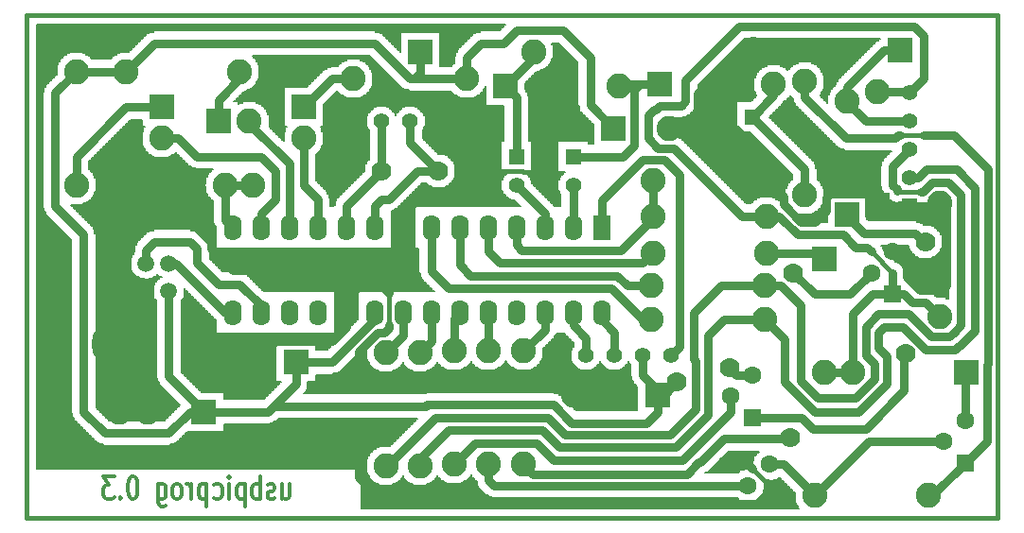
<source format=gbl>
G04 (created by PCBNEW-RS274X (2010-05-05 BZR 2356)-stable) date Fri 25 Feb 2011 10:54:22 AM CET*
G01*
G70*
G90*
%MOIN*%
G04 Gerber Fmt 3.4, Leading zero omitted, Abs format*
%FSLAX34Y34*%
G04 APERTURE LIST*
%ADD10C,0.006000*%
%ADD11C,0.015000*%
%ADD12C,0.012000*%
%ADD13R,0.063000X0.063000*%
%ADD14C,0.063000*%
%ADD15O,0.062000X0.090000*%
%ADD16R,0.062000X0.090000*%
%ADD17R,0.055000X0.055000*%
%ADD18C,0.055000*%
%ADD19C,0.070000*%
%ADD20R,0.088600X0.088600*%
%ADD21C,0.088600*%
%ADD22C,0.169300*%
%ADD23C,0.059100*%
%ADD24C,0.030000*%
%ADD25C,0.005000*%
G04 APERTURE END LIST*
G54D10*
G54D11*
X45000Y-37750D02*
X46200Y-37750D01*
X46200Y-20000D02*
X46200Y-20050D01*
X45000Y-20000D02*
X46200Y-20000D01*
X44250Y-37750D02*
X45000Y-37750D01*
X44250Y-20000D02*
X45000Y-20000D01*
G54D12*
X21000Y-36540D02*
X21000Y-37074D01*
X21257Y-36540D02*
X21257Y-36960D01*
X21229Y-37036D01*
X21171Y-37074D01*
X21086Y-37074D01*
X21029Y-37036D01*
X21000Y-36998D01*
X20743Y-37036D02*
X20686Y-37074D01*
X20571Y-37074D01*
X20514Y-37036D01*
X20486Y-36960D01*
X20486Y-36921D01*
X20514Y-36845D01*
X20571Y-36807D01*
X20657Y-36807D01*
X20714Y-36769D01*
X20743Y-36693D01*
X20743Y-36655D01*
X20714Y-36579D01*
X20657Y-36540D01*
X20571Y-36540D01*
X20514Y-36579D01*
X20228Y-37074D02*
X20228Y-36274D01*
X20228Y-36579D02*
X20171Y-36540D01*
X20057Y-36540D01*
X20000Y-36579D01*
X19971Y-36617D01*
X19942Y-36693D01*
X19942Y-36921D01*
X19971Y-36998D01*
X20000Y-37036D01*
X20057Y-37074D01*
X20171Y-37074D01*
X20228Y-37036D01*
X19685Y-36540D02*
X19685Y-37340D01*
X19685Y-36579D02*
X19628Y-36540D01*
X19514Y-36540D01*
X19457Y-36579D01*
X19428Y-36617D01*
X19399Y-36693D01*
X19399Y-36921D01*
X19428Y-36998D01*
X19457Y-37036D01*
X19514Y-37074D01*
X19628Y-37074D01*
X19685Y-37036D01*
X19142Y-37074D02*
X19142Y-36540D01*
X19142Y-36274D02*
X19171Y-36312D01*
X19142Y-36350D01*
X19114Y-36312D01*
X19142Y-36274D01*
X19142Y-36350D01*
X18599Y-37036D02*
X18656Y-37074D01*
X18770Y-37074D01*
X18828Y-37036D01*
X18856Y-36998D01*
X18885Y-36921D01*
X18885Y-36693D01*
X18856Y-36617D01*
X18828Y-36579D01*
X18770Y-36540D01*
X18656Y-36540D01*
X18599Y-36579D01*
X18342Y-36540D02*
X18342Y-37340D01*
X18342Y-36579D02*
X18285Y-36540D01*
X18171Y-36540D01*
X18114Y-36579D01*
X18085Y-36617D01*
X18056Y-36693D01*
X18056Y-36921D01*
X18085Y-36998D01*
X18114Y-37036D01*
X18171Y-37074D01*
X18285Y-37074D01*
X18342Y-37036D01*
X17799Y-37074D02*
X17799Y-36540D01*
X17799Y-36693D02*
X17771Y-36617D01*
X17742Y-36579D01*
X17685Y-36540D01*
X17628Y-36540D01*
X17342Y-37074D02*
X17400Y-37036D01*
X17428Y-36998D01*
X17457Y-36921D01*
X17457Y-36693D01*
X17428Y-36617D01*
X17400Y-36579D01*
X17342Y-36540D01*
X17257Y-36540D01*
X17200Y-36579D01*
X17171Y-36617D01*
X17142Y-36693D01*
X17142Y-36921D01*
X17171Y-36998D01*
X17200Y-37036D01*
X17257Y-37074D01*
X17342Y-37074D01*
X16628Y-36540D02*
X16628Y-37188D01*
X16657Y-37264D01*
X16685Y-37302D01*
X16742Y-37340D01*
X16828Y-37340D01*
X16885Y-37302D01*
X16628Y-37036D02*
X16685Y-37074D01*
X16799Y-37074D01*
X16857Y-37036D01*
X16885Y-36998D01*
X16914Y-36921D01*
X16914Y-36693D01*
X16885Y-36617D01*
X16857Y-36579D01*
X16799Y-36540D01*
X16685Y-36540D01*
X16628Y-36579D01*
X15771Y-36274D02*
X15714Y-36274D01*
X15657Y-36312D01*
X15628Y-36350D01*
X15599Y-36426D01*
X15571Y-36579D01*
X15571Y-36769D01*
X15599Y-36921D01*
X15628Y-36998D01*
X15657Y-37036D01*
X15714Y-37074D01*
X15771Y-37074D01*
X15828Y-37036D01*
X15857Y-36998D01*
X15885Y-36921D01*
X15914Y-36769D01*
X15914Y-36579D01*
X15885Y-36426D01*
X15857Y-36350D01*
X15828Y-36312D01*
X15771Y-36274D01*
X15314Y-36998D02*
X15286Y-37036D01*
X15314Y-37074D01*
X15343Y-37036D01*
X15314Y-36998D01*
X15314Y-37074D01*
X15085Y-36274D02*
X14714Y-36274D01*
X14914Y-36579D01*
X14828Y-36579D01*
X14771Y-36617D01*
X14742Y-36655D01*
X14714Y-36731D01*
X14714Y-36921D01*
X14742Y-36998D01*
X14771Y-37036D01*
X14828Y-37074D01*
X15000Y-37074D01*
X15057Y-37036D01*
X15085Y-36998D01*
G54D11*
X46200Y-37750D02*
X46200Y-20000D01*
X12000Y-37750D02*
X44250Y-37750D01*
X12000Y-20000D02*
X12000Y-37750D01*
X44250Y-20000D02*
X12000Y-20000D01*
G54D13*
X37550Y-34200D03*
G54D14*
X36800Y-33450D03*
X37550Y-32700D03*
X38150Y-35850D03*
X37400Y-36600D03*
X36650Y-35850D03*
G54D13*
X42500Y-29850D03*
G54D14*
X41750Y-29100D03*
X42500Y-28350D03*
G54D15*
X31250Y-27500D03*
X30250Y-27500D03*
X29250Y-27500D03*
X28250Y-27500D03*
X27250Y-27500D03*
X26250Y-27500D03*
X25250Y-27500D03*
X24250Y-27500D03*
X23250Y-27500D03*
X22250Y-27500D03*
X21250Y-27500D03*
X20250Y-27500D03*
X19250Y-27500D03*
G54D16*
X32250Y-27500D03*
G54D15*
X19250Y-30500D03*
X20250Y-30500D03*
X21250Y-30500D03*
X22250Y-30500D03*
X23250Y-30500D03*
X24250Y-30500D03*
X25250Y-30500D03*
X26250Y-30500D03*
X27250Y-30500D03*
X28250Y-30500D03*
X29250Y-30500D03*
X30250Y-30500D03*
X31250Y-30500D03*
X32250Y-30500D03*
G54D17*
X37550Y-23600D03*
G54D18*
X37550Y-24600D03*
G54D17*
X31250Y-25000D03*
G54D18*
X31250Y-26000D03*
G54D17*
X29250Y-25000D03*
G54D18*
X29250Y-26000D03*
G54D19*
X24500Y-25500D03*
X26500Y-25500D03*
G54D17*
X30700Y-32000D03*
G54D18*
X31700Y-32000D03*
X32700Y-32000D03*
X33700Y-32000D03*
X34700Y-32000D03*
G54D17*
X43100Y-26750D03*
G54D18*
X43100Y-25750D03*
X43100Y-24750D03*
X43100Y-23750D03*
X43100Y-22750D03*
G54D20*
X32674Y-24000D03*
G54D21*
X35626Y-24000D03*
X34642Y-24000D03*
G54D20*
X34226Y-33400D03*
G54D21*
X31274Y-33400D03*
X32258Y-33400D03*
G54D20*
X18226Y-34000D03*
G54D21*
X15274Y-34000D03*
X16258Y-34000D03*
G54D20*
X21484Y-32250D03*
G54D21*
X18532Y-32250D03*
X19516Y-32250D03*
G54D20*
X42776Y-21250D03*
G54D21*
X39824Y-21250D03*
X40808Y-21250D03*
G54D20*
X17024Y-26000D03*
G54D21*
X19976Y-26000D03*
X18992Y-26000D03*
G54D20*
X25850Y-21300D03*
G54D21*
X29850Y-21300D03*
G54D20*
X28850Y-22500D03*
G54D21*
X32850Y-22500D03*
G54D20*
X34300Y-22450D03*
G54D21*
X38300Y-22450D03*
G54D20*
X45100Y-32600D03*
G54D21*
X41100Y-32600D03*
G54D20*
X21750Y-23250D03*
G54D21*
X21750Y-24341D03*
G54D20*
X18750Y-23750D03*
G54D21*
X19841Y-23750D03*
G54D20*
X16750Y-23250D03*
G54D21*
X16750Y-24341D03*
G54D20*
X41950Y-26700D03*
G54D21*
X41950Y-22700D03*
G54D20*
X40900Y-27050D03*
G54D21*
X40900Y-23050D03*
G54D22*
X15148Y-26886D03*
X15148Y-31618D03*
G54D23*
X17000Y-29742D03*
X16210Y-29742D03*
X16210Y-28758D03*
X17000Y-28758D03*
G54D18*
X24500Y-23750D03*
X23500Y-23750D03*
X25500Y-23750D03*
X26500Y-23750D03*
G54D21*
X39400Y-22350D03*
X39400Y-26350D03*
X28250Y-31850D03*
X28250Y-35850D03*
X29500Y-31850D03*
X29500Y-35850D03*
X24650Y-35900D03*
X24650Y-31900D03*
X25850Y-35900D03*
X25850Y-31900D03*
X27500Y-22250D03*
X23500Y-22250D03*
X19500Y-22000D03*
X15500Y-22000D03*
X13750Y-26000D03*
X13750Y-22000D03*
X27050Y-31850D03*
X27050Y-35850D03*
X34000Y-29550D03*
X38000Y-29550D03*
X34000Y-30750D03*
X38000Y-30750D03*
G54D20*
X40100Y-28600D03*
G54D21*
X40100Y-32600D03*
X38050Y-25850D03*
X34050Y-25850D03*
X34050Y-27100D03*
X38050Y-27100D03*
X34050Y-28400D03*
X38050Y-28400D03*
X44150Y-26650D03*
X44150Y-30650D03*
X39750Y-36950D03*
X43750Y-36950D03*
G54D13*
X45050Y-35800D03*
G54D14*
X44300Y-35050D03*
X45050Y-34300D03*
G54D19*
X39000Y-29100D03*
X38900Y-34900D03*
X42950Y-31950D03*
X43650Y-28000D03*
X34900Y-32950D03*
X36750Y-32450D03*
X37600Y-21100D03*
X30850Y-21650D03*
X23050Y-33050D03*
X23050Y-34600D03*
G54D24*
X20250Y-30500D02*
X20250Y-30250D01*
X16210Y-28290D02*
X16210Y-28758D01*
X16500Y-28000D02*
X16210Y-28290D01*
X17750Y-28000D02*
X16500Y-28000D01*
X18000Y-28250D02*
X17750Y-28000D01*
X18000Y-28750D02*
X18000Y-28250D01*
X18750Y-29500D02*
X18000Y-28750D01*
X19500Y-29500D02*
X18750Y-29500D01*
X20250Y-30250D02*
X19500Y-29500D01*
X17000Y-28758D02*
X17258Y-28758D01*
X19000Y-30500D02*
X19250Y-30500D01*
X17258Y-28758D02*
X19000Y-30500D01*
X21750Y-24341D02*
X21750Y-26000D01*
X22250Y-26500D02*
X22250Y-27500D01*
X21750Y-26000D02*
X22250Y-26500D01*
X19841Y-23750D02*
X19841Y-23841D01*
X21250Y-26750D02*
X21250Y-27500D01*
X21250Y-25250D02*
X21250Y-26750D01*
X19841Y-23841D02*
X21250Y-25250D01*
X16750Y-24341D02*
X17341Y-24341D01*
X20250Y-27000D02*
X20250Y-27500D01*
X20750Y-26500D02*
X20250Y-27000D01*
X20750Y-25500D02*
X20750Y-26500D01*
X20250Y-25000D02*
X20750Y-25500D01*
X18000Y-25000D02*
X20250Y-25000D01*
X17341Y-24341D02*
X18000Y-25000D01*
X26250Y-30500D02*
X26250Y-31500D01*
X26250Y-31500D02*
X25850Y-31900D01*
X31250Y-30500D02*
X31250Y-30950D01*
X31700Y-31400D02*
X31700Y-32000D01*
X31250Y-30950D02*
X31700Y-31400D01*
X25250Y-30500D02*
X25250Y-31300D01*
X25250Y-31300D02*
X24650Y-31900D01*
X32250Y-30500D02*
X32250Y-30750D01*
X32700Y-31200D02*
X32700Y-32000D01*
X32250Y-30750D02*
X32700Y-31200D01*
X30250Y-27000D02*
X30250Y-27500D01*
X29250Y-26000D02*
X30250Y-27000D01*
X31250Y-26000D02*
X31250Y-27500D01*
X27050Y-31850D02*
X27050Y-30700D01*
X27050Y-30700D02*
X27250Y-30500D01*
X41950Y-22700D02*
X43050Y-22700D01*
X43050Y-22700D02*
X43100Y-22750D01*
X38050Y-27100D02*
X38500Y-27100D01*
G54D11*
X41750Y-28350D02*
X42500Y-29100D01*
G54D24*
X38500Y-27100D02*
X39150Y-27750D01*
X39150Y-27750D02*
X40750Y-27750D01*
G54D11*
X42500Y-29100D02*
X42500Y-29150D01*
G54D24*
X42500Y-29850D02*
X42500Y-29100D01*
X37200Y-27100D02*
X38050Y-27100D01*
X34798Y-24698D02*
X37200Y-27100D01*
X34248Y-24698D02*
X34798Y-24698D01*
X33900Y-24350D02*
X34248Y-24698D01*
X33900Y-23550D02*
X33900Y-24350D01*
X34100Y-23350D02*
X33900Y-23550D01*
X34150Y-23350D02*
X34100Y-23350D01*
X36900Y-20600D02*
X35200Y-22300D01*
X35200Y-22300D02*
X35200Y-23050D01*
X35200Y-23050D02*
X35050Y-23200D01*
X35050Y-23200D02*
X34300Y-23200D01*
X34300Y-23200D02*
X34150Y-23350D01*
X41100Y-32600D02*
X40100Y-32600D01*
X41100Y-32600D02*
X41100Y-30550D01*
X41800Y-29850D02*
X42500Y-29850D01*
X41100Y-30550D02*
X41800Y-29850D01*
X42500Y-29850D02*
X42900Y-29850D01*
X43650Y-30150D02*
X44150Y-30650D01*
X43200Y-30150D02*
X43650Y-30150D01*
X42900Y-29850D02*
X43200Y-30150D01*
X40750Y-27750D02*
X41200Y-28200D01*
X41600Y-28200D02*
X41750Y-28350D01*
X41200Y-28200D02*
X41600Y-28200D01*
X36900Y-20600D02*
X37100Y-20400D01*
X43600Y-22250D02*
X43100Y-22750D01*
X43600Y-20750D02*
X43600Y-22250D01*
X43250Y-20400D02*
X43600Y-20750D01*
X37100Y-20400D02*
X43250Y-20400D01*
X28250Y-30500D02*
X28250Y-31850D01*
X30250Y-30500D02*
X30250Y-31100D01*
X30250Y-31100D02*
X29500Y-31850D01*
X35000Y-31700D02*
X34700Y-32000D01*
X35000Y-25650D02*
X35000Y-31700D01*
X34800Y-25450D02*
X35000Y-25650D01*
X32250Y-27500D02*
X32250Y-26550D01*
X34450Y-25100D02*
X34800Y-25450D01*
X33700Y-25100D02*
X34450Y-25100D01*
X32250Y-26550D02*
X33700Y-25100D01*
X23500Y-22250D02*
X22750Y-22250D01*
X22750Y-22250D02*
X21750Y-23250D01*
X19500Y-22000D02*
X19500Y-22250D01*
X18750Y-23000D02*
X18750Y-23750D01*
X19500Y-22250D02*
X18750Y-23000D01*
X15500Y-23250D02*
X13750Y-25000D01*
X16750Y-23250D02*
X15500Y-23250D01*
X13750Y-25000D02*
X13750Y-26000D01*
X41000Y-29850D02*
X41750Y-29100D01*
X39750Y-29850D02*
X41000Y-29850D01*
X39000Y-29100D02*
X39750Y-29850D01*
X38950Y-34950D02*
X38900Y-34900D01*
X36550Y-34950D02*
X38950Y-34950D01*
X29848Y-36198D02*
X29500Y-35850D01*
X35252Y-36198D02*
X29848Y-36198D01*
X35675Y-35775D02*
X35252Y-36198D01*
X35675Y-35775D02*
X35725Y-35775D01*
X35725Y-35775D02*
X36550Y-34950D01*
X28250Y-27500D02*
X28250Y-28332D01*
X33704Y-28746D02*
X34050Y-28400D01*
X28664Y-28746D02*
X33704Y-28746D01*
X28250Y-28332D02*
X28664Y-28746D01*
X28250Y-35850D02*
X28250Y-36400D01*
X28450Y-36600D02*
X37400Y-36600D01*
X28250Y-36400D02*
X28450Y-36600D01*
X34000Y-29550D02*
X33150Y-29550D01*
X27250Y-28800D02*
X27250Y-27500D01*
X27648Y-29198D02*
X27250Y-28800D01*
X32798Y-29198D02*
X27648Y-29198D01*
X33150Y-29550D02*
X32798Y-29198D01*
X36550Y-30750D02*
X38000Y-30750D01*
X36000Y-31300D02*
X36550Y-30750D01*
X36000Y-32200D02*
X36000Y-31300D01*
X25850Y-35900D02*
X25850Y-35650D01*
X36000Y-34100D02*
X36000Y-32200D01*
X34850Y-35250D02*
X36000Y-34100D01*
X30750Y-35250D02*
X34850Y-35250D01*
X30150Y-34650D02*
X30750Y-35250D01*
X26850Y-34650D02*
X30150Y-34650D01*
X25850Y-35650D02*
X26850Y-34650D01*
X43100Y-25750D02*
X43000Y-25750D01*
X38700Y-32950D02*
X39750Y-34000D01*
X41300Y-34000D02*
X39750Y-34000D01*
X45400Y-31150D02*
X44875Y-31675D01*
X45400Y-26100D02*
X45400Y-31150D01*
X38700Y-31450D02*
X38000Y-30750D01*
X38700Y-32750D02*
X38700Y-31450D01*
X38700Y-32750D02*
X38700Y-32950D01*
X43100Y-25750D02*
X43400Y-25750D01*
X44750Y-25450D02*
X45400Y-26100D01*
X43700Y-25450D02*
X44750Y-25450D01*
X43400Y-25750D02*
X43700Y-25450D01*
X44875Y-31675D02*
X44825Y-31675D01*
X42300Y-33000D02*
X41300Y-34000D01*
X42300Y-32050D02*
X42300Y-33000D01*
X42000Y-31750D02*
X42300Y-32050D01*
X42000Y-31200D02*
X42000Y-31750D01*
X42200Y-31000D02*
X42000Y-31200D01*
X42850Y-31000D02*
X42200Y-31000D01*
X43650Y-31800D02*
X42850Y-31000D01*
X44700Y-31800D02*
X43650Y-31800D01*
X44825Y-31675D02*
X44700Y-31800D01*
X31250Y-25000D02*
X32900Y-25000D01*
X32850Y-22500D02*
X33000Y-22500D01*
X33000Y-22500D02*
X33050Y-22450D01*
X33050Y-22450D02*
X33600Y-22450D01*
X33600Y-22450D02*
X34300Y-22450D01*
X32900Y-25000D02*
X33000Y-25000D01*
X33400Y-22650D02*
X33600Y-22450D01*
X33400Y-24600D02*
X33400Y-22650D01*
X33000Y-25000D02*
X33400Y-24600D01*
X39400Y-25450D02*
X37550Y-23600D01*
X38300Y-22850D02*
X37550Y-23600D01*
X39400Y-26350D02*
X39400Y-25450D01*
X38300Y-22450D02*
X38300Y-22850D01*
X23250Y-27500D02*
X23250Y-26750D01*
X23250Y-26750D02*
X24500Y-25500D01*
X24500Y-25500D02*
X24500Y-23750D01*
X18992Y-27242D02*
X19250Y-27500D01*
X19976Y-26000D02*
X18992Y-26000D01*
X18992Y-26000D02*
X18992Y-27242D01*
X29250Y-25000D02*
X29250Y-22900D01*
X29250Y-22900D02*
X28850Y-22500D01*
X29850Y-21300D02*
X29850Y-21500D01*
X29850Y-21500D02*
X28850Y-22500D01*
X26250Y-27500D02*
X26250Y-29050D01*
X33700Y-30750D02*
X34000Y-30750D01*
X32600Y-29650D02*
X33700Y-30750D01*
X26850Y-29650D02*
X32600Y-29650D01*
X26250Y-29050D02*
X26850Y-29650D01*
X38050Y-28400D02*
X39900Y-28400D01*
X39900Y-28400D02*
X40100Y-28600D01*
X34050Y-27100D02*
X34050Y-27168D01*
X29250Y-28100D02*
X29250Y-27500D01*
X29444Y-28294D02*
X29250Y-28100D01*
X32924Y-28294D02*
X29444Y-28294D01*
X34050Y-27168D02*
X32924Y-28294D01*
X34050Y-25850D02*
X34050Y-27100D01*
X36800Y-33450D02*
X36800Y-34000D01*
X27800Y-35100D02*
X27050Y-35850D01*
X29950Y-35100D02*
X27800Y-35100D01*
X30550Y-35700D02*
X29950Y-35100D01*
X35100Y-35700D02*
X30550Y-35700D01*
X36800Y-34000D02*
X35100Y-35700D01*
X40900Y-27050D02*
X40900Y-27100D01*
X39300Y-34200D02*
X37550Y-34200D01*
X39700Y-34600D02*
X39300Y-34200D01*
X41550Y-34600D02*
X39700Y-34600D01*
X42900Y-33250D02*
X41550Y-34600D01*
X42900Y-32000D02*
X42900Y-33250D01*
X42950Y-31950D02*
X42900Y-32000D01*
X43600Y-28000D02*
X43650Y-28000D01*
X43300Y-27700D02*
X43600Y-28000D01*
X41500Y-27700D02*
X43300Y-27700D01*
X40900Y-27100D02*
X41500Y-27700D01*
X36450Y-29550D02*
X38000Y-29550D01*
X35500Y-32150D02*
X35500Y-30500D01*
X35500Y-30500D02*
X36450Y-29550D01*
X38000Y-29550D02*
X38550Y-29550D01*
X39250Y-32900D02*
X39850Y-33500D01*
X39250Y-32650D02*
X39250Y-32900D01*
X39850Y-33500D02*
X41200Y-33500D01*
X39250Y-30250D02*
X39250Y-32650D01*
X38550Y-29550D02*
X39250Y-30250D01*
X44900Y-30950D02*
X44900Y-26550D01*
X44650Y-31200D02*
X44900Y-30950D01*
X24650Y-35900D02*
X24700Y-35900D01*
X35550Y-32200D02*
X35500Y-32150D01*
X35550Y-33900D02*
X35550Y-32200D01*
X34650Y-34800D02*
X35550Y-33900D01*
X30950Y-34800D02*
X34650Y-34800D01*
X30350Y-34200D02*
X30950Y-34800D01*
X26400Y-34200D02*
X30350Y-34200D01*
X24700Y-35900D02*
X26400Y-34200D01*
X44900Y-26550D02*
X44900Y-26350D01*
X42500Y-25350D02*
X43100Y-24750D01*
X42500Y-26000D02*
X42500Y-25350D01*
X42650Y-26150D02*
X42500Y-26000D01*
X42650Y-26200D02*
X42650Y-26150D01*
X43550Y-26250D02*
X43500Y-26250D01*
X43900Y-25900D02*
X43550Y-26250D01*
X44450Y-25900D02*
X43900Y-25900D01*
X44900Y-26350D02*
X44450Y-25900D01*
G54D11*
X43500Y-26250D02*
X42700Y-26250D01*
X42700Y-26250D02*
X42650Y-26200D01*
G54D24*
X44650Y-31200D02*
X44500Y-31350D01*
X41850Y-32850D02*
X41200Y-33500D01*
X41850Y-32300D02*
X41850Y-32850D01*
X41550Y-32000D02*
X41850Y-32300D01*
X41550Y-31000D02*
X41550Y-32000D01*
X42000Y-30550D02*
X41550Y-31000D01*
X43050Y-30550D02*
X42000Y-30550D01*
X43850Y-31350D02*
X43050Y-30550D01*
X44500Y-31350D02*
X43850Y-31350D01*
X45050Y-34300D02*
X45050Y-33350D01*
X45050Y-33350D02*
X45050Y-32900D01*
X45050Y-32900D02*
X45350Y-32600D01*
X45050Y-33350D02*
X45050Y-32650D01*
X45050Y-32650D02*
X45100Y-32600D01*
X43750Y-36950D02*
X43900Y-36950D01*
X43900Y-36950D02*
X45050Y-35800D01*
X39400Y-22350D02*
X39400Y-22900D01*
X40850Y-24350D02*
X41750Y-24350D01*
X41750Y-24350D02*
X41800Y-24350D01*
X39400Y-22900D02*
X40850Y-24350D01*
X41750Y-24350D02*
X42600Y-24350D01*
X45850Y-32300D02*
X45825Y-32325D01*
X45850Y-30500D02*
X45850Y-32300D01*
X45825Y-35025D02*
X45050Y-35800D01*
X45825Y-32550D02*
X45825Y-35025D01*
X45825Y-32325D02*
X45825Y-32550D01*
X45850Y-25450D02*
X45850Y-30500D01*
X44650Y-24250D02*
X45850Y-25450D01*
X43600Y-24250D02*
X44650Y-24250D01*
X42700Y-24250D02*
X42750Y-24250D01*
X42600Y-24350D02*
X42700Y-24250D01*
G54D11*
X42750Y-24250D02*
X43600Y-24250D01*
G54D24*
X38150Y-35850D02*
X38650Y-35850D01*
X38650Y-35850D02*
X39750Y-36950D01*
X44300Y-35050D02*
X41650Y-35050D01*
X41650Y-35050D02*
X39750Y-36950D01*
X25750Y-25500D02*
X24750Y-26500D01*
X24250Y-27500D02*
X24250Y-26750D01*
X24250Y-26750D02*
X24500Y-26500D01*
X24500Y-26500D02*
X24750Y-26500D01*
X25500Y-23750D02*
X25500Y-24500D01*
X25500Y-24500D02*
X26500Y-25500D01*
X26500Y-25500D02*
X25750Y-25500D01*
X43100Y-23750D02*
X41550Y-23750D01*
X41550Y-23750D02*
X41350Y-23550D01*
X40900Y-23050D02*
X40900Y-23100D01*
X40900Y-23100D02*
X41350Y-23550D01*
X42776Y-21250D02*
X42200Y-21250D01*
X40900Y-22550D02*
X40900Y-23050D01*
X42200Y-21250D02*
X40900Y-22550D01*
X15500Y-22000D02*
X13750Y-22000D01*
X21484Y-32250D02*
X22750Y-32250D01*
X24250Y-30750D02*
X24250Y-30500D01*
X22750Y-32250D02*
X24250Y-30750D01*
X18226Y-34000D02*
X20500Y-34000D01*
X20500Y-34000D02*
X20700Y-33800D01*
X21484Y-33016D02*
X21484Y-32250D01*
X20700Y-33800D02*
X21484Y-33016D01*
X18226Y-34000D02*
X18226Y-33976D01*
X17000Y-32750D02*
X17000Y-29742D01*
X18226Y-33976D02*
X17000Y-32750D01*
X18226Y-34000D02*
X17750Y-34000D01*
X13000Y-22750D02*
X13750Y-22000D01*
X13000Y-26750D02*
X13000Y-22750D01*
X14000Y-27750D02*
X13000Y-26750D01*
X14000Y-34000D02*
X14000Y-27750D01*
X14750Y-34750D02*
X14000Y-34000D01*
X17000Y-34750D02*
X14750Y-34750D01*
X17750Y-34000D02*
X17000Y-34750D01*
X27500Y-22250D02*
X26250Y-22250D01*
X26250Y-22250D02*
X25650Y-22250D01*
X25650Y-22250D02*
X25500Y-22250D01*
X16500Y-21000D02*
X15500Y-22000D01*
X24250Y-21000D02*
X16500Y-21000D01*
X25500Y-22250D02*
X24250Y-21000D01*
X34226Y-33400D02*
X34226Y-33226D01*
X33700Y-32700D02*
X33700Y-32000D01*
X34226Y-33226D02*
X33700Y-32700D01*
X27500Y-22250D02*
X27500Y-21500D01*
X31850Y-23176D02*
X32674Y-24000D01*
X31850Y-21500D02*
X31850Y-23176D01*
X31350Y-21000D02*
X31850Y-21500D01*
X27500Y-21500D02*
X28000Y-21000D01*
X34226Y-33400D02*
X34226Y-34020D01*
X26050Y-33800D02*
X20700Y-33800D01*
X26100Y-33750D02*
X26050Y-33800D01*
X30550Y-33750D02*
X26100Y-33750D01*
X31198Y-34398D02*
X30550Y-33750D01*
X33848Y-34398D02*
X31198Y-34398D01*
X34226Y-34020D02*
X33848Y-34398D01*
X37550Y-32700D02*
X37000Y-32700D01*
X34450Y-33400D02*
X34226Y-33400D01*
X34900Y-32950D02*
X34450Y-33400D01*
X37000Y-32700D02*
X36750Y-32450D01*
X25850Y-21300D02*
X25850Y-22050D01*
X25850Y-22050D02*
X25650Y-22250D01*
X28000Y-21000D02*
X28800Y-21000D01*
X30900Y-20550D02*
X31350Y-21000D01*
X29250Y-20550D02*
X30900Y-20550D01*
X28800Y-21000D02*
X29250Y-20550D01*
X23500Y-23750D02*
X23500Y-23500D01*
X26500Y-23000D02*
X26500Y-23750D01*
X24000Y-23000D02*
X26500Y-23000D01*
X23500Y-23500D02*
X24000Y-23000D01*
X26500Y-23750D02*
X26500Y-24000D01*
X26500Y-24000D02*
X27500Y-25000D01*
X27500Y-25000D02*
X27500Y-25500D01*
X25250Y-27000D02*
X25250Y-27500D01*
X27500Y-25500D02*
X27500Y-26000D01*
X27500Y-26000D02*
X27000Y-26500D01*
X27000Y-26500D02*
X25750Y-26500D01*
X25750Y-26500D02*
X25250Y-27000D01*
X15148Y-26886D02*
X16138Y-26886D01*
X16138Y-26886D02*
X17024Y-26000D01*
X16258Y-34000D02*
X15274Y-34000D01*
X15148Y-31618D02*
X15148Y-33874D01*
X15148Y-33874D02*
X15274Y-34000D01*
X15148Y-26886D02*
X15148Y-29750D01*
X15148Y-29750D02*
X15148Y-30000D01*
X15148Y-30000D02*
X15148Y-31618D01*
X25250Y-27500D02*
X25250Y-28000D01*
X24500Y-28750D02*
X24200Y-29050D01*
X25250Y-28000D02*
X24500Y-28750D01*
X23250Y-30000D02*
X23250Y-30500D01*
X24200Y-29050D02*
X23250Y-30000D01*
X19516Y-32250D02*
X20000Y-32250D01*
X20000Y-32250D02*
X20750Y-31500D01*
X20750Y-31500D02*
X22750Y-31500D01*
X22750Y-31500D02*
X23250Y-31000D01*
X23250Y-31000D02*
X23250Y-30500D01*
X16210Y-29742D02*
X15508Y-29742D01*
X15250Y-30000D02*
X15148Y-30000D01*
X15508Y-29742D02*
X15250Y-30000D01*
X17024Y-26000D02*
X17024Y-26524D01*
X23250Y-29750D02*
X23250Y-30500D01*
X22500Y-29000D02*
X23250Y-29750D01*
X19250Y-29000D02*
X22500Y-29000D01*
X18500Y-28250D02*
X19250Y-29000D01*
X18500Y-28000D02*
X18500Y-28250D01*
X17024Y-26524D02*
X18500Y-28000D01*
X18532Y-32250D02*
X19516Y-32250D01*
X30700Y-32000D02*
X30700Y-32826D01*
X31274Y-33400D02*
X32258Y-33400D01*
X37400Y-21050D02*
X37350Y-21050D01*
X35626Y-22774D02*
X35626Y-24000D01*
X37350Y-21050D02*
X35626Y-22774D01*
X43100Y-26750D02*
X42800Y-26750D01*
X42800Y-26750D02*
X42000Y-26750D01*
X42000Y-26750D02*
X41950Y-26700D01*
X31274Y-33400D02*
X30700Y-32826D01*
X30700Y-32826D02*
X23926Y-32826D01*
X23926Y-32826D02*
X23800Y-32700D01*
X23800Y-32700D02*
X23700Y-32600D01*
X23700Y-32600D02*
X23700Y-31868D01*
X23700Y-31868D02*
X24368Y-31200D01*
X24368Y-31200D02*
X24600Y-31200D01*
X24600Y-31200D02*
X24750Y-31050D01*
X24750Y-31050D02*
X24750Y-30950D01*
G54D11*
X24750Y-31050D02*
X24750Y-29800D01*
G54D24*
X24200Y-29250D02*
X24200Y-29050D01*
X24100Y-29150D02*
X24200Y-29250D01*
X24750Y-29800D02*
X24100Y-29150D01*
X43100Y-26750D02*
X44050Y-26750D01*
X44050Y-26750D02*
X44150Y-26650D01*
X38050Y-25850D02*
X38100Y-25850D01*
X39925Y-27125D02*
X40050Y-27000D01*
X39750Y-27300D02*
X39925Y-27125D01*
X39268Y-27300D02*
X39750Y-27300D01*
X38650Y-26682D02*
X39268Y-27300D01*
X38650Y-26400D02*
X38650Y-26682D01*
X38100Y-25850D02*
X38650Y-26400D01*
X40050Y-27000D02*
X40050Y-26950D01*
X41550Y-26300D02*
X41950Y-26700D01*
X40300Y-26300D02*
X41550Y-26300D01*
X40150Y-26450D02*
X40300Y-26300D01*
X34642Y-24000D02*
X35626Y-24000D01*
X35626Y-24000D02*
X36950Y-24000D01*
X37550Y-25350D02*
X38050Y-25850D01*
X40150Y-26450D02*
X40150Y-26900D01*
X40150Y-26900D02*
X40050Y-27000D01*
X37400Y-21050D02*
X37550Y-21050D01*
X37550Y-21050D02*
X37600Y-21100D01*
X30250Y-25550D02*
X29900Y-25550D01*
X30850Y-21650D02*
X30350Y-22150D01*
X30350Y-22150D02*
X30350Y-25450D01*
X30350Y-25450D02*
X30250Y-25550D01*
X29900Y-25550D02*
X29850Y-25550D01*
G54D11*
X29900Y-25550D02*
X29500Y-25550D01*
G54D24*
X28550Y-25500D02*
X27500Y-25500D01*
G54D11*
X29500Y-25550D02*
X29450Y-25500D01*
X29450Y-25500D02*
X28550Y-25500D01*
G54D24*
X27500Y-25500D02*
X27600Y-25500D01*
X27600Y-25500D02*
X27500Y-25500D01*
X36650Y-35850D02*
X37400Y-35850D01*
X23400Y-32700D02*
X23800Y-32700D01*
X23050Y-33050D02*
X23400Y-32700D01*
X23100Y-34650D02*
X23050Y-34600D01*
X23100Y-34900D02*
X23100Y-34650D01*
X23700Y-35500D02*
X23100Y-34900D01*
X23700Y-36300D02*
X23700Y-35500D01*
X24550Y-37150D02*
X23700Y-36300D01*
X36850Y-37150D02*
X24550Y-37150D01*
X36950Y-37250D02*
X36850Y-37150D01*
X37800Y-37250D02*
X36950Y-37250D01*
X38100Y-36950D02*
X37800Y-37250D01*
X38100Y-36500D02*
X38100Y-36950D01*
X37400Y-35850D02*
X37550Y-36000D01*
G54D11*
X37550Y-36000D02*
X38000Y-36450D01*
X38000Y-36450D02*
X38050Y-36450D01*
X38050Y-36450D02*
X38100Y-36500D01*
G54D24*
X42500Y-28350D02*
X43000Y-28850D01*
X44400Y-26900D02*
X44150Y-26650D01*
X44400Y-29550D02*
X44400Y-26900D01*
X44250Y-29700D02*
X44400Y-29550D01*
X43450Y-29700D02*
X44250Y-29700D01*
X43000Y-29250D02*
X43450Y-29700D01*
X43000Y-28850D02*
X43000Y-29250D01*
X40808Y-21250D02*
X39824Y-21250D01*
X39824Y-21250D02*
X37750Y-21250D01*
X37750Y-21250D02*
X37600Y-21100D01*
X36950Y-24000D02*
X37550Y-24600D01*
X37550Y-24600D02*
X37550Y-25350D01*
G54D25*
X44450Y-26500D02*
X44450Y-30000D01*
X44400Y-26450D02*
X44400Y-30000D01*
X44350Y-26400D02*
X44350Y-29950D01*
X44300Y-26350D02*
X44300Y-29950D01*
X44250Y-26350D02*
X44250Y-29950D01*
X44200Y-28250D02*
X44200Y-29950D01*
X44200Y-26350D02*
X44200Y-27750D01*
X44150Y-28350D02*
X44150Y-29950D01*
X44150Y-26350D02*
X44150Y-27650D01*
X44100Y-28400D02*
X44100Y-29950D01*
X44100Y-26350D02*
X44100Y-27600D01*
X44050Y-28450D02*
X44050Y-29950D01*
X44050Y-26350D02*
X44050Y-27550D01*
X44000Y-28500D02*
X44000Y-29900D01*
X44000Y-26400D02*
X44000Y-27500D01*
X43950Y-28550D02*
X43950Y-29850D01*
X43950Y-26450D02*
X43950Y-27450D01*
X43900Y-28550D02*
X43900Y-29800D01*
X43900Y-26500D02*
X43900Y-27450D01*
X43850Y-28600D02*
X43850Y-29800D01*
X43850Y-26550D02*
X43850Y-27400D01*
X43800Y-28600D02*
X43800Y-29750D01*
X43800Y-26600D02*
X43800Y-27400D01*
X43750Y-28600D02*
X43750Y-29750D01*
X43750Y-26600D02*
X43750Y-27400D01*
X43700Y-28600D02*
X43700Y-29750D01*
X43700Y-26650D02*
X43700Y-27400D01*
X43650Y-28600D02*
X43650Y-29700D01*
X43650Y-26650D02*
X43650Y-27400D01*
X43600Y-28600D02*
X43600Y-29700D01*
X43600Y-26650D02*
X43600Y-27400D01*
X43550Y-28600D02*
X43550Y-29700D01*
X43550Y-26700D02*
X43550Y-27350D01*
X43500Y-28600D02*
X43500Y-29700D01*
X43500Y-26700D02*
X43500Y-27350D01*
X43450Y-28600D02*
X43450Y-29700D01*
X43450Y-26650D02*
X43450Y-27300D01*
X43400Y-28550D02*
X43400Y-29700D01*
X43400Y-26650D02*
X43400Y-27300D01*
X43350Y-28550D02*
X43350Y-29700D01*
X43350Y-26650D02*
X43350Y-27300D01*
X43300Y-28500D02*
X43300Y-29650D01*
X43300Y-26600D02*
X43300Y-27250D01*
X43250Y-28450D02*
X43250Y-29600D01*
X43250Y-26600D02*
X43250Y-27250D01*
X43200Y-28400D02*
X43200Y-29550D01*
X43200Y-26600D02*
X43200Y-27250D01*
X43150Y-28350D02*
X43150Y-29500D01*
X43150Y-26600D02*
X43150Y-27250D01*
X43100Y-28250D02*
X43100Y-29500D01*
X43100Y-26600D02*
X43100Y-27250D01*
X43050Y-28150D02*
X43050Y-29250D01*
X43050Y-26600D02*
X43050Y-27250D01*
X43000Y-28150D02*
X43000Y-29250D01*
X43000Y-26600D02*
X43000Y-27250D01*
X42950Y-28150D02*
X42950Y-29250D01*
X42950Y-26600D02*
X42950Y-27250D01*
X42900Y-28150D02*
X42900Y-29050D01*
X42900Y-26600D02*
X42900Y-27250D01*
X42850Y-28150D02*
X42850Y-28900D01*
X42850Y-26600D02*
X42850Y-27250D01*
X42800Y-28150D02*
X42800Y-28800D01*
X42800Y-26600D02*
X42800Y-27250D01*
X42750Y-28150D02*
X42750Y-28750D01*
X42750Y-26600D02*
X42750Y-27250D01*
X42700Y-28150D02*
X42700Y-28750D01*
X42700Y-26600D02*
X42700Y-27250D01*
X42650Y-28150D02*
X42650Y-28700D01*
X42650Y-26650D02*
X42650Y-27250D01*
X42600Y-28150D02*
X42600Y-28700D01*
X42600Y-26600D02*
X42600Y-27250D01*
X42550Y-28150D02*
X42550Y-28650D01*
X42550Y-26600D02*
X42550Y-27250D01*
X42500Y-28150D02*
X42500Y-28600D01*
X42500Y-26600D02*
X42500Y-27250D01*
X42450Y-28150D02*
X42450Y-28550D01*
X42450Y-26550D02*
X42450Y-27250D01*
X42400Y-28150D02*
X42400Y-28500D01*
X42400Y-26550D02*
X42400Y-27250D01*
X42400Y-24800D02*
X42400Y-24850D01*
X42350Y-28150D02*
X42350Y-28450D01*
X42350Y-26500D02*
X42350Y-27250D01*
X42350Y-24800D02*
X42350Y-24900D01*
X42300Y-28150D02*
X42300Y-28400D01*
X42300Y-26400D02*
X42300Y-27250D01*
X42300Y-24800D02*
X42300Y-24950D01*
X42250Y-28150D02*
X42250Y-28350D01*
X42250Y-26350D02*
X42250Y-27250D01*
X42250Y-24800D02*
X42250Y-25000D01*
X42200Y-28150D02*
X42200Y-28300D01*
X42200Y-26300D02*
X42200Y-27250D01*
X42200Y-24800D02*
X42200Y-25050D01*
X42150Y-28150D02*
X42150Y-28250D01*
X42150Y-26200D02*
X42150Y-27250D01*
X42150Y-24800D02*
X42150Y-25150D01*
X42100Y-26050D02*
X42100Y-27250D01*
X42100Y-24800D02*
X42100Y-25300D01*
X42050Y-24800D02*
X42050Y-27250D01*
X42000Y-24800D02*
X42000Y-27250D01*
X42000Y-20850D02*
X42000Y-20900D01*
X41950Y-24800D02*
X41950Y-27250D01*
X41950Y-20850D02*
X41950Y-20900D01*
X41900Y-24800D02*
X41900Y-27250D01*
X41900Y-20850D02*
X41900Y-20950D01*
X41850Y-24800D02*
X41850Y-27250D01*
X41850Y-20850D02*
X41850Y-21000D01*
X41800Y-24800D02*
X41800Y-27250D01*
X41800Y-20850D02*
X41800Y-21050D01*
X41750Y-24800D02*
X41750Y-27250D01*
X41750Y-20850D02*
X41750Y-21100D01*
X41700Y-24800D02*
X41700Y-27250D01*
X41700Y-20850D02*
X41700Y-21150D01*
X41650Y-24800D02*
X41650Y-27250D01*
X41650Y-20850D02*
X41650Y-21200D01*
X41600Y-24800D02*
X41600Y-27200D01*
X41600Y-20850D02*
X41600Y-21250D01*
X41550Y-24800D02*
X41550Y-26350D01*
X41550Y-20850D02*
X41550Y-21300D01*
X41500Y-24800D02*
X41500Y-26350D01*
X41500Y-20850D02*
X41500Y-21350D01*
X41450Y-24800D02*
X41450Y-26350D01*
X41450Y-20850D02*
X41450Y-21400D01*
X41400Y-24800D02*
X41400Y-26350D01*
X41400Y-20850D02*
X41400Y-21450D01*
X41350Y-24800D02*
X41350Y-26350D01*
X41350Y-20850D02*
X41350Y-21500D01*
X41300Y-24800D02*
X41300Y-26350D01*
X41300Y-20850D02*
X41300Y-21550D01*
X41250Y-24800D02*
X41250Y-26350D01*
X41250Y-20850D02*
X41250Y-21600D01*
X41200Y-24800D02*
X41200Y-26350D01*
X41200Y-20850D02*
X41200Y-21650D01*
X41150Y-24800D02*
X41150Y-26350D01*
X41150Y-20850D02*
X41150Y-21700D01*
X41100Y-24800D02*
X41100Y-26350D01*
X41100Y-20850D02*
X41100Y-21750D01*
X41050Y-24800D02*
X41050Y-26350D01*
X41050Y-20850D02*
X41050Y-21800D01*
X41000Y-24800D02*
X41000Y-26350D01*
X41000Y-20850D02*
X41000Y-21850D01*
X40950Y-24800D02*
X40950Y-26350D01*
X40950Y-20850D02*
X40950Y-21900D01*
X40900Y-24800D02*
X40900Y-26350D01*
X40900Y-20850D02*
X40900Y-21950D01*
X40850Y-24800D02*
X40850Y-26350D01*
X40850Y-20850D02*
X40850Y-22000D01*
X40800Y-24750D02*
X40800Y-26350D01*
X40800Y-20850D02*
X40800Y-22050D01*
X40750Y-24750D02*
X40750Y-26350D01*
X40750Y-20850D02*
X40750Y-22100D01*
X40700Y-24750D02*
X40700Y-26350D01*
X40700Y-20850D02*
X40700Y-22150D01*
X40650Y-24700D02*
X40650Y-26350D01*
X40650Y-20850D02*
X40650Y-22200D01*
X40600Y-24700D02*
X40600Y-26350D01*
X40600Y-20850D02*
X40600Y-22250D01*
X40550Y-24650D02*
X40550Y-26350D01*
X40550Y-20850D02*
X40550Y-22350D01*
X40500Y-24600D02*
X40500Y-26350D01*
X40500Y-20850D02*
X40500Y-22450D01*
X40450Y-24550D02*
X40450Y-26350D01*
X40450Y-20850D02*
X40450Y-22500D01*
X40400Y-24500D02*
X40400Y-26350D01*
X40400Y-20850D02*
X40400Y-22550D01*
X40350Y-24450D02*
X40350Y-26350D01*
X40350Y-20850D02*
X40350Y-22600D01*
X40300Y-24400D02*
X40300Y-26350D01*
X40300Y-20850D02*
X40300Y-22700D01*
X40250Y-24350D02*
X40250Y-26350D01*
X40250Y-20850D02*
X40250Y-22800D01*
X40200Y-24300D02*
X40200Y-27300D01*
X40200Y-20850D02*
X40200Y-23100D01*
X40150Y-24250D02*
X40150Y-27300D01*
X40150Y-20850D02*
X40150Y-23050D01*
X40100Y-24200D02*
X40100Y-27300D01*
X40100Y-20850D02*
X40100Y-23000D01*
X40050Y-26600D02*
X40050Y-27300D01*
X40050Y-24150D02*
X40050Y-26100D01*
X40050Y-22600D02*
X40050Y-22950D01*
X40050Y-20850D02*
X40050Y-22100D01*
X40000Y-26700D02*
X40000Y-27300D01*
X40000Y-24100D02*
X40000Y-26000D01*
X40000Y-22700D02*
X40000Y-22900D01*
X40000Y-20850D02*
X40000Y-22000D01*
X39950Y-26800D02*
X39950Y-27300D01*
X39950Y-24050D02*
X39950Y-25900D01*
X39950Y-22800D02*
X39950Y-22850D01*
X39950Y-20850D02*
X39950Y-21900D01*
X39900Y-26850D02*
X39900Y-27300D01*
X39900Y-24000D02*
X39900Y-25850D01*
X39900Y-20850D02*
X39900Y-21850D01*
X39850Y-26900D02*
X39850Y-27300D01*
X39850Y-23950D02*
X39850Y-25800D01*
X39850Y-20850D02*
X39850Y-21800D01*
X39800Y-26950D02*
X39800Y-27300D01*
X39800Y-23900D02*
X39800Y-25400D01*
X39800Y-20850D02*
X39800Y-21750D01*
X39750Y-26950D02*
X39750Y-27300D01*
X39750Y-23850D02*
X39750Y-25250D01*
X39750Y-20850D02*
X39750Y-21750D01*
X39700Y-27000D02*
X39700Y-27300D01*
X39700Y-23800D02*
X39700Y-25150D01*
X39700Y-20850D02*
X39700Y-21700D01*
X39650Y-27000D02*
X39650Y-27300D01*
X39650Y-23750D02*
X39650Y-25100D01*
X39650Y-20850D02*
X39650Y-21700D01*
X39600Y-27050D02*
X39600Y-27300D01*
X39600Y-23700D02*
X39600Y-25050D01*
X39600Y-20850D02*
X39600Y-21650D01*
X39550Y-27050D02*
X39550Y-27300D01*
X39550Y-23650D02*
X39550Y-25000D01*
X39550Y-20850D02*
X39550Y-21650D01*
X39500Y-27050D02*
X39500Y-27300D01*
X39500Y-23600D02*
X39500Y-24950D01*
X39500Y-20850D02*
X39500Y-21650D01*
X39450Y-27050D02*
X39450Y-27300D01*
X39450Y-23550D02*
X39450Y-24900D01*
X39450Y-20850D02*
X39450Y-21650D01*
X39400Y-27050D02*
X39400Y-27300D01*
X39400Y-23500D02*
X39400Y-24850D01*
X39400Y-20850D02*
X39400Y-21650D01*
X39350Y-27050D02*
X39350Y-27300D01*
X39350Y-23450D02*
X39350Y-24800D01*
X39350Y-20850D02*
X39350Y-21650D01*
X39300Y-27050D02*
X39300Y-27300D01*
X39300Y-23400D02*
X39300Y-24750D01*
X39300Y-20850D02*
X39300Y-21650D01*
X39250Y-27050D02*
X39250Y-27250D01*
X39250Y-23350D02*
X39250Y-24700D01*
X39250Y-20850D02*
X39250Y-21650D01*
X39200Y-27050D02*
X39200Y-27200D01*
X39200Y-23300D02*
X39200Y-24650D01*
X39200Y-20850D02*
X39200Y-21650D01*
X39150Y-37300D02*
X39150Y-37400D01*
X39150Y-27000D02*
X39150Y-27150D01*
X39150Y-23250D02*
X39150Y-24600D01*
X39150Y-20850D02*
X39150Y-21700D01*
X39100Y-37200D02*
X39100Y-37400D01*
X39100Y-27000D02*
X39100Y-27100D01*
X39100Y-23200D02*
X39100Y-24550D01*
X39100Y-20850D02*
X39100Y-21700D01*
X39050Y-36850D02*
X39050Y-37400D01*
X39050Y-26950D02*
X39050Y-27050D01*
X39050Y-23100D02*
X39050Y-24500D01*
X39050Y-20850D02*
X39050Y-21750D01*
X39000Y-36800D02*
X39000Y-37400D01*
X39000Y-26950D02*
X39000Y-27000D01*
X39000Y-22950D02*
X39000Y-24450D01*
X39000Y-20850D02*
X39000Y-21750D01*
X38950Y-36750D02*
X38950Y-37400D01*
X38950Y-26900D02*
X38950Y-26950D01*
X38950Y-25600D02*
X38950Y-25800D01*
X38950Y-22900D02*
X38950Y-24400D01*
X38950Y-20850D02*
X38950Y-21800D01*
X38900Y-36700D02*
X38900Y-37400D01*
X38900Y-26850D02*
X38900Y-26900D01*
X38900Y-25550D02*
X38900Y-25850D01*
X38900Y-22850D02*
X38900Y-24350D01*
X38900Y-20850D02*
X38900Y-21850D01*
X38850Y-36650D02*
X38850Y-37400D01*
X38850Y-26800D02*
X38850Y-26850D01*
X38850Y-25500D02*
X38850Y-25900D01*
X38850Y-22900D02*
X38850Y-24300D01*
X38850Y-20850D02*
X38850Y-21900D01*
X38800Y-36600D02*
X38800Y-37400D01*
X38800Y-26700D02*
X38800Y-26800D01*
X38800Y-25450D02*
X38800Y-26000D01*
X38800Y-22950D02*
X38800Y-24250D01*
X38800Y-20850D02*
X38800Y-21950D01*
X38750Y-36550D02*
X38750Y-37400D01*
X38750Y-26600D02*
X38750Y-26750D01*
X38750Y-25400D02*
X38750Y-26100D01*
X38750Y-23000D02*
X38750Y-24200D01*
X38750Y-20850D02*
X38750Y-21900D01*
X38700Y-36500D02*
X38700Y-37400D01*
X38700Y-25350D02*
X38700Y-26750D01*
X38700Y-23050D02*
X38700Y-24150D01*
X38700Y-20850D02*
X38700Y-21850D01*
X38650Y-36450D02*
X38650Y-37400D01*
X38650Y-25300D02*
X38650Y-26700D01*
X38650Y-23050D02*
X38650Y-24100D01*
X38650Y-20850D02*
X38650Y-21850D01*
X38600Y-36400D02*
X38600Y-37400D01*
X38600Y-25250D02*
X38600Y-26650D01*
X38600Y-23150D02*
X38600Y-24050D01*
X38600Y-20850D02*
X38600Y-21800D01*
X38550Y-36350D02*
X38550Y-37400D01*
X38550Y-25200D02*
X38550Y-26600D01*
X38550Y-23200D02*
X38550Y-24000D01*
X38550Y-20850D02*
X38550Y-21800D01*
X38500Y-36300D02*
X38500Y-37400D01*
X38500Y-25150D02*
X38500Y-26550D01*
X38500Y-23250D02*
X38500Y-23950D01*
X38500Y-20850D02*
X38500Y-21750D01*
X38450Y-36350D02*
X38450Y-37400D01*
X38450Y-25100D02*
X38450Y-26500D01*
X38450Y-23300D02*
X38450Y-23900D01*
X38450Y-20850D02*
X38450Y-21750D01*
X38400Y-36400D02*
X38400Y-37400D01*
X38400Y-25050D02*
X38400Y-26500D01*
X38400Y-23350D02*
X38400Y-23850D01*
X38400Y-20850D02*
X38400Y-21750D01*
X38350Y-36400D02*
X38350Y-37400D01*
X38350Y-25000D02*
X38350Y-26450D01*
X38350Y-23400D02*
X38350Y-23800D01*
X38350Y-20850D02*
X38350Y-21750D01*
X38300Y-36400D02*
X38300Y-37400D01*
X38300Y-24950D02*
X38300Y-26450D01*
X38300Y-23450D02*
X38300Y-23750D01*
X38300Y-20850D02*
X38300Y-21750D01*
X38250Y-36450D02*
X38250Y-37400D01*
X38250Y-24900D02*
X38250Y-26400D01*
X38250Y-23500D02*
X38250Y-23700D01*
X38250Y-20850D02*
X38250Y-21750D01*
X38200Y-36450D02*
X38200Y-37400D01*
X38200Y-24850D02*
X38200Y-26400D01*
X38200Y-23550D02*
X38200Y-23650D01*
X38200Y-20850D02*
X38200Y-21750D01*
X38150Y-36450D02*
X38150Y-37400D01*
X38150Y-24800D02*
X38150Y-26400D01*
X38150Y-20850D02*
X38150Y-21750D01*
X38100Y-36450D02*
X38100Y-37400D01*
X38100Y-24750D02*
X38100Y-26400D01*
X38100Y-20850D02*
X38100Y-21750D01*
X38050Y-36450D02*
X38050Y-37400D01*
X38050Y-24700D02*
X38050Y-26400D01*
X38050Y-20850D02*
X38050Y-21800D01*
X38000Y-36400D02*
X38000Y-37400D01*
X38000Y-24650D02*
X38000Y-26400D01*
X38000Y-20850D02*
X38000Y-21800D01*
X37950Y-36750D02*
X37950Y-37400D01*
X37950Y-36400D02*
X37950Y-36450D01*
X37950Y-24600D02*
X37950Y-26400D01*
X37950Y-20850D02*
X37950Y-21850D01*
X37900Y-36900D02*
X37900Y-37400D01*
X37900Y-24550D02*
X37900Y-26400D01*
X37900Y-20850D02*
X37900Y-21850D01*
X37850Y-36950D02*
X37850Y-37400D01*
X37850Y-24500D02*
X37850Y-26400D01*
X37850Y-20850D02*
X37850Y-21900D01*
X37800Y-37000D02*
X37800Y-37400D01*
X37800Y-24450D02*
X37800Y-26450D01*
X37800Y-20850D02*
X37800Y-21950D01*
X37750Y-37050D02*
X37750Y-37400D01*
X37750Y-35400D02*
X37750Y-35450D01*
X37750Y-24400D02*
X37750Y-26450D01*
X37750Y-20850D02*
X37750Y-22000D01*
X37700Y-37100D02*
X37700Y-37400D01*
X37700Y-35400D02*
X37700Y-35500D01*
X37700Y-24350D02*
X37700Y-26500D01*
X37700Y-22800D02*
X37700Y-22850D01*
X37700Y-20850D02*
X37700Y-22100D01*
X37650Y-37150D02*
X37650Y-37400D01*
X37650Y-35400D02*
X37650Y-35550D01*
X37650Y-24300D02*
X37650Y-26500D01*
X37650Y-22700D02*
X37650Y-22900D01*
X37650Y-20850D02*
X37650Y-22200D01*
X37600Y-37150D02*
X37600Y-37400D01*
X37600Y-36000D02*
X37600Y-36050D01*
X37600Y-35400D02*
X37600Y-35700D01*
X37600Y-24250D02*
X37600Y-26550D01*
X37600Y-20850D02*
X37600Y-22950D01*
X37550Y-37150D02*
X37550Y-37400D01*
X37550Y-35400D02*
X37550Y-36050D01*
X37550Y-24200D02*
X37550Y-26600D01*
X37550Y-20850D02*
X37550Y-23000D01*
X37500Y-37200D02*
X37500Y-37400D01*
X37500Y-35400D02*
X37500Y-36000D01*
X37500Y-24150D02*
X37500Y-26650D01*
X37500Y-20850D02*
X37500Y-23050D01*
X37450Y-37200D02*
X37450Y-37400D01*
X37450Y-35400D02*
X37450Y-36000D01*
X37450Y-24150D02*
X37450Y-26650D01*
X37450Y-20850D02*
X37450Y-23050D01*
X37400Y-37200D02*
X37400Y-37400D01*
X37400Y-35400D02*
X37400Y-36000D01*
X37400Y-24150D02*
X37400Y-26650D01*
X37400Y-20850D02*
X37400Y-23050D01*
X37350Y-37200D02*
X37350Y-37400D01*
X37350Y-35400D02*
X37350Y-36000D01*
X37350Y-24150D02*
X37350Y-26650D01*
X37350Y-20850D02*
X37350Y-23050D01*
X37300Y-37200D02*
X37300Y-37400D01*
X37300Y-35400D02*
X37300Y-36000D01*
X37300Y-24150D02*
X37300Y-26600D01*
X37300Y-20850D02*
X37300Y-23050D01*
X37250Y-37150D02*
X37250Y-37400D01*
X37250Y-35400D02*
X37250Y-36050D01*
X37250Y-24150D02*
X37250Y-26550D01*
X37250Y-20850D02*
X37250Y-23050D01*
X37200Y-37150D02*
X37200Y-37400D01*
X37200Y-35400D02*
X37200Y-36050D01*
X37200Y-24150D02*
X37200Y-26500D01*
X37200Y-20900D02*
X37200Y-23050D01*
X37150Y-37150D02*
X37150Y-37400D01*
X37150Y-35400D02*
X37150Y-36050D01*
X37150Y-24150D02*
X37150Y-26450D01*
X37150Y-20950D02*
X37150Y-23050D01*
X37100Y-37100D02*
X37100Y-37400D01*
X37100Y-35400D02*
X37100Y-36100D01*
X37100Y-24150D02*
X37100Y-26400D01*
X37100Y-21000D02*
X37100Y-23050D01*
X37050Y-37050D02*
X37050Y-37400D01*
X37050Y-35400D02*
X37050Y-36150D01*
X37050Y-24150D02*
X37050Y-26350D01*
X37050Y-21050D02*
X37050Y-23050D01*
X37000Y-37050D02*
X37000Y-37400D01*
X37000Y-35400D02*
X37000Y-36150D01*
X37000Y-21100D02*
X37000Y-26300D01*
X36950Y-37050D02*
X36950Y-37400D01*
X36950Y-35400D02*
X36950Y-36150D01*
X36950Y-21150D02*
X36950Y-26250D01*
X36900Y-37050D02*
X36900Y-37400D01*
X36900Y-35400D02*
X36900Y-36150D01*
X36900Y-21200D02*
X36900Y-26200D01*
X36850Y-37050D02*
X36850Y-37400D01*
X36850Y-35400D02*
X36850Y-36150D01*
X36850Y-21250D02*
X36850Y-26150D01*
X36800Y-37050D02*
X36800Y-37400D01*
X36800Y-35400D02*
X36800Y-36150D01*
X36800Y-21300D02*
X36800Y-26100D01*
X36750Y-37050D02*
X36750Y-37400D01*
X36750Y-35400D02*
X36750Y-36150D01*
X36750Y-21350D02*
X36750Y-26050D01*
X36700Y-37050D02*
X36700Y-37400D01*
X36700Y-35400D02*
X36700Y-36150D01*
X36700Y-21400D02*
X36700Y-26000D01*
X36650Y-37050D02*
X36650Y-37400D01*
X36650Y-35450D02*
X36650Y-36150D01*
X36650Y-21450D02*
X36650Y-25950D01*
X36600Y-37050D02*
X36600Y-37400D01*
X36600Y-35500D02*
X36600Y-36150D01*
X36600Y-21500D02*
X36600Y-25900D01*
X36550Y-37050D02*
X36550Y-37400D01*
X36550Y-35550D02*
X36550Y-36150D01*
X36550Y-21550D02*
X36550Y-25850D01*
X36500Y-37050D02*
X36500Y-37400D01*
X36500Y-35600D02*
X36500Y-36150D01*
X36500Y-21600D02*
X36500Y-25800D01*
X36450Y-37050D02*
X36450Y-37400D01*
X36450Y-35650D02*
X36450Y-36150D01*
X36450Y-21650D02*
X36450Y-25750D01*
X36400Y-37050D02*
X36400Y-37400D01*
X36400Y-35700D02*
X36400Y-36150D01*
X36400Y-21700D02*
X36400Y-25700D01*
X36350Y-37050D02*
X36350Y-37400D01*
X36350Y-35750D02*
X36350Y-36150D01*
X36350Y-21750D02*
X36350Y-25650D01*
X36300Y-37050D02*
X36300Y-37400D01*
X36300Y-35800D02*
X36300Y-36150D01*
X36300Y-21800D02*
X36300Y-25600D01*
X36250Y-37050D02*
X36250Y-37400D01*
X36250Y-35850D02*
X36250Y-36150D01*
X36250Y-21850D02*
X36250Y-25550D01*
X36200Y-37050D02*
X36200Y-37400D01*
X36200Y-35900D02*
X36200Y-36150D01*
X36200Y-21900D02*
X36200Y-25500D01*
X36150Y-37050D02*
X36150Y-37400D01*
X36150Y-35950D02*
X36150Y-36150D01*
X36150Y-21950D02*
X36150Y-25450D01*
X36100Y-37050D02*
X36100Y-37400D01*
X36100Y-36000D02*
X36100Y-36150D01*
X36100Y-22000D02*
X36100Y-25400D01*
X36050Y-37050D02*
X36050Y-37400D01*
X36050Y-36050D02*
X36050Y-36150D01*
X36050Y-22050D02*
X36050Y-25350D01*
X36000Y-37050D02*
X36000Y-37400D01*
X36000Y-36100D02*
X36000Y-36150D01*
X36000Y-22100D02*
X36000Y-25300D01*
X35950Y-37050D02*
X35950Y-37400D01*
X35950Y-22150D02*
X35950Y-25250D01*
X35900Y-37050D02*
X35900Y-37400D01*
X35900Y-22200D02*
X35900Y-25200D01*
X35850Y-37050D02*
X35850Y-37400D01*
X35850Y-22250D02*
X35850Y-25150D01*
X35800Y-37050D02*
X35800Y-37400D01*
X35800Y-22300D02*
X35800Y-25100D01*
X35750Y-37050D02*
X35750Y-37400D01*
X35750Y-22350D02*
X35750Y-25050D01*
X35700Y-37050D02*
X35700Y-37400D01*
X35700Y-22400D02*
X35700Y-25000D01*
X35650Y-37050D02*
X35650Y-37400D01*
X35650Y-22450D02*
X35650Y-24950D01*
X35600Y-37050D02*
X35600Y-37400D01*
X35600Y-23100D02*
X35600Y-24900D01*
X35550Y-37050D02*
X35550Y-37400D01*
X35550Y-23250D02*
X35550Y-24850D01*
X35500Y-37050D02*
X35500Y-37400D01*
X35500Y-23350D02*
X35500Y-24800D01*
X35450Y-37050D02*
X35450Y-37400D01*
X35450Y-23400D02*
X35450Y-24750D01*
X35400Y-37050D02*
X35400Y-37400D01*
X35400Y-23450D02*
X35400Y-24700D01*
X35350Y-37050D02*
X35350Y-37400D01*
X35350Y-23500D02*
X35350Y-24650D01*
X35300Y-37050D02*
X35300Y-37400D01*
X35300Y-23550D02*
X35300Y-24600D01*
X35250Y-37050D02*
X35250Y-37400D01*
X35250Y-23550D02*
X35250Y-24550D01*
X35200Y-37050D02*
X35200Y-37400D01*
X35200Y-23600D02*
X35200Y-24500D01*
X35150Y-37050D02*
X35150Y-37400D01*
X35150Y-23600D02*
X35150Y-24450D01*
X35100Y-37050D02*
X35100Y-37400D01*
X35100Y-23600D02*
X35100Y-24400D01*
X35050Y-37050D02*
X35050Y-37400D01*
X35050Y-23650D02*
X35050Y-24350D01*
X35000Y-37050D02*
X35000Y-37400D01*
X35000Y-23650D02*
X35000Y-24350D01*
X34950Y-37050D02*
X34950Y-37400D01*
X34950Y-23650D02*
X34950Y-24300D01*
X34900Y-37050D02*
X34900Y-37400D01*
X34900Y-23650D02*
X34900Y-24300D01*
X34850Y-37050D02*
X34850Y-37400D01*
X34850Y-23650D02*
X34850Y-24300D01*
X34800Y-37050D02*
X34800Y-37400D01*
X34800Y-23650D02*
X34800Y-24250D01*
X34750Y-37050D02*
X34750Y-37400D01*
X34750Y-23650D02*
X34750Y-24250D01*
X34700Y-37050D02*
X34700Y-37400D01*
X34700Y-23650D02*
X34700Y-24250D01*
X34650Y-37050D02*
X34650Y-37400D01*
X34650Y-23650D02*
X34650Y-24250D01*
X34600Y-37050D02*
X34600Y-37400D01*
X34600Y-23650D02*
X34600Y-24250D01*
X34550Y-37050D02*
X34550Y-37400D01*
X34550Y-23650D02*
X34550Y-24250D01*
X34500Y-37050D02*
X34500Y-37400D01*
X34500Y-23650D02*
X34500Y-24250D01*
X34450Y-37050D02*
X34450Y-37400D01*
X34450Y-23650D02*
X34450Y-24250D01*
X34400Y-37050D02*
X34400Y-37400D01*
X34400Y-23700D02*
X34400Y-24250D01*
X34350Y-37050D02*
X34350Y-37400D01*
X34350Y-23700D02*
X34350Y-24200D01*
X34300Y-37050D02*
X34300Y-37400D01*
X34250Y-37050D02*
X34250Y-37400D01*
X34200Y-37050D02*
X34200Y-37400D01*
X34150Y-37050D02*
X34150Y-37400D01*
X34100Y-37050D02*
X34100Y-37400D01*
X34050Y-37050D02*
X34050Y-37400D01*
X34000Y-37050D02*
X34000Y-37400D01*
X33950Y-37050D02*
X33950Y-37400D01*
X33900Y-37050D02*
X33900Y-37400D01*
X33850Y-37050D02*
X33850Y-37400D01*
X33800Y-37050D02*
X33800Y-37400D01*
X33750Y-37050D02*
X33750Y-37400D01*
X33700Y-37050D02*
X33700Y-37400D01*
X33650Y-37050D02*
X33650Y-37400D01*
X33600Y-37050D02*
X33600Y-37400D01*
X33550Y-37050D02*
X33550Y-37400D01*
X33500Y-37050D02*
X33500Y-37400D01*
X33500Y-33100D02*
X33500Y-33950D01*
X33450Y-37050D02*
X33450Y-37400D01*
X33450Y-33050D02*
X33450Y-33950D01*
X33400Y-37050D02*
X33400Y-37400D01*
X33400Y-33000D02*
X33400Y-33950D01*
X33350Y-37050D02*
X33350Y-37400D01*
X33350Y-32900D02*
X33350Y-33950D01*
X33300Y-37050D02*
X33300Y-37400D01*
X33300Y-32750D02*
X33300Y-33950D01*
X33250Y-37050D02*
X33250Y-37400D01*
X33250Y-32300D02*
X33250Y-33950D01*
X33200Y-37050D02*
X33200Y-37400D01*
X33200Y-32200D02*
X33200Y-33950D01*
X33150Y-37050D02*
X33150Y-37400D01*
X33150Y-32300D02*
X33150Y-33950D01*
X33100Y-37050D02*
X33100Y-37400D01*
X33100Y-32350D02*
X33100Y-33950D01*
X33050Y-37050D02*
X33050Y-37400D01*
X33050Y-32400D02*
X33050Y-33950D01*
X33000Y-37050D02*
X33000Y-37400D01*
X33000Y-32450D02*
X33000Y-33950D01*
X32950Y-37050D02*
X32950Y-37400D01*
X32950Y-32500D02*
X32950Y-33950D01*
X32900Y-37050D02*
X32900Y-37400D01*
X32900Y-32500D02*
X32900Y-33950D01*
X32850Y-37050D02*
X32850Y-37400D01*
X32850Y-32550D02*
X32850Y-33950D01*
X32800Y-37050D02*
X32800Y-37400D01*
X32800Y-32550D02*
X32800Y-33950D01*
X32750Y-37050D02*
X32750Y-37400D01*
X32750Y-32550D02*
X32750Y-33950D01*
X32700Y-37050D02*
X32700Y-37400D01*
X32700Y-32550D02*
X32700Y-33950D01*
X32650Y-37050D02*
X32650Y-37400D01*
X32650Y-32550D02*
X32650Y-33950D01*
X32600Y-37050D02*
X32600Y-37400D01*
X32600Y-32550D02*
X32600Y-33950D01*
X32550Y-37050D02*
X32550Y-37400D01*
X32550Y-32550D02*
X32550Y-33950D01*
X32500Y-37050D02*
X32500Y-37400D01*
X32500Y-32500D02*
X32500Y-33950D01*
X32450Y-37050D02*
X32450Y-37400D01*
X32450Y-32500D02*
X32450Y-33950D01*
X32400Y-37050D02*
X32400Y-37400D01*
X32400Y-32450D02*
X32400Y-33950D01*
X32350Y-37050D02*
X32350Y-37400D01*
X32350Y-32400D02*
X32350Y-33950D01*
X32300Y-37050D02*
X32300Y-37400D01*
X32300Y-32350D02*
X32300Y-33950D01*
X32250Y-37050D02*
X32250Y-37400D01*
X32250Y-32300D02*
X32250Y-33950D01*
X32200Y-37050D02*
X32200Y-37400D01*
X32200Y-32200D02*
X32200Y-33950D01*
X32150Y-37050D02*
X32150Y-37400D01*
X32150Y-32300D02*
X32150Y-33950D01*
X32100Y-37050D02*
X32100Y-37400D01*
X32100Y-32350D02*
X32100Y-33950D01*
X32050Y-37050D02*
X32050Y-37400D01*
X32050Y-32400D02*
X32050Y-33950D01*
X32000Y-37050D02*
X32000Y-37400D01*
X32000Y-32450D02*
X32000Y-33950D01*
X31950Y-37050D02*
X31950Y-37400D01*
X31950Y-32500D02*
X31950Y-33950D01*
X31950Y-23850D02*
X31950Y-24550D01*
X31900Y-37050D02*
X31900Y-37400D01*
X31900Y-32500D02*
X31900Y-33950D01*
X31900Y-23800D02*
X31900Y-24550D01*
X31850Y-37050D02*
X31850Y-37400D01*
X31850Y-32550D02*
X31850Y-33950D01*
X31850Y-23750D02*
X31850Y-24550D01*
X31800Y-37050D02*
X31800Y-37400D01*
X31800Y-32550D02*
X31800Y-33950D01*
X31800Y-23700D02*
X31800Y-24550D01*
X31750Y-37050D02*
X31750Y-37400D01*
X31750Y-32550D02*
X31750Y-33950D01*
X31750Y-23650D02*
X31750Y-24450D01*
X31700Y-37050D02*
X31700Y-37400D01*
X31700Y-32550D02*
X31700Y-33950D01*
X31700Y-23600D02*
X31700Y-24450D01*
X31650Y-37050D02*
X31650Y-37400D01*
X31650Y-32550D02*
X31650Y-33950D01*
X31650Y-23550D02*
X31650Y-24450D01*
X31600Y-37050D02*
X31600Y-37400D01*
X31600Y-32550D02*
X31600Y-33950D01*
X31600Y-23500D02*
X31600Y-24450D01*
X31550Y-37050D02*
X31550Y-37400D01*
X31550Y-32550D02*
X31550Y-33950D01*
X31550Y-23450D02*
X31550Y-24450D01*
X31500Y-37050D02*
X31500Y-37400D01*
X31500Y-32500D02*
X31500Y-33950D01*
X31500Y-23400D02*
X31500Y-24450D01*
X31450Y-37050D02*
X31450Y-37400D01*
X31450Y-32500D02*
X31450Y-33950D01*
X31450Y-23200D02*
X31450Y-24450D01*
X31400Y-37050D02*
X31400Y-37400D01*
X31400Y-32450D02*
X31400Y-33950D01*
X31400Y-21650D02*
X31400Y-24450D01*
X31350Y-37050D02*
X31350Y-37400D01*
X31350Y-32400D02*
X31350Y-33950D01*
X31350Y-21600D02*
X31350Y-24450D01*
X31300Y-37050D02*
X31300Y-37400D01*
X31300Y-32350D02*
X31300Y-33900D01*
X31300Y-21550D02*
X31300Y-24450D01*
X31250Y-37050D02*
X31250Y-37400D01*
X31250Y-32300D02*
X31250Y-33850D01*
X31250Y-31550D02*
X31250Y-31700D01*
X31250Y-21500D02*
X31250Y-24450D01*
X31200Y-37050D02*
X31200Y-37400D01*
X31200Y-32200D02*
X31200Y-33800D01*
X31200Y-31500D02*
X31200Y-31800D01*
X31200Y-21450D02*
X31200Y-24450D01*
X31150Y-37050D02*
X31150Y-37400D01*
X31150Y-31450D02*
X31150Y-33750D01*
X31150Y-21400D02*
X31150Y-24450D01*
X31100Y-37050D02*
X31100Y-37400D01*
X31100Y-31400D02*
X31100Y-33700D01*
X31100Y-21350D02*
X31100Y-24450D01*
X31050Y-37050D02*
X31050Y-37400D01*
X31050Y-31350D02*
X31050Y-33650D01*
X31050Y-21300D02*
X31050Y-24450D01*
X31000Y-37050D02*
X31000Y-37400D01*
X31000Y-31300D02*
X31000Y-33600D01*
X31000Y-21250D02*
X31000Y-24450D01*
X30950Y-37050D02*
X30950Y-37400D01*
X30950Y-31250D02*
X30950Y-33550D01*
X30950Y-21200D02*
X30950Y-24450D01*
X30900Y-37050D02*
X30900Y-37400D01*
X30900Y-31250D02*
X30900Y-33500D01*
X30900Y-25550D02*
X30900Y-25600D01*
X30900Y-21150D02*
X30900Y-24450D01*
X30850Y-37050D02*
X30850Y-37400D01*
X30850Y-31250D02*
X30850Y-33450D01*
X30850Y-25550D02*
X30850Y-25650D01*
X30850Y-21100D02*
X30850Y-24450D01*
X30800Y-37050D02*
X30800Y-37400D01*
X30800Y-31250D02*
X30800Y-33400D01*
X30800Y-26300D02*
X30800Y-26750D01*
X30800Y-25550D02*
X30800Y-25700D01*
X30800Y-21050D02*
X30800Y-24450D01*
X30750Y-37050D02*
X30750Y-37400D01*
X30750Y-31250D02*
X30750Y-33400D01*
X30750Y-26200D02*
X30750Y-26750D01*
X30750Y-25550D02*
X30750Y-25800D01*
X30750Y-21000D02*
X30750Y-24450D01*
X30700Y-37050D02*
X30700Y-37400D01*
X30700Y-31250D02*
X30700Y-33350D01*
X30700Y-21000D02*
X30700Y-26750D01*
X30650Y-37050D02*
X30650Y-37400D01*
X30650Y-31250D02*
X30650Y-33350D01*
X30650Y-21000D02*
X30650Y-26750D01*
X30600Y-37050D02*
X30600Y-37400D01*
X30600Y-31300D02*
X30600Y-33350D01*
X30600Y-21000D02*
X30600Y-26750D01*
X30550Y-37050D02*
X30550Y-37400D01*
X30550Y-31400D02*
X30550Y-33300D01*
X30550Y-21000D02*
X30550Y-26700D01*
X30500Y-37050D02*
X30500Y-37400D01*
X30500Y-31450D02*
X30500Y-33300D01*
X30500Y-21550D02*
X30500Y-26650D01*
X30500Y-21000D02*
X30500Y-21050D01*
X30450Y-37050D02*
X30450Y-37400D01*
X30450Y-31500D02*
X30450Y-33300D01*
X30450Y-21650D02*
X30450Y-26600D01*
X30400Y-37050D02*
X30400Y-37400D01*
X30400Y-31550D02*
X30400Y-33300D01*
X30400Y-21750D02*
X30400Y-26550D01*
X30350Y-37050D02*
X30350Y-37400D01*
X30350Y-31600D02*
X30350Y-33300D01*
X30350Y-21800D02*
X30350Y-26500D01*
X30300Y-37050D02*
X30300Y-37400D01*
X30300Y-31650D02*
X30300Y-33300D01*
X30300Y-21850D02*
X30300Y-26450D01*
X30250Y-37050D02*
X30250Y-37400D01*
X30250Y-31700D02*
X30250Y-33300D01*
X30250Y-21900D02*
X30250Y-26400D01*
X30200Y-37050D02*
X30200Y-37400D01*
X30200Y-31750D02*
X30200Y-33300D01*
X30200Y-21900D02*
X30200Y-26350D01*
X30150Y-37050D02*
X30150Y-37400D01*
X30150Y-32100D02*
X30150Y-33300D01*
X30150Y-21950D02*
X30150Y-26300D01*
X30100Y-37050D02*
X30100Y-37400D01*
X30100Y-32200D02*
X30100Y-33300D01*
X30100Y-21950D02*
X30100Y-26250D01*
X30050Y-37050D02*
X30050Y-37400D01*
X30050Y-32300D02*
X30050Y-33300D01*
X30050Y-22000D02*
X30050Y-26200D01*
X30000Y-37050D02*
X30000Y-37400D01*
X30000Y-32350D02*
X30000Y-33300D01*
X30000Y-22000D02*
X30000Y-26150D01*
X29950Y-37050D02*
X29950Y-37400D01*
X29950Y-32400D02*
X29950Y-33300D01*
X29950Y-22000D02*
X29950Y-26100D01*
X29900Y-37050D02*
X29900Y-37400D01*
X29900Y-32450D02*
X29900Y-33300D01*
X29900Y-22050D02*
X29900Y-26050D01*
X29850Y-37050D02*
X29850Y-37400D01*
X29850Y-32450D02*
X29850Y-33300D01*
X29850Y-22100D02*
X29850Y-26000D01*
X29800Y-37050D02*
X29800Y-37400D01*
X29800Y-32500D02*
X29800Y-33300D01*
X29800Y-22150D02*
X29800Y-25950D01*
X29750Y-37050D02*
X29750Y-37400D01*
X29750Y-32500D02*
X29750Y-33300D01*
X29750Y-25550D02*
X29750Y-25800D01*
X29750Y-22200D02*
X29750Y-24450D01*
X29700Y-37050D02*
X29700Y-37400D01*
X29700Y-32550D02*
X29700Y-33300D01*
X29700Y-25550D02*
X29700Y-25700D01*
X29700Y-22250D02*
X29700Y-24450D01*
X29650Y-37050D02*
X29650Y-37400D01*
X29650Y-32550D02*
X29650Y-33300D01*
X29650Y-25550D02*
X29650Y-25650D01*
X29650Y-22300D02*
X29650Y-22850D01*
X29600Y-37050D02*
X29600Y-37400D01*
X29600Y-32550D02*
X29600Y-33300D01*
X29600Y-25550D02*
X29600Y-25600D01*
X29600Y-22350D02*
X29600Y-22700D01*
X29550Y-37050D02*
X29550Y-37400D01*
X29550Y-32550D02*
X29550Y-33300D01*
X29550Y-22400D02*
X29550Y-22600D01*
X29500Y-37050D02*
X29500Y-37400D01*
X29500Y-32550D02*
X29500Y-33300D01*
X29450Y-37050D02*
X29450Y-37400D01*
X29450Y-32550D02*
X29450Y-33300D01*
X29400Y-37050D02*
X29400Y-37400D01*
X29400Y-32550D02*
X29400Y-33300D01*
X29350Y-37050D02*
X29350Y-37400D01*
X29350Y-32550D02*
X29350Y-33300D01*
X29350Y-26700D02*
X29350Y-26750D01*
X29300Y-37050D02*
X29300Y-37400D01*
X29300Y-32550D02*
X29300Y-33300D01*
X29300Y-26650D02*
X29300Y-26750D01*
X29250Y-37050D02*
X29250Y-37400D01*
X29250Y-32500D02*
X29250Y-33300D01*
X29250Y-26600D02*
X29250Y-26750D01*
X29200Y-37050D02*
X29200Y-37400D01*
X29200Y-32500D02*
X29200Y-33300D01*
X29200Y-26550D02*
X29200Y-26750D01*
X29150Y-37050D02*
X29150Y-37400D01*
X29150Y-32450D02*
X29150Y-33300D01*
X29150Y-26550D02*
X29150Y-26750D01*
X29100Y-37050D02*
X29100Y-37400D01*
X29100Y-32450D02*
X29100Y-33300D01*
X29100Y-26550D02*
X29100Y-26750D01*
X29050Y-37050D02*
X29050Y-37400D01*
X29050Y-32400D02*
X29050Y-33300D01*
X29050Y-26500D02*
X29050Y-26750D01*
X29000Y-37050D02*
X29000Y-37400D01*
X29000Y-32350D02*
X29000Y-33300D01*
X29000Y-26500D02*
X29000Y-26750D01*
X28950Y-37050D02*
X28950Y-37400D01*
X28950Y-32300D02*
X28950Y-33300D01*
X28950Y-26450D02*
X28950Y-26750D01*
X28900Y-37050D02*
X28900Y-37400D01*
X28900Y-32200D02*
X28900Y-33300D01*
X28900Y-26400D02*
X28900Y-26750D01*
X28900Y-25550D02*
X28900Y-25600D01*
X28850Y-37050D02*
X28850Y-37400D01*
X28850Y-32200D02*
X28850Y-33300D01*
X28850Y-26350D02*
X28850Y-26750D01*
X28850Y-25550D02*
X28850Y-25650D01*
X28800Y-37050D02*
X28800Y-37400D01*
X28800Y-32300D02*
X28800Y-33300D01*
X28800Y-26300D02*
X28800Y-26750D01*
X28800Y-25550D02*
X28800Y-25700D01*
X28800Y-23200D02*
X28800Y-24450D01*
X28800Y-20350D02*
X28800Y-20400D01*
X28750Y-37050D02*
X28750Y-37400D01*
X28750Y-32350D02*
X28750Y-33300D01*
X28750Y-26200D02*
X28750Y-26750D01*
X28750Y-25550D02*
X28750Y-25800D01*
X28750Y-23200D02*
X28750Y-24450D01*
X28750Y-20350D02*
X28750Y-20450D01*
X28700Y-37050D02*
X28700Y-37400D01*
X28700Y-32400D02*
X28700Y-33300D01*
X28700Y-23200D02*
X28700Y-26750D01*
X28700Y-20350D02*
X28700Y-20500D01*
X28650Y-37050D02*
X28650Y-37400D01*
X28650Y-32450D02*
X28650Y-33300D01*
X28650Y-23200D02*
X28650Y-26750D01*
X28650Y-20350D02*
X28650Y-20550D01*
X28600Y-37050D02*
X28600Y-37400D01*
X28600Y-32450D02*
X28600Y-33300D01*
X28600Y-23200D02*
X28600Y-26750D01*
X28600Y-20350D02*
X28600Y-20550D01*
X28550Y-37050D02*
X28550Y-37400D01*
X28550Y-32500D02*
X28550Y-33300D01*
X28550Y-23200D02*
X28550Y-26750D01*
X28550Y-20350D02*
X28550Y-20550D01*
X28500Y-37050D02*
X28500Y-37400D01*
X28500Y-32500D02*
X28500Y-33300D01*
X28500Y-23200D02*
X28500Y-26750D01*
X28500Y-20350D02*
X28500Y-20550D01*
X28450Y-37050D02*
X28450Y-37400D01*
X28450Y-32550D02*
X28450Y-33300D01*
X28450Y-23200D02*
X28450Y-26750D01*
X28450Y-20350D02*
X28450Y-20550D01*
X28400Y-37000D02*
X28400Y-37400D01*
X28400Y-32550D02*
X28400Y-33300D01*
X28400Y-23200D02*
X28400Y-26750D01*
X28400Y-20350D02*
X28400Y-20550D01*
X28350Y-37000D02*
X28350Y-37400D01*
X28350Y-32550D02*
X28350Y-33300D01*
X28350Y-23200D02*
X28350Y-26750D01*
X28350Y-20350D02*
X28350Y-20550D01*
X28300Y-37000D02*
X28300Y-37400D01*
X28300Y-32550D02*
X28300Y-33300D01*
X28300Y-23200D02*
X28300Y-26750D01*
X28300Y-20350D02*
X28300Y-20550D01*
X28250Y-36950D02*
X28250Y-37400D01*
X28250Y-32550D02*
X28250Y-33300D01*
X28250Y-23200D02*
X28250Y-26750D01*
X28250Y-20350D02*
X28250Y-20550D01*
X28200Y-36950D02*
X28200Y-37400D01*
X28200Y-32550D02*
X28200Y-33300D01*
X28200Y-23200D02*
X28200Y-26750D01*
X28200Y-20350D02*
X28200Y-20550D01*
X28150Y-36900D02*
X28150Y-37400D01*
X28150Y-32550D02*
X28150Y-33300D01*
X28150Y-22500D02*
X28150Y-26750D01*
X28150Y-20350D02*
X28150Y-20550D01*
X28100Y-36850D02*
X28100Y-37400D01*
X28100Y-32550D02*
X28100Y-33300D01*
X28100Y-22600D02*
X28100Y-26750D01*
X28100Y-20350D02*
X28100Y-20550D01*
X28050Y-36800D02*
X28050Y-37400D01*
X28050Y-32550D02*
X28050Y-33300D01*
X28050Y-22700D02*
X28050Y-26750D01*
X28050Y-20350D02*
X28050Y-20550D01*
X28000Y-36750D02*
X28000Y-37400D01*
X28000Y-32500D02*
X28000Y-33300D01*
X28000Y-22750D02*
X28000Y-26750D01*
X28000Y-20350D02*
X28000Y-20550D01*
X27950Y-36700D02*
X27950Y-37400D01*
X27950Y-32500D02*
X27950Y-33300D01*
X27950Y-22800D02*
X27950Y-26750D01*
X27950Y-20350D02*
X27950Y-20600D01*
X27900Y-36600D02*
X27900Y-37400D01*
X27900Y-32450D02*
X27900Y-33300D01*
X27900Y-22850D02*
X27900Y-26750D01*
X27900Y-20350D02*
X27900Y-20600D01*
X27850Y-36450D02*
X27850Y-37400D01*
X27850Y-32450D02*
X27850Y-33300D01*
X27850Y-22850D02*
X27850Y-26750D01*
X27850Y-20350D02*
X27850Y-20600D01*
X27800Y-36400D02*
X27800Y-37400D01*
X27800Y-32400D02*
X27800Y-33300D01*
X27800Y-22900D02*
X27800Y-26750D01*
X27800Y-20350D02*
X27800Y-20650D01*
X27750Y-36350D02*
X27750Y-37400D01*
X27750Y-32350D02*
X27750Y-33300D01*
X27750Y-22900D02*
X27750Y-26750D01*
X27750Y-20350D02*
X27750Y-20650D01*
X27700Y-36300D02*
X27700Y-37400D01*
X27700Y-32300D02*
X27700Y-33300D01*
X27700Y-22950D02*
X27700Y-26750D01*
X27700Y-20350D02*
X27700Y-20700D01*
X27650Y-36200D02*
X27650Y-37400D01*
X27650Y-32200D02*
X27650Y-33300D01*
X27650Y-22950D02*
X27650Y-26750D01*
X27650Y-20350D02*
X27650Y-20750D01*
X27600Y-36300D02*
X27600Y-37400D01*
X27600Y-32300D02*
X27600Y-33300D01*
X27600Y-22950D02*
X27600Y-26750D01*
X27600Y-20350D02*
X27600Y-20800D01*
X27550Y-36350D02*
X27550Y-37400D01*
X27550Y-32350D02*
X27550Y-33300D01*
X27550Y-22950D02*
X27550Y-26750D01*
X27550Y-20350D02*
X27550Y-20850D01*
X27500Y-36400D02*
X27500Y-37400D01*
X27500Y-32400D02*
X27500Y-33300D01*
X27500Y-22950D02*
X27500Y-26750D01*
X27500Y-20350D02*
X27500Y-20900D01*
X27450Y-36450D02*
X27450Y-37400D01*
X27450Y-32450D02*
X27450Y-33300D01*
X27450Y-22950D02*
X27450Y-26750D01*
X27450Y-20350D02*
X27450Y-20950D01*
X27400Y-36450D02*
X27400Y-37400D01*
X27400Y-32450D02*
X27400Y-33300D01*
X27400Y-22950D02*
X27400Y-26750D01*
X27400Y-20350D02*
X27400Y-21000D01*
X27350Y-36500D02*
X27350Y-37400D01*
X27350Y-32500D02*
X27350Y-33300D01*
X27350Y-22950D02*
X27350Y-26750D01*
X27350Y-20350D02*
X27350Y-21050D01*
X27300Y-36500D02*
X27300Y-37400D01*
X27300Y-32500D02*
X27300Y-33300D01*
X27300Y-22950D02*
X27300Y-26750D01*
X27300Y-20350D02*
X27300Y-21100D01*
X27250Y-36550D02*
X27250Y-37400D01*
X27250Y-32550D02*
X27250Y-33300D01*
X27250Y-22900D02*
X27250Y-26750D01*
X27250Y-20350D02*
X27250Y-21150D01*
X27200Y-36550D02*
X27200Y-37400D01*
X27200Y-32550D02*
X27200Y-33300D01*
X27200Y-22900D02*
X27200Y-26750D01*
X27200Y-20350D02*
X27200Y-21200D01*
X27150Y-36550D02*
X27150Y-37400D01*
X27150Y-32550D02*
X27150Y-33300D01*
X27150Y-22850D02*
X27150Y-26750D01*
X27150Y-20350D02*
X27150Y-21300D01*
X27100Y-36550D02*
X27100Y-37400D01*
X27100Y-32550D02*
X27100Y-33300D01*
X27100Y-22850D02*
X27100Y-26750D01*
X27100Y-20350D02*
X27100Y-21450D01*
X27050Y-36550D02*
X27050Y-37400D01*
X27050Y-32550D02*
X27050Y-33300D01*
X27050Y-25750D02*
X27050Y-26750D01*
X27050Y-22800D02*
X27050Y-25250D01*
X27050Y-20350D02*
X27050Y-21700D01*
X27000Y-36550D02*
X27000Y-37400D01*
X27000Y-32550D02*
X27000Y-33300D01*
X27000Y-25850D02*
X27000Y-26750D01*
X27000Y-22750D02*
X27000Y-25150D01*
X27000Y-20350D02*
X27000Y-21750D01*
X26950Y-36550D02*
X26950Y-37400D01*
X26950Y-32550D02*
X26950Y-33300D01*
X26950Y-25900D02*
X26950Y-26750D01*
X26950Y-22700D02*
X26950Y-25100D01*
X26950Y-20350D02*
X26950Y-21800D01*
X26900Y-36550D02*
X26900Y-37400D01*
X26900Y-32550D02*
X26900Y-33300D01*
X26900Y-25950D02*
X26900Y-26750D01*
X26900Y-22700D02*
X26900Y-25050D01*
X26900Y-20350D02*
X26900Y-21800D01*
X26850Y-36550D02*
X26850Y-37400D01*
X26850Y-32550D02*
X26850Y-33300D01*
X26850Y-26000D02*
X26850Y-26750D01*
X26850Y-22700D02*
X26850Y-25000D01*
X26850Y-20350D02*
X26850Y-21800D01*
X26800Y-36500D02*
X26800Y-37400D01*
X26800Y-32500D02*
X26800Y-33300D01*
X26800Y-26050D02*
X26800Y-26750D01*
X26800Y-22700D02*
X26800Y-24950D01*
X26800Y-20350D02*
X26800Y-21800D01*
X26750Y-36500D02*
X26750Y-37400D01*
X26750Y-32500D02*
X26750Y-33300D01*
X26750Y-26050D02*
X26750Y-26750D01*
X26750Y-22700D02*
X26750Y-24950D01*
X26750Y-20350D02*
X26750Y-21800D01*
X26700Y-36450D02*
X26700Y-37400D01*
X26700Y-32450D02*
X26700Y-33300D01*
X26700Y-26100D02*
X26700Y-26750D01*
X26700Y-22700D02*
X26700Y-24900D01*
X26700Y-20350D02*
X26700Y-21800D01*
X26650Y-36450D02*
X26650Y-37400D01*
X26650Y-32450D02*
X26650Y-33300D01*
X26650Y-26100D02*
X26650Y-26750D01*
X26650Y-22700D02*
X26650Y-24900D01*
X26650Y-20350D02*
X26650Y-21800D01*
X26600Y-36400D02*
X26600Y-37400D01*
X26600Y-32400D02*
X26600Y-33300D01*
X26600Y-26100D02*
X26600Y-26750D01*
X26600Y-22700D02*
X26600Y-24900D01*
X26600Y-20350D02*
X26600Y-21800D01*
X26550Y-36350D02*
X26550Y-37400D01*
X26550Y-32350D02*
X26550Y-33300D01*
X26550Y-26100D02*
X26550Y-26750D01*
X26550Y-22700D02*
X26550Y-24900D01*
X26550Y-20350D02*
X26550Y-21800D01*
X26500Y-36300D02*
X26500Y-37400D01*
X26500Y-32300D02*
X26500Y-33300D01*
X26500Y-26100D02*
X26500Y-26750D01*
X26500Y-22700D02*
X26500Y-24900D01*
X26500Y-20350D02*
X26500Y-20600D01*
X26450Y-36250D02*
X26450Y-37400D01*
X26450Y-32250D02*
X26450Y-33300D01*
X26450Y-26100D02*
X26450Y-26750D01*
X26450Y-22700D02*
X26450Y-24850D01*
X26450Y-20350D02*
X26450Y-20600D01*
X26400Y-36350D02*
X26400Y-37400D01*
X26400Y-32350D02*
X26400Y-33300D01*
X26400Y-26100D02*
X26400Y-26750D01*
X26400Y-22700D02*
X26400Y-24800D01*
X26400Y-20350D02*
X26400Y-20600D01*
X26350Y-36400D02*
X26350Y-37400D01*
X26350Y-32400D02*
X26350Y-33300D01*
X26350Y-26100D02*
X26350Y-26750D01*
X26350Y-22700D02*
X26350Y-24750D01*
X26350Y-20350D02*
X26350Y-20600D01*
X26300Y-36450D02*
X26300Y-37400D01*
X26300Y-32450D02*
X26300Y-33300D01*
X26300Y-29700D02*
X26300Y-29750D01*
X26300Y-26100D02*
X26300Y-26750D01*
X26300Y-22700D02*
X26300Y-24700D01*
X26300Y-20350D02*
X26300Y-20600D01*
X26250Y-36500D02*
X26250Y-37400D01*
X26250Y-32500D02*
X26250Y-33300D01*
X26250Y-29650D02*
X26250Y-29750D01*
X26250Y-26050D02*
X26250Y-26750D01*
X26250Y-22700D02*
X26250Y-24650D01*
X26250Y-20350D02*
X26250Y-20600D01*
X26200Y-36500D02*
X26200Y-37400D01*
X26200Y-32500D02*
X26200Y-33300D01*
X26200Y-29600D02*
X26200Y-29750D01*
X26200Y-26050D02*
X26200Y-26750D01*
X26200Y-22700D02*
X26200Y-24600D01*
X26200Y-20350D02*
X26200Y-20600D01*
X26150Y-36550D02*
X26150Y-37400D01*
X26150Y-32550D02*
X26150Y-33300D01*
X26150Y-29550D02*
X26150Y-29750D01*
X26150Y-26000D02*
X26150Y-26750D01*
X26150Y-22700D02*
X26150Y-24550D01*
X26150Y-20350D02*
X26150Y-20600D01*
X26100Y-36550D02*
X26100Y-37400D01*
X26100Y-32550D02*
X26100Y-33300D01*
X26100Y-29500D02*
X26100Y-29750D01*
X26100Y-25950D02*
X26100Y-26750D01*
X26100Y-22700D02*
X26100Y-24500D01*
X26100Y-20350D02*
X26100Y-20600D01*
X26050Y-36600D02*
X26050Y-37400D01*
X26050Y-32600D02*
X26050Y-33350D01*
X26050Y-29450D02*
X26050Y-29750D01*
X26050Y-25950D02*
X26050Y-26750D01*
X26050Y-22700D02*
X26050Y-24450D01*
X26050Y-20350D02*
X26050Y-20600D01*
X26000Y-36600D02*
X26000Y-37400D01*
X26000Y-32600D02*
X26000Y-33350D01*
X26000Y-29400D02*
X26000Y-29750D01*
X26000Y-25950D02*
X26000Y-26750D01*
X26000Y-23950D02*
X26000Y-24400D01*
X26000Y-22700D02*
X26000Y-23550D01*
X26000Y-20350D02*
X26000Y-20600D01*
X25950Y-36600D02*
X25950Y-37400D01*
X25950Y-32600D02*
X25950Y-33350D01*
X25950Y-29350D02*
X25950Y-29750D01*
X25950Y-25950D02*
X25950Y-26750D01*
X25950Y-24050D02*
X25950Y-24350D01*
X25950Y-22700D02*
X25950Y-23450D01*
X25950Y-20350D02*
X25950Y-20600D01*
X25900Y-36600D02*
X25900Y-37400D01*
X25900Y-32600D02*
X25900Y-33350D01*
X25900Y-29250D02*
X25900Y-29750D01*
X25900Y-25950D02*
X25900Y-26750D01*
X25900Y-22700D02*
X25900Y-23400D01*
X25900Y-20350D02*
X25900Y-20600D01*
X25850Y-36600D02*
X25850Y-37400D01*
X25850Y-32600D02*
X25850Y-33350D01*
X25850Y-29100D02*
X25850Y-29750D01*
X25850Y-26000D02*
X25850Y-26750D01*
X25850Y-22700D02*
X25850Y-23350D01*
X25850Y-20350D02*
X25850Y-20600D01*
X25800Y-36600D02*
X25800Y-37400D01*
X25800Y-32600D02*
X25800Y-33350D01*
X25800Y-28250D02*
X25800Y-29750D01*
X25800Y-26050D02*
X25800Y-26750D01*
X25800Y-22700D02*
X25800Y-23300D01*
X25800Y-20350D02*
X25800Y-20600D01*
X25750Y-36600D02*
X25750Y-37400D01*
X25750Y-32600D02*
X25750Y-33350D01*
X25750Y-28250D02*
X25750Y-29750D01*
X25750Y-26100D02*
X25750Y-26750D01*
X25750Y-22700D02*
X25750Y-23250D01*
X25750Y-20350D02*
X25750Y-20600D01*
X25700Y-36600D02*
X25700Y-37400D01*
X25700Y-34250D02*
X25700Y-34300D01*
X25700Y-32600D02*
X25700Y-33350D01*
X25700Y-28250D02*
X25700Y-29750D01*
X25700Y-26150D02*
X25700Y-26750D01*
X25700Y-22700D02*
X25700Y-23250D01*
X25700Y-20350D02*
X25700Y-20600D01*
X25650Y-36600D02*
X25650Y-37400D01*
X25650Y-34250D02*
X25650Y-34350D01*
X25650Y-32600D02*
X25650Y-33350D01*
X25650Y-26200D02*
X25650Y-29750D01*
X25650Y-22700D02*
X25650Y-23200D01*
X25650Y-20350D02*
X25650Y-20600D01*
X25600Y-36550D02*
X25600Y-37400D01*
X25600Y-34250D02*
X25600Y-34400D01*
X25600Y-32550D02*
X25600Y-33350D01*
X25600Y-26250D02*
X25600Y-29750D01*
X25600Y-22700D02*
X25600Y-23200D01*
X25600Y-20350D02*
X25600Y-20600D01*
X25550Y-36550D02*
X25550Y-37400D01*
X25550Y-34250D02*
X25550Y-34450D01*
X25550Y-32550D02*
X25550Y-33350D01*
X25550Y-26300D02*
X25550Y-29750D01*
X25550Y-22700D02*
X25550Y-23200D01*
X25550Y-20350D02*
X25550Y-20600D01*
X25500Y-36500D02*
X25500Y-37400D01*
X25500Y-34250D02*
X25500Y-34500D01*
X25500Y-32500D02*
X25500Y-33350D01*
X25500Y-26350D02*
X25500Y-29750D01*
X25500Y-22700D02*
X25500Y-23200D01*
X25500Y-20350D02*
X25500Y-20600D01*
X25450Y-36500D02*
X25450Y-37400D01*
X25450Y-34250D02*
X25450Y-34550D01*
X25450Y-32500D02*
X25450Y-33350D01*
X25450Y-26400D02*
X25450Y-29750D01*
X25450Y-22650D02*
X25450Y-23200D01*
X25450Y-20350D02*
X25450Y-20600D01*
X25400Y-36450D02*
X25400Y-37400D01*
X25400Y-34250D02*
X25400Y-34600D01*
X25400Y-32450D02*
X25400Y-33350D01*
X25400Y-26450D02*
X25400Y-29750D01*
X25400Y-22650D02*
X25400Y-23200D01*
X25400Y-20350D02*
X25400Y-20600D01*
X25350Y-36400D02*
X25350Y-37400D01*
X25350Y-34250D02*
X25350Y-34650D01*
X25350Y-32400D02*
X25350Y-33350D01*
X25350Y-26500D02*
X25350Y-29750D01*
X25350Y-22650D02*
X25350Y-23200D01*
X25350Y-20350D02*
X25350Y-20600D01*
X25300Y-36350D02*
X25300Y-37400D01*
X25300Y-34250D02*
X25300Y-34700D01*
X25300Y-32350D02*
X25300Y-33350D01*
X25300Y-26550D02*
X25300Y-29750D01*
X25300Y-22600D02*
X25300Y-23250D01*
X25300Y-20350D02*
X25300Y-20600D01*
X25250Y-36250D02*
X25250Y-37400D01*
X25250Y-34250D02*
X25250Y-34750D01*
X25250Y-32250D02*
X25250Y-33350D01*
X25250Y-26600D02*
X25250Y-29750D01*
X25250Y-22600D02*
X25250Y-23250D01*
X25250Y-20350D02*
X25250Y-20600D01*
X25200Y-36350D02*
X25200Y-37400D01*
X25200Y-34250D02*
X25200Y-34800D01*
X25200Y-32350D02*
X25200Y-33350D01*
X25200Y-26650D02*
X25200Y-29750D01*
X25200Y-22550D02*
X25200Y-23300D01*
X25200Y-20350D02*
X25200Y-20600D01*
X25150Y-36400D02*
X25150Y-37400D01*
X25150Y-34250D02*
X25150Y-34850D01*
X25150Y-32400D02*
X25150Y-33350D01*
X25150Y-26700D02*
X25150Y-29750D01*
X25150Y-22500D02*
X25150Y-23350D01*
X25150Y-20350D02*
X25150Y-21300D01*
X25100Y-36450D02*
X25100Y-37400D01*
X25100Y-34250D02*
X25100Y-34900D01*
X25100Y-32450D02*
X25100Y-33350D01*
X25100Y-26750D02*
X25100Y-29750D01*
X25100Y-22450D02*
X25100Y-23400D01*
X25100Y-20350D02*
X25100Y-21250D01*
X25050Y-36500D02*
X25050Y-37400D01*
X25050Y-34250D02*
X25050Y-34950D01*
X25050Y-32500D02*
X25050Y-33350D01*
X25050Y-26800D02*
X25050Y-29750D01*
X25050Y-22400D02*
X25050Y-23450D01*
X25050Y-20350D02*
X25050Y-21200D01*
X25000Y-36500D02*
X25000Y-37400D01*
X25000Y-34250D02*
X25000Y-35000D01*
X25000Y-32500D02*
X25000Y-33350D01*
X25000Y-26850D02*
X25000Y-29750D01*
X25000Y-22350D02*
X25000Y-23550D01*
X25000Y-20350D02*
X25000Y-21150D01*
X24950Y-36550D02*
X24950Y-37400D01*
X24950Y-34250D02*
X24950Y-35050D01*
X24950Y-32550D02*
X24950Y-33350D01*
X24950Y-26850D02*
X24950Y-29750D01*
X24950Y-22300D02*
X24950Y-23450D01*
X24950Y-20350D02*
X24950Y-21100D01*
X24900Y-36550D02*
X24900Y-37400D01*
X24900Y-34250D02*
X24900Y-35100D01*
X24900Y-32550D02*
X24900Y-33350D01*
X24900Y-26900D02*
X24900Y-29750D01*
X24900Y-22250D02*
X24900Y-23400D01*
X24900Y-20350D02*
X24900Y-21050D01*
X24850Y-36600D02*
X24850Y-37400D01*
X24850Y-34250D02*
X24850Y-35150D01*
X24850Y-32600D02*
X24850Y-33350D01*
X24850Y-26900D02*
X24850Y-29750D01*
X24850Y-22200D02*
X24850Y-23350D01*
X24850Y-20350D02*
X24850Y-21000D01*
X24800Y-36600D02*
X24800Y-37400D01*
X24800Y-34250D02*
X24800Y-35200D01*
X24800Y-32600D02*
X24800Y-33350D01*
X24800Y-28250D02*
X24800Y-29750D01*
X24800Y-22150D02*
X24800Y-23300D01*
X24800Y-20350D02*
X24800Y-20950D01*
X24750Y-36600D02*
X24750Y-37400D01*
X24750Y-34250D02*
X24750Y-35200D01*
X24750Y-32600D02*
X24750Y-33350D01*
X24750Y-28250D02*
X24750Y-29750D01*
X24750Y-22100D02*
X24750Y-23250D01*
X24750Y-20350D02*
X24750Y-20900D01*
X24700Y-36600D02*
X24700Y-37400D01*
X24700Y-34250D02*
X24700Y-35200D01*
X24700Y-32600D02*
X24700Y-33350D01*
X24700Y-28250D02*
X24700Y-29750D01*
X24700Y-22050D02*
X24700Y-23250D01*
X24700Y-20350D02*
X24700Y-20850D01*
X24650Y-36600D02*
X24650Y-37400D01*
X24650Y-34250D02*
X24650Y-35200D01*
X24650Y-32600D02*
X24650Y-33350D01*
X24650Y-28250D02*
X24650Y-29750D01*
X24650Y-22000D02*
X24650Y-23200D01*
X24650Y-20350D02*
X24650Y-20800D01*
X24600Y-36600D02*
X24600Y-37400D01*
X24600Y-34250D02*
X24600Y-35200D01*
X24600Y-32600D02*
X24600Y-33350D01*
X24600Y-28250D02*
X24600Y-29750D01*
X24600Y-21950D02*
X24600Y-23200D01*
X24600Y-20350D02*
X24600Y-20750D01*
X24550Y-36600D02*
X24550Y-37400D01*
X24550Y-34250D02*
X24550Y-35200D01*
X24550Y-32600D02*
X24550Y-33350D01*
X24550Y-28250D02*
X24550Y-29750D01*
X24550Y-21900D02*
X24550Y-23200D01*
X24550Y-20350D02*
X24550Y-20700D01*
X24500Y-36600D02*
X24500Y-37400D01*
X24500Y-34250D02*
X24500Y-35200D01*
X24500Y-32600D02*
X24500Y-33350D01*
X24500Y-28250D02*
X24500Y-29750D01*
X24500Y-21850D02*
X24500Y-23200D01*
X24500Y-20350D02*
X24500Y-20650D01*
X24450Y-36600D02*
X24450Y-37400D01*
X24450Y-34250D02*
X24450Y-35200D01*
X24450Y-32600D02*
X24450Y-33350D01*
X24450Y-28250D02*
X24450Y-29750D01*
X24450Y-21800D02*
X24450Y-23200D01*
X24450Y-20350D02*
X24450Y-20650D01*
X24400Y-36550D02*
X24400Y-37400D01*
X24400Y-34250D02*
X24400Y-35250D01*
X24400Y-32550D02*
X24400Y-33350D01*
X24400Y-28250D02*
X24400Y-29750D01*
X24400Y-21750D02*
X24400Y-23200D01*
X24400Y-20350D02*
X24400Y-20600D01*
X24350Y-36550D02*
X24350Y-37400D01*
X24350Y-34250D02*
X24350Y-35250D01*
X24350Y-32550D02*
X24350Y-33350D01*
X24350Y-28250D02*
X24350Y-29750D01*
X24350Y-21700D02*
X24350Y-23200D01*
X24350Y-20350D02*
X24350Y-20600D01*
X24300Y-36500D02*
X24300Y-37400D01*
X24300Y-34250D02*
X24300Y-35300D01*
X24300Y-32500D02*
X24300Y-33350D01*
X24300Y-28250D02*
X24300Y-29750D01*
X24300Y-21650D02*
X24300Y-23250D01*
X24300Y-20350D02*
X24300Y-20600D01*
X24250Y-36500D02*
X24250Y-37400D01*
X24250Y-34250D02*
X24250Y-35300D01*
X24250Y-32500D02*
X24250Y-33350D01*
X24250Y-28250D02*
X24250Y-29750D01*
X24250Y-21600D02*
X24250Y-23250D01*
X24250Y-20350D02*
X24250Y-20550D01*
X24200Y-36450D02*
X24200Y-37400D01*
X24200Y-34250D02*
X24200Y-35350D01*
X24200Y-32450D02*
X24200Y-33350D01*
X24200Y-28250D02*
X24200Y-29750D01*
X24200Y-21550D02*
X24200Y-23300D01*
X24200Y-20350D02*
X24200Y-20550D01*
X24150Y-36400D02*
X24150Y-37400D01*
X24150Y-34250D02*
X24150Y-35400D01*
X24150Y-32400D02*
X24150Y-33350D01*
X24150Y-28250D02*
X24150Y-29750D01*
X24150Y-22500D02*
X24150Y-23350D01*
X24150Y-21500D02*
X24150Y-22000D01*
X24150Y-20350D02*
X24150Y-20550D01*
X24100Y-36350D02*
X24100Y-37400D01*
X24100Y-34250D02*
X24100Y-35450D01*
X24100Y-32350D02*
X24100Y-33350D01*
X24100Y-28250D02*
X24100Y-29750D01*
X24100Y-22600D02*
X24100Y-23400D01*
X24100Y-21450D02*
X24100Y-21900D01*
X24100Y-20350D02*
X24100Y-20550D01*
X24050Y-36250D02*
X24050Y-37400D01*
X24050Y-34250D02*
X24050Y-35550D01*
X24050Y-32250D02*
X24050Y-33350D01*
X24050Y-28250D02*
X24050Y-29750D01*
X24050Y-24050D02*
X24050Y-25100D01*
X24050Y-22700D02*
X24050Y-23450D01*
X24050Y-21450D02*
X24050Y-21800D01*
X24050Y-20350D02*
X24050Y-20550D01*
X24000Y-36150D02*
X24000Y-37400D01*
X24000Y-34250D02*
X24000Y-35650D01*
X24000Y-32150D02*
X24000Y-33350D01*
X24000Y-31600D02*
X24000Y-31650D01*
X24000Y-28250D02*
X24000Y-29750D01*
X24000Y-23950D02*
X24000Y-25150D01*
X24000Y-22750D02*
X24000Y-23550D01*
X24000Y-21450D02*
X24000Y-21750D01*
X24000Y-20350D02*
X24000Y-20550D01*
X23950Y-34250D02*
X23950Y-37400D01*
X23950Y-31650D02*
X23950Y-33350D01*
X23950Y-28250D02*
X23950Y-29750D01*
X23950Y-22800D02*
X23950Y-25250D01*
X23950Y-21450D02*
X23950Y-21700D01*
X23950Y-20350D02*
X23950Y-20550D01*
X23900Y-34250D02*
X23900Y-37400D01*
X23900Y-31700D02*
X23900Y-33350D01*
X23900Y-28250D02*
X23900Y-29750D01*
X23900Y-22850D02*
X23900Y-25500D01*
X23900Y-21450D02*
X23900Y-21650D01*
X23900Y-20350D02*
X23900Y-20550D01*
X23850Y-34250D02*
X23850Y-37400D01*
X23850Y-31750D02*
X23850Y-33350D01*
X23850Y-28250D02*
X23850Y-29750D01*
X23850Y-22850D02*
X23850Y-25550D01*
X23850Y-21450D02*
X23850Y-21650D01*
X23850Y-20350D02*
X23850Y-20550D01*
X23800Y-34250D02*
X23800Y-37400D01*
X23800Y-31800D02*
X23800Y-33350D01*
X23800Y-28250D02*
X23800Y-29750D01*
X23800Y-22900D02*
X23800Y-25600D01*
X23800Y-21450D02*
X23800Y-21600D01*
X23800Y-20350D02*
X23800Y-20550D01*
X23750Y-34250D02*
X23750Y-36000D01*
X23750Y-31850D02*
X23750Y-33350D01*
X23750Y-28250D02*
X23750Y-29750D01*
X23750Y-22900D02*
X23750Y-25650D01*
X23750Y-21450D02*
X23750Y-21600D01*
X23750Y-20350D02*
X23750Y-20550D01*
X23700Y-34250D02*
X23700Y-36000D01*
X23700Y-31900D02*
X23700Y-33350D01*
X23700Y-28250D02*
X23700Y-29750D01*
X23700Y-22950D02*
X23700Y-25700D01*
X23700Y-21450D02*
X23700Y-21550D01*
X23700Y-20350D02*
X23700Y-20550D01*
X23650Y-34250D02*
X23650Y-36000D01*
X23650Y-31950D02*
X23650Y-33350D01*
X23650Y-28250D02*
X23650Y-30750D01*
X23650Y-22950D02*
X23650Y-25750D01*
X23650Y-21450D02*
X23650Y-21550D01*
X23650Y-20350D02*
X23650Y-20550D01*
X23600Y-34250D02*
X23600Y-36000D01*
X23600Y-32000D02*
X23600Y-33350D01*
X23600Y-28250D02*
X23600Y-30800D01*
X23600Y-22950D02*
X23600Y-25800D01*
X23600Y-21450D02*
X23600Y-21550D01*
X23600Y-20350D02*
X23600Y-20550D01*
X23550Y-34250D02*
X23550Y-36000D01*
X23550Y-32050D02*
X23550Y-33350D01*
X23550Y-28250D02*
X23550Y-30850D01*
X23550Y-22950D02*
X23550Y-25850D01*
X23550Y-21450D02*
X23550Y-21550D01*
X23550Y-20350D02*
X23550Y-20550D01*
X23500Y-34250D02*
X23500Y-36000D01*
X23500Y-32100D02*
X23500Y-33350D01*
X23500Y-28250D02*
X23500Y-30900D01*
X23500Y-22950D02*
X23500Y-25900D01*
X23500Y-21450D02*
X23500Y-21550D01*
X23500Y-20350D02*
X23500Y-20550D01*
X23450Y-34250D02*
X23450Y-36000D01*
X23450Y-32150D02*
X23450Y-33350D01*
X23450Y-28250D02*
X23450Y-30950D01*
X23450Y-22950D02*
X23450Y-25950D01*
X23450Y-21450D02*
X23450Y-21550D01*
X23450Y-20350D02*
X23450Y-20550D01*
X23400Y-34250D02*
X23400Y-36000D01*
X23400Y-32200D02*
X23400Y-33350D01*
X23400Y-28250D02*
X23400Y-31000D01*
X23400Y-22950D02*
X23400Y-26000D01*
X23400Y-21450D02*
X23400Y-21550D01*
X23400Y-20350D02*
X23400Y-20550D01*
X23350Y-34250D02*
X23350Y-36000D01*
X23350Y-32250D02*
X23350Y-33350D01*
X23350Y-28250D02*
X23350Y-31050D01*
X23350Y-22950D02*
X23350Y-26050D01*
X23350Y-21450D02*
X23350Y-21550D01*
X23350Y-20350D02*
X23350Y-20550D01*
X23300Y-34250D02*
X23300Y-36000D01*
X23300Y-32300D02*
X23300Y-33350D01*
X23300Y-28250D02*
X23300Y-31100D01*
X23300Y-22950D02*
X23300Y-26100D01*
X23300Y-21450D02*
X23300Y-21550D01*
X23300Y-20350D02*
X23300Y-20550D01*
X23250Y-34250D02*
X23250Y-36000D01*
X23250Y-32350D02*
X23250Y-33350D01*
X23250Y-28250D02*
X23250Y-31150D01*
X23250Y-22900D02*
X23250Y-26150D01*
X23250Y-21450D02*
X23250Y-21600D01*
X23250Y-20350D02*
X23250Y-20550D01*
X23200Y-34250D02*
X23200Y-36000D01*
X23200Y-32400D02*
X23200Y-33350D01*
X23200Y-28250D02*
X23200Y-31200D01*
X23200Y-22900D02*
X23200Y-26200D01*
X23200Y-21450D02*
X23200Y-21600D01*
X23200Y-20350D02*
X23200Y-20550D01*
X23150Y-34250D02*
X23150Y-36000D01*
X23150Y-32450D02*
X23150Y-33350D01*
X23150Y-28250D02*
X23150Y-31250D01*
X23150Y-22850D02*
X23150Y-26250D01*
X23150Y-21450D02*
X23150Y-21650D01*
X23150Y-20350D02*
X23150Y-20550D01*
X23100Y-34250D02*
X23100Y-36000D01*
X23100Y-32500D02*
X23100Y-33350D01*
X23100Y-28250D02*
X23100Y-31300D01*
X23100Y-22850D02*
X23100Y-26300D01*
X23100Y-21450D02*
X23100Y-21650D01*
X23100Y-20350D02*
X23100Y-20550D01*
X23050Y-34250D02*
X23050Y-36000D01*
X23050Y-32550D02*
X23050Y-33350D01*
X23050Y-28250D02*
X23050Y-31350D01*
X23050Y-22800D02*
X23050Y-26350D01*
X23050Y-21450D02*
X23050Y-21700D01*
X23050Y-20350D02*
X23050Y-20550D01*
X23000Y-34250D02*
X23000Y-36000D01*
X23000Y-32600D02*
X23000Y-33350D01*
X23000Y-28250D02*
X23000Y-31400D01*
X23000Y-22750D02*
X23000Y-26400D01*
X23000Y-21450D02*
X23000Y-21750D01*
X23000Y-20350D02*
X23000Y-20550D01*
X22950Y-34250D02*
X22950Y-36000D01*
X22950Y-32600D02*
X22950Y-33350D01*
X22950Y-28250D02*
X22950Y-31450D01*
X22950Y-22700D02*
X22950Y-26450D01*
X22950Y-21450D02*
X22950Y-21800D01*
X22950Y-20350D02*
X22950Y-20550D01*
X22900Y-34250D02*
X22900Y-36000D01*
X22900Y-32650D02*
X22900Y-33350D01*
X22900Y-28250D02*
X22900Y-31500D01*
X22900Y-22700D02*
X22900Y-26550D01*
X22900Y-21450D02*
X22900Y-21800D01*
X22900Y-20350D02*
X22900Y-20550D01*
X22850Y-34250D02*
X22850Y-36000D01*
X22850Y-32650D02*
X22850Y-33350D01*
X22850Y-28250D02*
X22850Y-31550D01*
X22850Y-22750D02*
X22850Y-26700D01*
X22850Y-21450D02*
X22850Y-21800D01*
X22850Y-20350D02*
X22850Y-20550D01*
X22800Y-34250D02*
X22800Y-36000D01*
X22800Y-32650D02*
X22800Y-33350D01*
X22800Y-31250D02*
X22800Y-31600D01*
X22800Y-28250D02*
X22800Y-29750D01*
X22800Y-22800D02*
X22800Y-26750D01*
X22800Y-21450D02*
X22800Y-21800D01*
X22800Y-20350D02*
X22800Y-20550D01*
X22750Y-34250D02*
X22750Y-36000D01*
X22750Y-32700D02*
X22750Y-33350D01*
X22750Y-31250D02*
X22750Y-31650D01*
X22750Y-28250D02*
X22750Y-29750D01*
X22750Y-22850D02*
X22750Y-26750D01*
X22750Y-21450D02*
X22750Y-21800D01*
X22750Y-20350D02*
X22750Y-20550D01*
X22700Y-34250D02*
X22700Y-36000D01*
X22700Y-32700D02*
X22700Y-33350D01*
X22700Y-31250D02*
X22700Y-31700D01*
X22700Y-28250D02*
X22700Y-29750D01*
X22700Y-22900D02*
X22700Y-26750D01*
X22700Y-21450D02*
X22700Y-21850D01*
X22700Y-20350D02*
X22700Y-20550D01*
X22650Y-34250D02*
X22650Y-36000D01*
X22650Y-32700D02*
X22650Y-33350D01*
X22650Y-31250D02*
X22650Y-31750D01*
X22650Y-28250D02*
X22650Y-29750D01*
X22650Y-22950D02*
X22650Y-26450D01*
X22650Y-21450D02*
X22650Y-21850D01*
X22650Y-20350D02*
X22650Y-20550D01*
X22600Y-34250D02*
X22600Y-36000D01*
X22600Y-32700D02*
X22600Y-33350D01*
X22600Y-31250D02*
X22600Y-31800D01*
X22600Y-28250D02*
X22600Y-29750D01*
X22600Y-23000D02*
X22600Y-26300D01*
X22600Y-21450D02*
X22600Y-21850D01*
X22600Y-20350D02*
X22600Y-20550D01*
X22550Y-34250D02*
X22550Y-36000D01*
X22550Y-32700D02*
X22550Y-33350D01*
X22550Y-31250D02*
X22550Y-31800D01*
X22550Y-28250D02*
X22550Y-29750D01*
X22550Y-23050D02*
X22550Y-26200D01*
X22550Y-21450D02*
X22550Y-21900D01*
X22550Y-20350D02*
X22550Y-20550D01*
X22500Y-34250D02*
X22500Y-36000D01*
X22500Y-32700D02*
X22500Y-33350D01*
X22500Y-31250D02*
X22500Y-31800D01*
X22500Y-28250D02*
X22500Y-29750D01*
X22500Y-23100D02*
X22500Y-26150D01*
X22500Y-21450D02*
X22500Y-21900D01*
X22500Y-20350D02*
X22500Y-20550D01*
X22450Y-34250D02*
X22450Y-36000D01*
X22450Y-32700D02*
X22450Y-33350D01*
X22450Y-31250D02*
X22450Y-31800D01*
X22450Y-28250D02*
X22450Y-29750D01*
X22450Y-23150D02*
X22450Y-26100D01*
X22450Y-21450D02*
X22450Y-21950D01*
X22450Y-20350D02*
X22450Y-20550D01*
X22400Y-34250D02*
X22400Y-36000D01*
X22400Y-32700D02*
X22400Y-33350D01*
X22400Y-31250D02*
X22400Y-31800D01*
X22400Y-28250D02*
X22400Y-29750D01*
X22400Y-24600D02*
X22400Y-26050D01*
X22400Y-23950D02*
X22400Y-24100D01*
X22400Y-21450D02*
X22400Y-22000D01*
X22400Y-20350D02*
X22400Y-20550D01*
X22350Y-34250D02*
X22350Y-36000D01*
X22350Y-32700D02*
X22350Y-33350D01*
X22350Y-31250D02*
X22350Y-31800D01*
X22350Y-28250D02*
X22350Y-29750D01*
X22350Y-24700D02*
X22350Y-26000D01*
X22350Y-21450D02*
X22350Y-22050D01*
X22350Y-20350D02*
X22350Y-20550D01*
X22300Y-34250D02*
X22300Y-36000D01*
X22300Y-32700D02*
X22300Y-33350D01*
X22300Y-31250D02*
X22300Y-31800D01*
X22300Y-28250D02*
X22300Y-29750D01*
X22300Y-24800D02*
X22300Y-25950D01*
X22300Y-21450D02*
X22300Y-22100D01*
X22300Y-20350D02*
X22300Y-20550D01*
X22250Y-34250D02*
X22250Y-36000D01*
X22250Y-32700D02*
X22250Y-33350D01*
X22250Y-31250D02*
X22250Y-31800D01*
X22250Y-28250D02*
X22250Y-29750D01*
X22250Y-24850D02*
X22250Y-25900D01*
X22250Y-21450D02*
X22250Y-22150D01*
X22250Y-20350D02*
X22250Y-20550D01*
X22200Y-34250D02*
X22200Y-36000D01*
X22200Y-32700D02*
X22200Y-33350D01*
X22200Y-31250D02*
X22200Y-31800D01*
X22200Y-28250D02*
X22200Y-29750D01*
X22200Y-24900D02*
X22200Y-25850D01*
X22200Y-21450D02*
X22200Y-22200D01*
X22200Y-20350D02*
X22200Y-20550D01*
X22150Y-34250D02*
X22150Y-36000D01*
X22150Y-32950D02*
X22150Y-33350D01*
X22150Y-31250D02*
X22150Y-31550D01*
X22150Y-28250D02*
X22150Y-29750D01*
X22150Y-21450D02*
X22150Y-22250D01*
X22150Y-20350D02*
X22150Y-20550D01*
X22100Y-34250D02*
X22100Y-36000D01*
X22100Y-32950D02*
X22100Y-33350D01*
X22100Y-31250D02*
X22100Y-31550D01*
X22100Y-28250D02*
X22100Y-29750D01*
X22100Y-21450D02*
X22100Y-22300D01*
X22100Y-20350D02*
X22100Y-20550D01*
X22050Y-34250D02*
X22050Y-36000D01*
X22050Y-32950D02*
X22050Y-33350D01*
X22050Y-31250D02*
X22050Y-31550D01*
X22050Y-28250D02*
X22050Y-29750D01*
X22050Y-21450D02*
X22050Y-22350D01*
X22050Y-20350D02*
X22050Y-20550D01*
X22000Y-34250D02*
X22000Y-36000D01*
X22000Y-32950D02*
X22000Y-33350D01*
X22000Y-31250D02*
X22000Y-31550D01*
X22000Y-28250D02*
X22000Y-29750D01*
X22000Y-21450D02*
X22000Y-22400D01*
X22000Y-20350D02*
X22000Y-20550D01*
X21950Y-34250D02*
X21950Y-36000D01*
X21950Y-32950D02*
X21950Y-33350D01*
X21950Y-31250D02*
X21950Y-31550D01*
X21950Y-28250D02*
X21950Y-29750D01*
X21950Y-21450D02*
X21950Y-22450D01*
X21950Y-20350D02*
X21950Y-20550D01*
X21900Y-34250D02*
X21900Y-36000D01*
X21900Y-32950D02*
X21900Y-33350D01*
X21900Y-31250D02*
X21900Y-31550D01*
X21900Y-28250D02*
X21900Y-29750D01*
X21900Y-21450D02*
X21900Y-22500D01*
X21900Y-20350D02*
X21900Y-20550D01*
X21850Y-34250D02*
X21850Y-36000D01*
X21850Y-33200D02*
X21850Y-33350D01*
X21850Y-31250D02*
X21850Y-31550D01*
X21850Y-28250D02*
X21850Y-29750D01*
X21850Y-21450D02*
X21850Y-22550D01*
X21850Y-20350D02*
X21850Y-20550D01*
X21800Y-34250D02*
X21800Y-36000D01*
X21800Y-33300D02*
X21800Y-33350D01*
X21800Y-31250D02*
X21800Y-31550D01*
X21800Y-28250D02*
X21800Y-29750D01*
X21800Y-21450D02*
X21800Y-22550D01*
X21800Y-20350D02*
X21800Y-20550D01*
X21750Y-34250D02*
X21750Y-36000D01*
X21750Y-31250D02*
X21750Y-31550D01*
X21750Y-28250D02*
X21750Y-29750D01*
X21750Y-21450D02*
X21750Y-22550D01*
X21750Y-20350D02*
X21750Y-20550D01*
X21700Y-34250D02*
X21700Y-36000D01*
X21700Y-31250D02*
X21700Y-31550D01*
X21700Y-28250D02*
X21700Y-29750D01*
X21700Y-21450D02*
X21700Y-22550D01*
X21700Y-20350D02*
X21700Y-20550D01*
X21650Y-34250D02*
X21650Y-36000D01*
X21650Y-31250D02*
X21650Y-31550D01*
X21650Y-28250D02*
X21650Y-29750D01*
X21650Y-21450D02*
X21650Y-22550D01*
X21650Y-20350D02*
X21650Y-20550D01*
X21600Y-34250D02*
X21600Y-36000D01*
X21600Y-31250D02*
X21600Y-31550D01*
X21600Y-28250D02*
X21600Y-29750D01*
X21600Y-21450D02*
X21600Y-22550D01*
X21600Y-20350D02*
X21600Y-20550D01*
X21550Y-34250D02*
X21550Y-36000D01*
X21550Y-31250D02*
X21550Y-31550D01*
X21550Y-28250D02*
X21550Y-29750D01*
X21550Y-21450D02*
X21550Y-22550D01*
X21550Y-20350D02*
X21550Y-20550D01*
X21500Y-34250D02*
X21500Y-36000D01*
X21500Y-31250D02*
X21500Y-31550D01*
X21500Y-28250D02*
X21500Y-29750D01*
X21500Y-21450D02*
X21500Y-22550D01*
X21500Y-20350D02*
X21500Y-20550D01*
X21450Y-34250D02*
X21450Y-36000D01*
X21450Y-31250D02*
X21450Y-31550D01*
X21450Y-28250D02*
X21450Y-29750D01*
X21450Y-21450D02*
X21450Y-22550D01*
X21450Y-20350D02*
X21450Y-20550D01*
X21400Y-34250D02*
X21400Y-36000D01*
X21400Y-31250D02*
X21400Y-31550D01*
X21400Y-28250D02*
X21400Y-29750D01*
X21400Y-21450D02*
X21400Y-22550D01*
X21400Y-20350D02*
X21400Y-20550D01*
X21350Y-34250D02*
X21350Y-36000D01*
X21350Y-31250D02*
X21350Y-31550D01*
X21350Y-28250D02*
X21350Y-29750D01*
X21350Y-21450D02*
X21350Y-22550D01*
X21350Y-20350D02*
X21350Y-20550D01*
X21300Y-34250D02*
X21300Y-36000D01*
X21300Y-31250D02*
X21300Y-31550D01*
X21300Y-28250D02*
X21300Y-29750D01*
X21300Y-21450D02*
X21300Y-22550D01*
X21300Y-20350D02*
X21300Y-20550D01*
X21250Y-34250D02*
X21250Y-36000D01*
X21250Y-31250D02*
X21250Y-31550D01*
X21250Y-28250D02*
X21250Y-29750D01*
X21250Y-21450D02*
X21250Y-22550D01*
X21250Y-20350D02*
X21250Y-20550D01*
X21200Y-34250D02*
X21200Y-36000D01*
X21200Y-31250D02*
X21200Y-31550D01*
X21200Y-28250D02*
X21200Y-29750D01*
X21200Y-21450D02*
X21200Y-22550D01*
X21200Y-20350D02*
X21200Y-20550D01*
X21150Y-34250D02*
X21150Y-36000D01*
X21150Y-31250D02*
X21150Y-31550D01*
X21150Y-28250D02*
X21150Y-29750D01*
X21150Y-21450D02*
X21150Y-22550D01*
X21150Y-20350D02*
X21150Y-20550D01*
X21100Y-34250D02*
X21100Y-36000D01*
X21100Y-31250D02*
X21100Y-31550D01*
X21100Y-28250D02*
X21100Y-29750D01*
X21100Y-23950D02*
X21100Y-24100D01*
X21100Y-21450D02*
X21100Y-22550D01*
X21100Y-20350D02*
X21100Y-20550D01*
X21050Y-34250D02*
X21050Y-36000D01*
X21050Y-31250D02*
X21050Y-31550D01*
X21050Y-28250D02*
X21050Y-29750D01*
X21050Y-21450D02*
X21050Y-24450D01*
X21050Y-20350D02*
X21050Y-20550D01*
X21000Y-34250D02*
X21000Y-36000D01*
X21000Y-31250D02*
X21000Y-31550D01*
X21000Y-28250D02*
X21000Y-29750D01*
X21000Y-21450D02*
X21000Y-24400D01*
X21000Y-20350D02*
X21000Y-20550D01*
X20950Y-34250D02*
X20950Y-36000D01*
X20950Y-31250D02*
X20950Y-31550D01*
X20950Y-28250D02*
X20950Y-29750D01*
X20950Y-21450D02*
X20950Y-24350D01*
X20950Y-20350D02*
X20950Y-20550D01*
X20900Y-34250D02*
X20900Y-36000D01*
X20900Y-32950D02*
X20900Y-33000D01*
X20900Y-31250D02*
X20900Y-31550D01*
X20900Y-28250D02*
X20900Y-29750D01*
X20900Y-21450D02*
X20900Y-24300D01*
X20900Y-20350D02*
X20900Y-20550D01*
X20850Y-34250D02*
X20850Y-36000D01*
X20850Y-32950D02*
X20850Y-33050D01*
X20850Y-31250D02*
X20850Y-31550D01*
X20850Y-28250D02*
X20850Y-29750D01*
X20850Y-21450D02*
X20850Y-24250D01*
X20850Y-20350D02*
X20850Y-20550D01*
X20800Y-34300D02*
X20800Y-36000D01*
X20800Y-32950D02*
X20800Y-33100D01*
X20800Y-31250D02*
X20800Y-31550D01*
X20800Y-28250D02*
X20800Y-29750D01*
X20800Y-21450D02*
X20800Y-24200D01*
X20800Y-20350D02*
X20800Y-20550D01*
X20750Y-34350D02*
X20750Y-36000D01*
X20750Y-31250D02*
X20750Y-33150D01*
X20750Y-28250D02*
X20750Y-29750D01*
X20750Y-21450D02*
X20750Y-24150D01*
X20750Y-20350D02*
X20750Y-20550D01*
X20700Y-34350D02*
X20700Y-36000D01*
X20700Y-31250D02*
X20700Y-33200D01*
X20700Y-28250D02*
X20700Y-29750D01*
X20700Y-21450D02*
X20700Y-24100D01*
X20700Y-20350D02*
X20700Y-20550D01*
X20650Y-34400D02*
X20650Y-36000D01*
X20650Y-31250D02*
X20650Y-33250D01*
X20650Y-28250D02*
X20650Y-29750D01*
X20650Y-21450D02*
X20650Y-24050D01*
X20650Y-20350D02*
X20650Y-20550D01*
X20600Y-34400D02*
X20600Y-36000D01*
X20600Y-31250D02*
X20600Y-33300D01*
X20600Y-28250D02*
X20600Y-29750D01*
X20600Y-21450D02*
X20600Y-24000D01*
X20600Y-20350D02*
X20600Y-20550D01*
X20550Y-34400D02*
X20550Y-36000D01*
X20550Y-31250D02*
X20550Y-33350D01*
X20550Y-28250D02*
X20550Y-29750D01*
X20550Y-21450D02*
X20550Y-23950D01*
X20550Y-20350D02*
X20550Y-20550D01*
X20500Y-34450D02*
X20500Y-36000D01*
X20500Y-31250D02*
X20500Y-33400D01*
X20500Y-28250D02*
X20500Y-29750D01*
X20500Y-21450D02*
X20500Y-23500D01*
X20500Y-20350D02*
X20500Y-20550D01*
X20450Y-34450D02*
X20450Y-36000D01*
X20450Y-31250D02*
X20450Y-33450D01*
X20450Y-28250D02*
X20450Y-29750D01*
X20450Y-21450D02*
X20450Y-23400D01*
X20450Y-20350D02*
X20450Y-20550D01*
X20400Y-34450D02*
X20400Y-36000D01*
X20400Y-31250D02*
X20400Y-33500D01*
X20400Y-28250D02*
X20400Y-29750D01*
X20400Y-21450D02*
X20400Y-23300D01*
X20400Y-20350D02*
X20400Y-20550D01*
X20350Y-34450D02*
X20350Y-36000D01*
X20350Y-31250D02*
X20350Y-33550D01*
X20350Y-28250D02*
X20350Y-29750D01*
X20350Y-21450D02*
X20350Y-23250D01*
X20350Y-20350D02*
X20350Y-20550D01*
X20300Y-34450D02*
X20300Y-36000D01*
X20300Y-31250D02*
X20300Y-33550D01*
X20300Y-28250D02*
X20300Y-29700D01*
X20300Y-21450D02*
X20300Y-23200D01*
X20300Y-20350D02*
X20300Y-20550D01*
X20250Y-34450D02*
X20250Y-36000D01*
X20250Y-31250D02*
X20250Y-33550D01*
X20250Y-28250D02*
X20250Y-29650D01*
X20250Y-21450D02*
X20250Y-23150D01*
X20250Y-20350D02*
X20250Y-20550D01*
X20200Y-34450D02*
X20200Y-36000D01*
X20200Y-31250D02*
X20200Y-33550D01*
X20200Y-28250D02*
X20200Y-29600D01*
X20200Y-21450D02*
X20200Y-23150D01*
X20200Y-20350D02*
X20200Y-20550D01*
X20150Y-34450D02*
X20150Y-36000D01*
X20150Y-31250D02*
X20150Y-33550D01*
X20150Y-28250D02*
X20150Y-29550D01*
X20150Y-22250D02*
X20150Y-23100D01*
X20150Y-21450D02*
X20150Y-21750D01*
X20150Y-20350D02*
X20150Y-20550D01*
X20100Y-34450D02*
X20100Y-36000D01*
X20100Y-31250D02*
X20100Y-33550D01*
X20100Y-28250D02*
X20100Y-29500D01*
X20100Y-22350D02*
X20100Y-23100D01*
X20100Y-21450D02*
X20100Y-21650D01*
X20100Y-20350D02*
X20100Y-20550D01*
X20050Y-34450D02*
X20050Y-36000D01*
X20050Y-31250D02*
X20050Y-33550D01*
X20050Y-28250D02*
X20050Y-29450D01*
X20050Y-22450D02*
X20050Y-23050D01*
X20050Y-21450D02*
X20050Y-21550D01*
X20050Y-20350D02*
X20050Y-20550D01*
X20000Y-34450D02*
X20000Y-36000D01*
X20000Y-31250D02*
X20000Y-33550D01*
X20000Y-28250D02*
X20000Y-29400D01*
X20000Y-22500D02*
X20000Y-23050D01*
X20000Y-21450D02*
X20000Y-21500D01*
X20000Y-20350D02*
X20000Y-20550D01*
X19950Y-34450D02*
X19950Y-36000D01*
X19950Y-31250D02*
X19950Y-33550D01*
X19950Y-28250D02*
X19950Y-29350D01*
X19950Y-22550D02*
X19950Y-23050D01*
X19950Y-20350D02*
X19950Y-20550D01*
X19900Y-34450D02*
X19900Y-36000D01*
X19900Y-31250D02*
X19900Y-33550D01*
X19900Y-28250D02*
X19900Y-29300D01*
X19900Y-22600D02*
X19900Y-23050D01*
X19900Y-20350D02*
X19900Y-20550D01*
X19850Y-34450D02*
X19850Y-36000D01*
X19850Y-31250D02*
X19850Y-33550D01*
X19850Y-28250D02*
X19850Y-29250D01*
X19850Y-22600D02*
X19850Y-23050D01*
X19850Y-20350D02*
X19850Y-20550D01*
X19800Y-34450D02*
X19800Y-36000D01*
X19800Y-31250D02*
X19800Y-33550D01*
X19800Y-28250D02*
X19800Y-29200D01*
X19800Y-22650D02*
X19800Y-23050D01*
X19800Y-20350D02*
X19800Y-20550D01*
X19750Y-34450D02*
X19750Y-36000D01*
X19750Y-31250D02*
X19750Y-33550D01*
X19750Y-28250D02*
X19750Y-29150D01*
X19750Y-22650D02*
X19750Y-23050D01*
X19750Y-20350D02*
X19750Y-20550D01*
X19700Y-34450D02*
X19700Y-36000D01*
X19700Y-31250D02*
X19700Y-33550D01*
X19700Y-28250D02*
X19700Y-29150D01*
X19700Y-22700D02*
X19700Y-23050D01*
X19700Y-20350D02*
X19700Y-20550D01*
X19650Y-34450D02*
X19650Y-36000D01*
X19650Y-31250D02*
X19650Y-33550D01*
X19650Y-28250D02*
X19650Y-29100D01*
X19650Y-22700D02*
X19650Y-23050D01*
X19650Y-20350D02*
X19650Y-20550D01*
X19600Y-34450D02*
X19600Y-36000D01*
X19600Y-31250D02*
X19600Y-33550D01*
X19600Y-28250D02*
X19600Y-29100D01*
X19600Y-22750D02*
X19600Y-23100D01*
X19600Y-20350D02*
X19600Y-20550D01*
X19550Y-34450D02*
X19550Y-36000D01*
X19550Y-31250D02*
X19550Y-33550D01*
X19550Y-28250D02*
X19550Y-29100D01*
X19550Y-22800D02*
X19550Y-23100D01*
X19550Y-20350D02*
X19550Y-20550D01*
X19500Y-34450D02*
X19500Y-36000D01*
X19500Y-31250D02*
X19500Y-33550D01*
X19500Y-28250D02*
X19500Y-29050D01*
X19500Y-22850D02*
X19500Y-23100D01*
X19500Y-20350D02*
X19500Y-20550D01*
X19450Y-34450D02*
X19450Y-36000D01*
X19450Y-31250D02*
X19450Y-33550D01*
X19450Y-28250D02*
X19450Y-29050D01*
X19450Y-22900D02*
X19450Y-23150D01*
X19450Y-20350D02*
X19450Y-20550D01*
X19400Y-34450D02*
X19400Y-36000D01*
X19400Y-31250D02*
X19400Y-33550D01*
X19400Y-28250D02*
X19400Y-29050D01*
X19400Y-22950D02*
X19400Y-23050D01*
X19400Y-20350D02*
X19400Y-20550D01*
X19350Y-34450D02*
X19350Y-36000D01*
X19350Y-31250D02*
X19350Y-33550D01*
X19350Y-28250D02*
X19350Y-29050D01*
X19350Y-23000D02*
X19350Y-23050D01*
X19350Y-20350D02*
X19350Y-20550D01*
X19300Y-34450D02*
X19300Y-36000D01*
X19300Y-31250D02*
X19300Y-33550D01*
X19300Y-28250D02*
X19300Y-29050D01*
X19300Y-20350D02*
X19300Y-20550D01*
X19250Y-34450D02*
X19250Y-36000D01*
X19250Y-31250D02*
X19250Y-33550D01*
X19250Y-28250D02*
X19250Y-29050D01*
X19250Y-20350D02*
X19250Y-20550D01*
X19200Y-34450D02*
X19200Y-36000D01*
X19200Y-31250D02*
X19200Y-33550D01*
X19200Y-28250D02*
X19200Y-29050D01*
X19200Y-20350D02*
X19200Y-20550D01*
X19150Y-34450D02*
X19150Y-36000D01*
X19150Y-31250D02*
X19150Y-33550D01*
X19150Y-28250D02*
X19150Y-29050D01*
X19150Y-20350D02*
X19150Y-20550D01*
X19100Y-34450D02*
X19100Y-36000D01*
X19100Y-31250D02*
X19100Y-33550D01*
X19100Y-28250D02*
X19100Y-29050D01*
X19100Y-20350D02*
X19100Y-20550D01*
X19050Y-34450D02*
X19050Y-36000D01*
X19050Y-31250D02*
X19050Y-33550D01*
X19050Y-28250D02*
X19050Y-29050D01*
X19050Y-20350D02*
X19050Y-20550D01*
X19000Y-34450D02*
X19000Y-36000D01*
X19000Y-31250D02*
X19000Y-33550D01*
X19000Y-28250D02*
X19000Y-29050D01*
X19000Y-20350D02*
X19000Y-20550D01*
X18950Y-34450D02*
X18950Y-36000D01*
X18950Y-31250D02*
X18950Y-33550D01*
X18950Y-28250D02*
X18950Y-29050D01*
X18950Y-20350D02*
X18950Y-20550D01*
X18900Y-34700D02*
X18900Y-36000D01*
X18900Y-31250D02*
X18900Y-33300D01*
X18900Y-28250D02*
X18900Y-29050D01*
X18900Y-20350D02*
X18900Y-20550D01*
X18850Y-34700D02*
X18850Y-36000D01*
X18850Y-31250D02*
X18850Y-33300D01*
X18850Y-28250D02*
X18850Y-29000D01*
X18850Y-20350D02*
X18850Y-20550D01*
X18800Y-34700D02*
X18800Y-36000D01*
X18800Y-31250D02*
X18800Y-33300D01*
X18800Y-28250D02*
X18800Y-28950D01*
X18800Y-20350D02*
X18800Y-20550D01*
X18750Y-34700D02*
X18750Y-36000D01*
X18750Y-31250D02*
X18750Y-33300D01*
X18750Y-28250D02*
X18750Y-28900D01*
X18750Y-20350D02*
X18750Y-20550D01*
X18700Y-34700D02*
X18700Y-36000D01*
X18700Y-31250D02*
X18700Y-33300D01*
X18700Y-28250D02*
X18700Y-28850D01*
X18700Y-20350D02*
X18700Y-20550D01*
X18650Y-34700D02*
X18650Y-36000D01*
X18650Y-30750D02*
X18650Y-33300D01*
X18650Y-27450D02*
X18650Y-28800D01*
X18650Y-20350D02*
X18650Y-20550D01*
X18600Y-34700D02*
X18600Y-36000D01*
X18600Y-30700D02*
X18600Y-33300D01*
X18600Y-27350D02*
X18600Y-28750D01*
X18600Y-20350D02*
X18600Y-20550D01*
X18550Y-34700D02*
X18550Y-36000D01*
X18550Y-30650D02*
X18550Y-33300D01*
X18550Y-26550D02*
X18550Y-28700D01*
X18550Y-20350D02*
X18550Y-20550D01*
X18500Y-34700D02*
X18500Y-36000D01*
X18500Y-30600D02*
X18500Y-33300D01*
X18500Y-26500D02*
X18500Y-28650D01*
X18500Y-25450D02*
X18500Y-25500D01*
X18500Y-20350D02*
X18500Y-20550D01*
X18450Y-34700D02*
X18450Y-36000D01*
X18450Y-30550D02*
X18450Y-33300D01*
X18450Y-26450D02*
X18450Y-28600D01*
X18450Y-25450D02*
X18450Y-25550D01*
X18450Y-20350D02*
X18450Y-20550D01*
X18400Y-34700D02*
X18400Y-36000D01*
X18400Y-30500D02*
X18400Y-33300D01*
X18400Y-26400D02*
X18400Y-28200D01*
X18400Y-25450D02*
X18400Y-25600D01*
X18400Y-20350D02*
X18400Y-20550D01*
X18350Y-34700D02*
X18350Y-36000D01*
X18350Y-30450D02*
X18350Y-33300D01*
X18350Y-26300D02*
X18350Y-28050D01*
X18350Y-25450D02*
X18350Y-25700D01*
X18350Y-20350D02*
X18350Y-20550D01*
X18300Y-34700D02*
X18300Y-36000D01*
X18300Y-30400D02*
X18300Y-33300D01*
X18300Y-26050D02*
X18300Y-27950D01*
X18300Y-25450D02*
X18300Y-25950D01*
X18300Y-20350D02*
X18300Y-20550D01*
X18250Y-34700D02*
X18250Y-36000D01*
X18250Y-30350D02*
X18250Y-33300D01*
X18250Y-25450D02*
X18250Y-27900D01*
X18250Y-20350D02*
X18250Y-20550D01*
X18200Y-34700D02*
X18200Y-36000D01*
X18200Y-30300D02*
X18200Y-33300D01*
X18200Y-25450D02*
X18200Y-27850D01*
X18200Y-20350D02*
X18200Y-20550D01*
X18150Y-34700D02*
X18150Y-36000D01*
X18150Y-30250D02*
X18150Y-33300D01*
X18150Y-25450D02*
X18150Y-27800D01*
X18150Y-20350D02*
X18150Y-20550D01*
X18100Y-34700D02*
X18100Y-36000D01*
X18100Y-30200D02*
X18100Y-33250D01*
X18100Y-25450D02*
X18100Y-27750D01*
X18100Y-20350D02*
X18100Y-20550D01*
X18050Y-34700D02*
X18050Y-36000D01*
X18050Y-30150D02*
X18050Y-33200D01*
X18050Y-25450D02*
X18050Y-27700D01*
X18050Y-20350D02*
X18050Y-20550D01*
X18000Y-34700D02*
X18000Y-36000D01*
X18000Y-30100D02*
X18000Y-33150D01*
X18000Y-25450D02*
X18000Y-27650D01*
X18000Y-20350D02*
X18000Y-20550D01*
X17950Y-34700D02*
X17950Y-36000D01*
X17950Y-30050D02*
X17950Y-33100D01*
X17950Y-25400D02*
X17950Y-27650D01*
X17950Y-20350D02*
X17950Y-20550D01*
X17900Y-34700D02*
X17900Y-36000D01*
X17900Y-30000D02*
X17900Y-33050D01*
X17900Y-25400D02*
X17900Y-27600D01*
X17900Y-20350D02*
X17900Y-20550D01*
X17850Y-34700D02*
X17850Y-36000D01*
X17850Y-29950D02*
X17850Y-33000D01*
X17850Y-25400D02*
X17850Y-27600D01*
X17850Y-20350D02*
X17850Y-20550D01*
X17800Y-34700D02*
X17800Y-36000D01*
X17800Y-29900D02*
X17800Y-32950D01*
X17800Y-25350D02*
X17800Y-27600D01*
X17800Y-20350D02*
X17800Y-20550D01*
X17750Y-34700D02*
X17750Y-36000D01*
X17750Y-29850D02*
X17750Y-32900D01*
X17750Y-25350D02*
X17750Y-27550D01*
X17750Y-20350D02*
X17750Y-20550D01*
X17700Y-34700D02*
X17700Y-36000D01*
X17700Y-29800D02*
X17700Y-32850D01*
X17700Y-25300D02*
X17700Y-27550D01*
X17700Y-20350D02*
X17700Y-20550D01*
X17650Y-34700D02*
X17650Y-36000D01*
X17650Y-29750D02*
X17650Y-32800D01*
X17650Y-25250D02*
X17650Y-27550D01*
X17650Y-20350D02*
X17650Y-20550D01*
X17600Y-34750D02*
X17600Y-36000D01*
X17600Y-29700D02*
X17600Y-32750D01*
X17600Y-25200D02*
X17600Y-27550D01*
X17600Y-20350D02*
X17600Y-20550D01*
X17550Y-34800D02*
X17550Y-36000D01*
X17550Y-29650D02*
X17550Y-32700D01*
X17550Y-25150D02*
X17550Y-27550D01*
X17550Y-20350D02*
X17550Y-20550D01*
X17500Y-34850D02*
X17500Y-36000D01*
X17500Y-30000D02*
X17500Y-32650D01*
X17500Y-25100D02*
X17500Y-27550D01*
X17500Y-20350D02*
X17500Y-20550D01*
X17450Y-34900D02*
X17450Y-36000D01*
X17450Y-30050D02*
X17450Y-32600D01*
X17450Y-25050D02*
X17450Y-27550D01*
X17450Y-20350D02*
X17450Y-20550D01*
X17400Y-34950D02*
X17400Y-36000D01*
X17400Y-25000D02*
X17400Y-27550D01*
X17400Y-20350D02*
X17400Y-20550D01*
X17350Y-35000D02*
X17350Y-36000D01*
X17350Y-33700D02*
X17350Y-33800D01*
X17350Y-24950D02*
X17350Y-27550D01*
X17350Y-20350D02*
X17350Y-20550D01*
X17300Y-35050D02*
X17300Y-36000D01*
X17300Y-33650D02*
X17300Y-33850D01*
X17300Y-24900D02*
X17300Y-27550D01*
X17300Y-20350D02*
X17300Y-20550D01*
X17250Y-35100D02*
X17250Y-36000D01*
X17250Y-33600D02*
X17250Y-33900D01*
X17250Y-24850D02*
X17250Y-27550D01*
X17250Y-20350D02*
X17250Y-20550D01*
X17200Y-35100D02*
X17200Y-36000D01*
X17200Y-33550D02*
X17200Y-33950D01*
X17200Y-24900D02*
X17200Y-27550D01*
X17200Y-20350D02*
X17200Y-20550D01*
X17150Y-35150D02*
X17150Y-36000D01*
X17150Y-33500D02*
X17150Y-34000D01*
X17150Y-24950D02*
X17150Y-27550D01*
X17150Y-20350D02*
X17150Y-20550D01*
X17100Y-35150D02*
X17100Y-36000D01*
X17100Y-33450D02*
X17100Y-34050D01*
X17100Y-24950D02*
X17100Y-27550D01*
X17100Y-20350D02*
X17100Y-20550D01*
X17050Y-35150D02*
X17050Y-36000D01*
X17050Y-33400D02*
X17050Y-34100D01*
X17050Y-25000D02*
X17050Y-27550D01*
X17050Y-20350D02*
X17050Y-20550D01*
X17000Y-35200D02*
X17000Y-36000D01*
X17000Y-33350D02*
X17000Y-34150D01*
X17000Y-25000D02*
X17000Y-27550D01*
X17000Y-20350D02*
X17000Y-20550D01*
X16950Y-35200D02*
X16950Y-36000D01*
X16950Y-33300D02*
X16950Y-34200D01*
X16950Y-25050D02*
X16950Y-27550D01*
X16950Y-20350D02*
X16950Y-20550D01*
X16900Y-35200D02*
X16900Y-36000D01*
X16900Y-33250D02*
X16900Y-34250D01*
X16900Y-25050D02*
X16900Y-27550D01*
X16900Y-20350D02*
X16900Y-20550D01*
X16850Y-35200D02*
X16850Y-36000D01*
X16850Y-33200D02*
X16850Y-34300D01*
X16850Y-25050D02*
X16850Y-27550D01*
X16850Y-20350D02*
X16850Y-20550D01*
X16800Y-35200D02*
X16800Y-36000D01*
X16800Y-33150D02*
X16800Y-34300D01*
X16800Y-25050D02*
X16800Y-27550D01*
X16800Y-20350D02*
X16800Y-20550D01*
X16750Y-35200D02*
X16750Y-36000D01*
X16750Y-33100D02*
X16750Y-34300D01*
X16750Y-25050D02*
X16750Y-27550D01*
X16750Y-20350D02*
X16750Y-20550D01*
X16700Y-35200D02*
X16700Y-36000D01*
X16700Y-33050D02*
X16700Y-34300D01*
X16700Y-25050D02*
X16700Y-27550D01*
X16700Y-20350D02*
X16700Y-20550D01*
X16650Y-35200D02*
X16650Y-36000D01*
X16650Y-32950D02*
X16650Y-34300D01*
X16650Y-29200D02*
X16650Y-29300D01*
X16650Y-25050D02*
X16650Y-27550D01*
X16650Y-20350D02*
X16650Y-20550D01*
X16600Y-35200D02*
X16600Y-36000D01*
X16600Y-32800D02*
X16600Y-34300D01*
X16600Y-29150D02*
X16600Y-29350D01*
X16600Y-25050D02*
X16600Y-27550D01*
X16600Y-20350D02*
X16600Y-20550D01*
X16550Y-35200D02*
X16550Y-36000D01*
X16550Y-30050D02*
X16550Y-34300D01*
X16550Y-29200D02*
X16550Y-29400D01*
X16550Y-25050D02*
X16550Y-27550D01*
X16550Y-20350D02*
X16550Y-20550D01*
X16500Y-35200D02*
X16500Y-36000D01*
X16500Y-30000D02*
X16500Y-34300D01*
X16500Y-29250D02*
X16500Y-29500D01*
X16500Y-25000D02*
X16500Y-27550D01*
X16500Y-20350D02*
X16500Y-20550D01*
X16450Y-35200D02*
X16450Y-36000D01*
X16450Y-29250D02*
X16450Y-34300D01*
X16450Y-25000D02*
X16450Y-27600D01*
X16450Y-20350D02*
X16450Y-20600D01*
X16400Y-35200D02*
X16400Y-36000D01*
X16400Y-29300D02*
X16400Y-34300D01*
X16400Y-24950D02*
X16400Y-27600D01*
X16400Y-20350D02*
X16400Y-20600D01*
X16350Y-35200D02*
X16350Y-36000D01*
X16350Y-29300D02*
X16350Y-34300D01*
X16350Y-24950D02*
X16350Y-27600D01*
X16350Y-20350D02*
X16350Y-20600D01*
X16300Y-35200D02*
X16300Y-36000D01*
X16300Y-29300D02*
X16300Y-34300D01*
X16300Y-24900D02*
X16300Y-27650D01*
X16300Y-20350D02*
X16300Y-20650D01*
X16250Y-35200D02*
X16250Y-36000D01*
X16250Y-29350D02*
X16250Y-34300D01*
X16250Y-24850D02*
X16250Y-27650D01*
X16250Y-20350D02*
X16250Y-20650D01*
X16200Y-35200D02*
X16200Y-36000D01*
X16200Y-29350D02*
X16200Y-34300D01*
X16200Y-24800D02*
X16200Y-27700D01*
X16200Y-20350D02*
X16200Y-20700D01*
X16150Y-35200D02*
X16150Y-36000D01*
X16150Y-29300D02*
X16150Y-34300D01*
X16150Y-24700D02*
X16150Y-27750D01*
X16150Y-20350D02*
X16150Y-20750D01*
X16100Y-35200D02*
X16100Y-36000D01*
X16100Y-29300D02*
X16100Y-34300D01*
X16100Y-24600D02*
X16100Y-27800D01*
X16100Y-23950D02*
X16100Y-24100D01*
X16100Y-20350D02*
X16100Y-20800D01*
X16050Y-35200D02*
X16050Y-36000D01*
X16050Y-29300D02*
X16050Y-34300D01*
X16050Y-23700D02*
X16050Y-27850D01*
X16050Y-20350D02*
X16050Y-20850D01*
X16000Y-35200D02*
X16000Y-36000D01*
X16000Y-29300D02*
X16000Y-34300D01*
X16000Y-23700D02*
X16000Y-27900D01*
X16000Y-20350D02*
X16000Y-20900D01*
X15950Y-35200D02*
X15950Y-36000D01*
X15950Y-29250D02*
X15950Y-34300D01*
X15950Y-23700D02*
X15950Y-27950D01*
X15950Y-20350D02*
X15950Y-20950D01*
X15900Y-35200D02*
X15900Y-36000D01*
X15900Y-29250D02*
X15900Y-34300D01*
X15900Y-23700D02*
X15900Y-28000D01*
X15900Y-20350D02*
X15900Y-21000D01*
X15850Y-35200D02*
X15850Y-36000D01*
X15850Y-29200D02*
X15850Y-34300D01*
X15850Y-23700D02*
X15850Y-28100D01*
X15850Y-20350D02*
X15850Y-21050D01*
X15800Y-35200D02*
X15800Y-36000D01*
X15800Y-29150D02*
X15800Y-34300D01*
X15800Y-23700D02*
X15800Y-28350D01*
X15800Y-20350D02*
X15800Y-21100D01*
X15750Y-35200D02*
X15750Y-36000D01*
X15750Y-29100D02*
X15750Y-34300D01*
X15750Y-23700D02*
X15750Y-28450D01*
X15750Y-20350D02*
X15750Y-21150D01*
X15700Y-35200D02*
X15700Y-36000D01*
X15700Y-29000D02*
X15700Y-34300D01*
X15700Y-23700D02*
X15700Y-28550D01*
X15700Y-20350D02*
X15700Y-21200D01*
X15650Y-35200D02*
X15650Y-36000D01*
X15650Y-23700D02*
X15650Y-34300D01*
X15650Y-20350D02*
X15650Y-21250D01*
X15600Y-35200D02*
X15600Y-36000D01*
X15600Y-23750D02*
X15600Y-34300D01*
X15600Y-20350D02*
X15600Y-21300D01*
X15550Y-35200D02*
X15550Y-36000D01*
X15550Y-23800D02*
X15550Y-34300D01*
X15550Y-20350D02*
X15550Y-21300D01*
X15500Y-35200D02*
X15500Y-36000D01*
X15500Y-23850D02*
X15500Y-34300D01*
X15500Y-20350D02*
X15500Y-21300D01*
X15450Y-35200D02*
X15450Y-36000D01*
X15450Y-23900D02*
X15450Y-34300D01*
X15450Y-20350D02*
X15450Y-21300D01*
X15400Y-35200D02*
X15400Y-36000D01*
X15400Y-23950D02*
X15400Y-34300D01*
X15400Y-20350D02*
X15400Y-21300D01*
X15350Y-35200D02*
X15350Y-36000D01*
X15350Y-24000D02*
X15350Y-34300D01*
X15350Y-20350D02*
X15350Y-21300D01*
X15300Y-35200D02*
X15300Y-36000D01*
X15300Y-24050D02*
X15300Y-34300D01*
X15300Y-20350D02*
X15300Y-21300D01*
X15250Y-35200D02*
X15250Y-36000D01*
X15250Y-24100D02*
X15250Y-34300D01*
X15250Y-20350D02*
X15250Y-21350D01*
X15200Y-35200D02*
X15200Y-36000D01*
X15200Y-24150D02*
X15200Y-34300D01*
X15200Y-20350D02*
X15200Y-21350D01*
X15150Y-35200D02*
X15150Y-36000D01*
X15150Y-24200D02*
X15150Y-34300D01*
X15150Y-20350D02*
X15150Y-21400D01*
X15100Y-35200D02*
X15100Y-36000D01*
X15100Y-24250D02*
X15100Y-34300D01*
X15100Y-20350D02*
X15100Y-21400D01*
X15050Y-35200D02*
X15050Y-36000D01*
X15050Y-24300D02*
X15050Y-34300D01*
X15050Y-20350D02*
X15050Y-21450D01*
X15000Y-35200D02*
X15000Y-36000D01*
X15000Y-24350D02*
X15000Y-34300D01*
X15000Y-20350D02*
X15000Y-21500D01*
X14950Y-35200D02*
X14950Y-36000D01*
X14950Y-24400D02*
X14950Y-34300D01*
X14950Y-20350D02*
X14950Y-21550D01*
X14900Y-35200D02*
X14900Y-36000D01*
X14900Y-24450D02*
X14900Y-34300D01*
X14900Y-20350D02*
X14900Y-21550D01*
X14850Y-35200D02*
X14850Y-36000D01*
X14850Y-24500D02*
X14850Y-34250D01*
X14850Y-20350D02*
X14850Y-21550D01*
X14800Y-35200D02*
X14800Y-36000D01*
X14800Y-24550D02*
X14800Y-34200D01*
X14800Y-20350D02*
X14800Y-21550D01*
X14750Y-35200D02*
X14750Y-36000D01*
X14750Y-24600D02*
X14750Y-34150D01*
X14750Y-20350D02*
X14750Y-21550D01*
X14700Y-35150D02*
X14700Y-36000D01*
X14700Y-24650D02*
X14700Y-34100D01*
X14700Y-20350D02*
X14700Y-21550D01*
X14650Y-35150D02*
X14650Y-36000D01*
X14650Y-24700D02*
X14650Y-34050D01*
X14650Y-20350D02*
X14650Y-21550D01*
X14600Y-35150D02*
X14600Y-36000D01*
X14600Y-24750D02*
X14600Y-34000D01*
X14600Y-20350D02*
X14600Y-21550D01*
X14550Y-35100D02*
X14550Y-36000D01*
X14550Y-24800D02*
X14550Y-33950D01*
X14550Y-20350D02*
X14550Y-21550D01*
X14500Y-35100D02*
X14500Y-36000D01*
X14500Y-24850D02*
X14500Y-33900D01*
X14500Y-20350D02*
X14500Y-21550D01*
X14450Y-35050D02*
X14450Y-36000D01*
X14450Y-24900D02*
X14450Y-33850D01*
X14450Y-20350D02*
X14450Y-21550D01*
X14400Y-35000D02*
X14400Y-36000D01*
X14400Y-26250D02*
X14400Y-27700D01*
X14400Y-24950D02*
X14400Y-25750D01*
X14400Y-20350D02*
X14400Y-21550D01*
X14350Y-34950D02*
X14350Y-36000D01*
X14350Y-26350D02*
X14350Y-27550D01*
X14350Y-25000D02*
X14350Y-25650D01*
X14350Y-20350D02*
X14350Y-21550D01*
X14300Y-34900D02*
X14300Y-36000D01*
X14300Y-26450D02*
X14300Y-27450D01*
X14300Y-25050D02*
X14300Y-25550D01*
X14300Y-20350D02*
X14300Y-21550D01*
X14250Y-34850D02*
X14250Y-36000D01*
X14250Y-26500D02*
X14250Y-27400D01*
X14250Y-25100D02*
X14250Y-25500D01*
X14250Y-20350D02*
X14250Y-21500D01*
X14200Y-34800D02*
X14200Y-36000D01*
X14200Y-26550D02*
X14200Y-27350D01*
X14200Y-25150D02*
X14200Y-25450D01*
X14200Y-20350D02*
X14200Y-21450D01*
X14150Y-34750D02*
X14150Y-36000D01*
X14150Y-26600D02*
X14150Y-27300D01*
X14150Y-20350D02*
X14150Y-21400D01*
X14100Y-34700D02*
X14100Y-36000D01*
X14100Y-26600D02*
X14100Y-27250D01*
X14100Y-20350D02*
X14100Y-21400D01*
X14050Y-34650D02*
X14050Y-36000D01*
X14050Y-26650D02*
X14050Y-27200D01*
X14050Y-20350D02*
X14050Y-21350D01*
X14000Y-34600D02*
X14000Y-36000D01*
X14000Y-26650D02*
X14000Y-27150D01*
X14000Y-20350D02*
X14000Y-21350D01*
X13950Y-34550D02*
X13950Y-36000D01*
X13950Y-26700D02*
X13950Y-27100D01*
X13950Y-20350D02*
X13950Y-21300D01*
X13900Y-34500D02*
X13900Y-36000D01*
X13900Y-26700D02*
X13900Y-27050D01*
X13900Y-20350D02*
X13900Y-21300D01*
X13850Y-34450D02*
X13850Y-36000D01*
X13850Y-26700D02*
X13850Y-27000D01*
X13850Y-20350D02*
X13850Y-21300D01*
X13800Y-34400D02*
X13800Y-36000D01*
X13800Y-26700D02*
X13800Y-26950D01*
X13800Y-20350D02*
X13800Y-21300D01*
X13750Y-34350D02*
X13750Y-36000D01*
X13750Y-26700D02*
X13750Y-26900D01*
X13750Y-20350D02*
X13750Y-21300D01*
X13700Y-34300D02*
X13700Y-36000D01*
X13700Y-26700D02*
X13700Y-26850D01*
X13700Y-20350D02*
X13700Y-21300D01*
X13650Y-34200D02*
X13650Y-36000D01*
X13650Y-26700D02*
X13650Y-26800D01*
X13650Y-20350D02*
X13650Y-21300D01*
X13600Y-34050D02*
X13600Y-36000D01*
X13600Y-26700D02*
X13600Y-26750D01*
X13600Y-20350D02*
X13600Y-21300D01*
X13550Y-27900D02*
X13550Y-36000D01*
X13550Y-20350D02*
X13550Y-21300D01*
X13500Y-27850D02*
X13500Y-36000D01*
X13500Y-20350D02*
X13500Y-21350D01*
X13450Y-27800D02*
X13450Y-36000D01*
X13450Y-20350D02*
X13450Y-21350D01*
X13400Y-27750D02*
X13400Y-36000D01*
X13400Y-20350D02*
X13400Y-21400D01*
X13350Y-27700D02*
X13350Y-36000D01*
X13350Y-20350D02*
X13350Y-21400D01*
X13300Y-27650D02*
X13300Y-36000D01*
X13300Y-20350D02*
X13300Y-21450D01*
X13250Y-27600D02*
X13250Y-36000D01*
X13250Y-20350D02*
X13250Y-21500D01*
X13200Y-27550D02*
X13200Y-36000D01*
X13200Y-20350D02*
X13200Y-21550D01*
X13150Y-27500D02*
X13150Y-36000D01*
X13150Y-20350D02*
X13150Y-21650D01*
X13100Y-27450D02*
X13100Y-36000D01*
X13100Y-20350D02*
X13100Y-21750D01*
X13050Y-27400D02*
X13050Y-36000D01*
X13050Y-20350D02*
X13050Y-22100D01*
X13000Y-27350D02*
X13000Y-36000D01*
X13000Y-20350D02*
X13000Y-22150D01*
X12950Y-27300D02*
X12950Y-36000D01*
X12950Y-20350D02*
X12950Y-22200D01*
X12900Y-27250D02*
X12900Y-36000D01*
X12900Y-20350D02*
X12900Y-22250D01*
X12850Y-27200D02*
X12850Y-36000D01*
X12850Y-20350D02*
X12850Y-22300D01*
X12800Y-27150D02*
X12800Y-36000D01*
X12800Y-20350D02*
X12800Y-22350D01*
X12750Y-27100D02*
X12750Y-36000D01*
X12750Y-20350D02*
X12750Y-22400D01*
X12700Y-27050D02*
X12700Y-36000D01*
X12700Y-20350D02*
X12700Y-22450D01*
X12650Y-26950D02*
X12650Y-36000D01*
X12650Y-20350D02*
X12650Y-22550D01*
X12600Y-26800D02*
X12600Y-36000D01*
X12600Y-20350D02*
X12600Y-22700D01*
X12550Y-20350D02*
X12550Y-36000D01*
X12500Y-20350D02*
X12500Y-36000D01*
X12450Y-20350D02*
X12450Y-36000D01*
X12400Y-20350D02*
X12400Y-36000D01*
X12350Y-20350D02*
X12350Y-36000D01*
X23800Y-37400D02*
X39200Y-37400D01*
X23800Y-37350D02*
X39150Y-37350D01*
X23800Y-37300D02*
X39150Y-37300D01*
X23800Y-37250D02*
X39100Y-37250D01*
X23800Y-37200D02*
X39100Y-37200D01*
X37550Y-37150D02*
X39050Y-37150D01*
X23800Y-37150D02*
X37250Y-37150D01*
X37700Y-37100D02*
X39050Y-37100D01*
X23800Y-37100D02*
X37100Y-37100D01*
X37750Y-37050D02*
X39050Y-37050D01*
X23800Y-37050D02*
X37050Y-37050D01*
X37800Y-37000D02*
X39050Y-37000D01*
X23800Y-37000D02*
X28400Y-37000D01*
X37850Y-36950D02*
X39050Y-36950D01*
X23800Y-36950D02*
X28250Y-36950D01*
X37900Y-36900D02*
X39050Y-36900D01*
X23800Y-36900D02*
X28150Y-36900D01*
X37950Y-36850D02*
X39050Y-36850D01*
X23800Y-36850D02*
X28100Y-36850D01*
X37950Y-36800D02*
X39000Y-36800D01*
X23800Y-36800D02*
X28050Y-36800D01*
X37950Y-36750D02*
X38950Y-36750D01*
X23800Y-36750D02*
X28000Y-36750D01*
X38000Y-36700D02*
X38900Y-36700D01*
X23800Y-36700D02*
X27950Y-36700D01*
X38000Y-36650D02*
X38850Y-36650D01*
X23800Y-36650D02*
X27900Y-36650D01*
X38000Y-36600D02*
X38800Y-36600D01*
X23800Y-36600D02*
X27900Y-36600D01*
X38000Y-36550D02*
X38750Y-36550D01*
X26100Y-36550D02*
X27850Y-36550D01*
X24900Y-36550D02*
X25600Y-36550D01*
X23800Y-36550D02*
X24400Y-36550D01*
X38000Y-36500D02*
X38700Y-36500D01*
X27300Y-36500D02*
X27850Y-36500D01*
X26200Y-36500D02*
X26800Y-36500D01*
X25000Y-36500D02*
X25500Y-36500D01*
X23800Y-36500D02*
X24300Y-36500D01*
X37950Y-36450D02*
X38650Y-36450D01*
X27400Y-36450D02*
X27850Y-36450D01*
X26300Y-36450D02*
X26700Y-36450D01*
X25100Y-36450D02*
X25400Y-36450D01*
X23800Y-36450D02*
X24200Y-36450D01*
X38300Y-36400D02*
X38600Y-36400D01*
X37950Y-36400D02*
X38000Y-36400D01*
X27500Y-36400D02*
X27800Y-36400D01*
X26350Y-36400D02*
X26600Y-36400D01*
X25150Y-36400D02*
X25350Y-36400D01*
X23800Y-36400D02*
X24150Y-36400D01*
X38450Y-36350D02*
X38550Y-36350D01*
X27550Y-36350D02*
X27750Y-36350D01*
X26400Y-36350D02*
X26550Y-36350D01*
X25200Y-36350D02*
X25300Y-36350D01*
X23800Y-36350D02*
X24100Y-36350D01*
X27600Y-36300D02*
X27700Y-36300D01*
X26450Y-36300D02*
X26500Y-36300D01*
X23800Y-36300D02*
X24050Y-36300D01*
X23800Y-36250D02*
X24050Y-36250D01*
X23800Y-36200D02*
X24000Y-36200D01*
X35900Y-36150D02*
X37050Y-36150D01*
X23800Y-36150D02*
X24000Y-36150D01*
X36000Y-36100D02*
X37100Y-36100D01*
X23800Y-36100D02*
X23950Y-36100D01*
X37550Y-36050D02*
X37600Y-36050D01*
X36050Y-36050D02*
X37250Y-36050D01*
X23800Y-36050D02*
X23950Y-36050D01*
X36100Y-36000D02*
X37600Y-36000D01*
X12350Y-36000D02*
X23950Y-36000D01*
X36150Y-35950D02*
X37550Y-35950D01*
X12350Y-35950D02*
X23950Y-35950D01*
X36200Y-35900D02*
X37550Y-35900D01*
X12350Y-35900D02*
X23950Y-35900D01*
X36250Y-35850D02*
X37550Y-35850D01*
X12350Y-35850D02*
X23950Y-35850D01*
X36300Y-35800D02*
X37550Y-35800D01*
X12350Y-35800D02*
X23950Y-35800D01*
X36350Y-35750D02*
X37550Y-35750D01*
X12350Y-35750D02*
X23950Y-35750D01*
X36400Y-35700D02*
X37600Y-35700D01*
X12350Y-35700D02*
X23950Y-35700D01*
X36450Y-35650D02*
X37600Y-35650D01*
X12350Y-35650D02*
X24000Y-35650D01*
X36500Y-35600D02*
X37600Y-35600D01*
X12350Y-35600D02*
X24000Y-35600D01*
X36550Y-35550D02*
X37650Y-35550D01*
X12350Y-35550D02*
X24050Y-35550D01*
X36600Y-35500D02*
X37700Y-35500D01*
X12350Y-35500D02*
X24050Y-35500D01*
X36650Y-35450D02*
X37750Y-35450D01*
X12350Y-35450D02*
X24100Y-35450D01*
X36700Y-35400D02*
X37800Y-35400D01*
X12350Y-35400D02*
X24150Y-35400D01*
X12350Y-35350D02*
X24200Y-35350D01*
X12350Y-35300D02*
X24300Y-35300D01*
X12350Y-35250D02*
X24400Y-35250D01*
X12350Y-35200D02*
X24800Y-35200D01*
X17050Y-35150D02*
X24850Y-35150D01*
X12350Y-35150D02*
X14700Y-35150D01*
X17200Y-35100D02*
X24900Y-35100D01*
X12350Y-35100D02*
X14550Y-35100D01*
X17300Y-35050D02*
X24950Y-35050D01*
X12350Y-35050D02*
X14450Y-35050D01*
X17350Y-35000D02*
X25000Y-35000D01*
X12350Y-35000D02*
X14400Y-35000D01*
X17400Y-34950D02*
X25050Y-34950D01*
X12350Y-34950D02*
X14350Y-34950D01*
X17450Y-34900D02*
X25100Y-34900D01*
X12350Y-34900D02*
X14300Y-34900D01*
X17500Y-34850D02*
X25150Y-34850D01*
X12350Y-34850D02*
X14250Y-34850D01*
X17550Y-34800D02*
X25200Y-34800D01*
X12350Y-34800D02*
X14200Y-34800D01*
X17600Y-34750D02*
X25250Y-34750D01*
X12350Y-34750D02*
X14150Y-34750D01*
X17650Y-34700D02*
X25300Y-34700D01*
X12350Y-34700D02*
X14100Y-34700D01*
X18950Y-34650D02*
X25350Y-34650D01*
X12350Y-34650D02*
X14050Y-34650D01*
X18950Y-34600D02*
X25400Y-34600D01*
X12350Y-34600D02*
X14000Y-34600D01*
X18950Y-34550D02*
X25450Y-34550D01*
X12350Y-34550D02*
X13950Y-34550D01*
X18950Y-34500D02*
X25500Y-34500D01*
X12350Y-34500D02*
X13900Y-34500D01*
X18950Y-34450D02*
X25550Y-34450D01*
X12350Y-34450D02*
X13850Y-34450D01*
X20550Y-34400D02*
X25600Y-34400D01*
X12350Y-34400D02*
X13800Y-34400D01*
X20700Y-34350D02*
X25650Y-34350D01*
X12350Y-34350D02*
X13750Y-34350D01*
X20800Y-34300D02*
X25700Y-34300D01*
X14900Y-34300D02*
X16850Y-34300D01*
X12350Y-34300D02*
X13700Y-34300D01*
X20850Y-34250D02*
X25750Y-34250D01*
X14850Y-34250D02*
X16900Y-34250D01*
X12350Y-34250D02*
X13650Y-34250D01*
X14800Y-34200D02*
X16950Y-34200D01*
X12350Y-34200D02*
X13650Y-34200D01*
X14750Y-34150D02*
X17000Y-34150D01*
X12350Y-34150D02*
X13600Y-34150D01*
X14700Y-34100D02*
X17050Y-34100D01*
X12350Y-34100D02*
X13600Y-34100D01*
X14650Y-34050D02*
X17100Y-34050D01*
X12350Y-34050D02*
X13600Y-34050D01*
X14600Y-34000D02*
X17150Y-34000D01*
X12350Y-34000D02*
X13550Y-34000D01*
X31350Y-33950D02*
X33500Y-33950D01*
X14550Y-33950D02*
X17200Y-33950D01*
X12350Y-33950D02*
X13550Y-33950D01*
X31300Y-33900D02*
X33500Y-33900D01*
X14500Y-33900D02*
X17250Y-33900D01*
X12350Y-33900D02*
X13550Y-33900D01*
X31250Y-33850D02*
X33500Y-33850D01*
X14450Y-33850D02*
X17300Y-33850D01*
X12350Y-33850D02*
X13550Y-33850D01*
X31200Y-33800D02*
X33500Y-33800D01*
X14450Y-33800D02*
X17350Y-33800D01*
X12350Y-33800D02*
X13550Y-33800D01*
X31150Y-33750D02*
X33500Y-33750D01*
X14450Y-33750D02*
X17400Y-33750D01*
X12350Y-33750D02*
X13550Y-33750D01*
X31100Y-33700D02*
X33500Y-33700D01*
X14450Y-33700D02*
X17350Y-33700D01*
X12350Y-33700D02*
X13550Y-33700D01*
X31050Y-33650D02*
X33500Y-33650D01*
X14450Y-33650D02*
X17300Y-33650D01*
X12350Y-33650D02*
X13550Y-33650D01*
X31000Y-33600D02*
X33500Y-33600D01*
X14450Y-33600D02*
X17250Y-33600D01*
X12350Y-33600D02*
X13550Y-33600D01*
X30950Y-33550D02*
X33500Y-33550D01*
X18950Y-33550D02*
X20350Y-33550D01*
X14450Y-33550D02*
X17200Y-33550D01*
X12350Y-33550D02*
X13550Y-33550D01*
X30900Y-33500D02*
X33500Y-33500D01*
X18950Y-33500D02*
X20400Y-33500D01*
X14450Y-33500D02*
X17150Y-33500D01*
X12350Y-33500D02*
X13550Y-33500D01*
X30850Y-33450D02*
X33500Y-33450D01*
X18950Y-33450D02*
X20450Y-33450D01*
X14450Y-33450D02*
X17100Y-33450D01*
X12350Y-33450D02*
X13550Y-33450D01*
X30750Y-33400D02*
X33500Y-33400D01*
X18950Y-33400D02*
X20500Y-33400D01*
X14450Y-33400D02*
X17050Y-33400D01*
X12350Y-33400D02*
X13550Y-33400D01*
X30600Y-33350D02*
X33500Y-33350D01*
X21750Y-33350D02*
X26050Y-33350D01*
X18950Y-33350D02*
X20550Y-33350D01*
X14450Y-33350D02*
X17000Y-33350D01*
X12350Y-33350D02*
X13550Y-33350D01*
X21800Y-33300D02*
X33500Y-33300D01*
X18150Y-33300D02*
X20600Y-33300D01*
X14450Y-33300D02*
X16950Y-33300D01*
X12350Y-33300D02*
X13550Y-33300D01*
X21850Y-33250D02*
X33500Y-33250D01*
X18100Y-33250D02*
X20650Y-33250D01*
X14450Y-33250D02*
X16900Y-33250D01*
X12350Y-33250D02*
X13550Y-33250D01*
X21850Y-33200D02*
X33500Y-33200D01*
X18050Y-33200D02*
X20700Y-33200D01*
X14450Y-33200D02*
X16850Y-33200D01*
X12350Y-33200D02*
X13550Y-33200D01*
X21900Y-33150D02*
X33500Y-33150D01*
X18000Y-33150D02*
X20750Y-33150D01*
X14450Y-33150D02*
X16800Y-33150D01*
X12350Y-33150D02*
X13550Y-33150D01*
X21900Y-33100D02*
X33500Y-33100D01*
X17950Y-33100D02*
X20800Y-33100D01*
X14450Y-33100D02*
X16750Y-33100D01*
X12350Y-33100D02*
X13550Y-33100D01*
X21900Y-33050D02*
X33450Y-33050D01*
X17900Y-33050D02*
X20850Y-33050D01*
X14450Y-33050D02*
X16700Y-33050D01*
X12350Y-33050D02*
X13550Y-33050D01*
X21900Y-33000D02*
X33400Y-33000D01*
X17850Y-33000D02*
X20900Y-33000D01*
X14450Y-33000D02*
X16650Y-33000D01*
X12350Y-33000D02*
X13550Y-33000D01*
X21900Y-32950D02*
X33350Y-32950D01*
X17800Y-32950D02*
X20950Y-32950D01*
X14450Y-32950D02*
X16650Y-32950D01*
X12350Y-32950D02*
X13550Y-32950D01*
X22200Y-32900D02*
X33350Y-32900D01*
X17750Y-32900D02*
X20750Y-32900D01*
X14450Y-32900D02*
X16600Y-32900D01*
X12350Y-32900D02*
X13550Y-32900D01*
X22200Y-32850D02*
X33300Y-32850D01*
X17700Y-32850D02*
X20750Y-32850D01*
X14450Y-32850D02*
X16600Y-32850D01*
X12350Y-32850D02*
X13550Y-32850D01*
X22200Y-32800D02*
X33300Y-32800D01*
X17650Y-32800D02*
X20750Y-32800D01*
X14450Y-32800D02*
X16600Y-32800D01*
X12350Y-32800D02*
X13550Y-32800D01*
X22200Y-32750D02*
X33300Y-32750D01*
X17600Y-32750D02*
X20750Y-32750D01*
X14450Y-32750D02*
X16550Y-32750D01*
X12350Y-32750D02*
X13550Y-32750D01*
X22200Y-32700D02*
X33250Y-32700D01*
X17550Y-32700D02*
X20750Y-32700D01*
X14450Y-32700D02*
X16550Y-32700D01*
X12350Y-32700D02*
X13550Y-32700D01*
X22800Y-32650D02*
X33250Y-32650D01*
X17500Y-32650D02*
X20750Y-32650D01*
X14450Y-32650D02*
X16550Y-32650D01*
X12350Y-32650D02*
X13550Y-32650D01*
X22950Y-32600D02*
X33250Y-32600D01*
X17450Y-32600D02*
X20750Y-32600D01*
X14450Y-32600D02*
X16550Y-32600D01*
X12350Y-32600D02*
X13550Y-32600D01*
X26100Y-32550D02*
X33250Y-32550D01*
X24900Y-32550D02*
X25600Y-32550D01*
X23050Y-32550D02*
X24400Y-32550D01*
X17450Y-32550D02*
X20750Y-32550D01*
X14450Y-32550D02*
X16550Y-32550D01*
X12350Y-32550D02*
X13550Y-32550D01*
X32900Y-32500D02*
X33250Y-32500D01*
X31900Y-32500D02*
X32500Y-32500D01*
X29750Y-32500D02*
X31500Y-32500D01*
X28500Y-32500D02*
X29250Y-32500D01*
X27300Y-32500D02*
X28000Y-32500D01*
X26200Y-32500D02*
X26800Y-32500D01*
X25000Y-32500D02*
X25500Y-32500D01*
X23100Y-32500D02*
X24300Y-32500D01*
X17450Y-32500D02*
X20750Y-32500D01*
X14450Y-32500D02*
X16550Y-32500D01*
X12350Y-32500D02*
X13550Y-32500D01*
X33000Y-32450D02*
X33250Y-32450D01*
X32000Y-32450D02*
X32400Y-32450D01*
X29850Y-32450D02*
X31400Y-32450D01*
X28600Y-32450D02*
X29150Y-32450D01*
X27400Y-32450D02*
X27900Y-32450D01*
X26300Y-32450D02*
X26700Y-32450D01*
X25100Y-32450D02*
X25400Y-32450D01*
X23150Y-32450D02*
X24200Y-32450D01*
X17450Y-32450D02*
X20750Y-32450D01*
X14450Y-32450D02*
X16550Y-32450D01*
X12350Y-32450D02*
X13550Y-32450D01*
X33050Y-32400D02*
X33250Y-32400D01*
X32050Y-32400D02*
X32350Y-32400D01*
X29950Y-32400D02*
X31350Y-32400D01*
X28700Y-32400D02*
X29050Y-32400D01*
X27500Y-32400D02*
X27800Y-32400D01*
X26350Y-32400D02*
X26600Y-32400D01*
X25150Y-32400D02*
X25350Y-32400D01*
X23200Y-32400D02*
X24150Y-32400D01*
X17450Y-32400D02*
X20750Y-32400D01*
X14450Y-32400D02*
X16550Y-32400D01*
X12350Y-32400D02*
X13550Y-32400D01*
X33100Y-32350D02*
X33250Y-32350D01*
X32100Y-32350D02*
X32300Y-32350D01*
X30000Y-32350D02*
X31300Y-32350D01*
X28750Y-32350D02*
X29000Y-32350D01*
X27550Y-32350D02*
X27750Y-32350D01*
X26400Y-32350D02*
X26550Y-32350D01*
X25200Y-32350D02*
X25300Y-32350D01*
X23250Y-32350D02*
X24100Y-32350D01*
X17450Y-32350D02*
X20750Y-32350D01*
X14450Y-32350D02*
X16550Y-32350D01*
X12350Y-32350D02*
X13550Y-32350D01*
X33150Y-32300D02*
X33250Y-32300D01*
X32150Y-32300D02*
X32250Y-32300D01*
X30050Y-32300D02*
X31250Y-32300D01*
X28800Y-32300D02*
X28950Y-32300D01*
X27600Y-32300D02*
X27700Y-32300D01*
X26450Y-32300D02*
X26500Y-32300D01*
X23300Y-32300D02*
X24050Y-32300D01*
X17450Y-32300D02*
X20750Y-32300D01*
X14450Y-32300D02*
X16550Y-32300D01*
X12350Y-32300D02*
X13550Y-32300D01*
X30100Y-32250D02*
X31200Y-32250D01*
X28850Y-32250D02*
X28900Y-32250D01*
X23350Y-32250D02*
X24050Y-32250D01*
X17450Y-32250D02*
X20750Y-32250D01*
X14450Y-32250D02*
X16550Y-32250D01*
X12350Y-32250D02*
X13550Y-32250D01*
X30100Y-32200D02*
X31200Y-32200D01*
X28850Y-32200D02*
X28900Y-32200D01*
X23400Y-32200D02*
X24000Y-32200D01*
X17450Y-32200D02*
X20750Y-32200D01*
X14450Y-32200D02*
X16550Y-32200D01*
X12350Y-32200D02*
X13550Y-32200D01*
X30150Y-32150D02*
X31150Y-32150D01*
X23450Y-32150D02*
X24000Y-32150D01*
X17450Y-32150D02*
X20750Y-32150D01*
X14450Y-32150D02*
X16550Y-32150D01*
X12350Y-32150D02*
X13550Y-32150D01*
X30150Y-32100D02*
X31150Y-32100D01*
X23500Y-32100D02*
X23950Y-32100D01*
X17450Y-32100D02*
X20750Y-32100D01*
X14450Y-32100D02*
X16550Y-32100D01*
X12350Y-32100D02*
X13550Y-32100D01*
X30200Y-32050D02*
X31150Y-32050D01*
X23550Y-32050D02*
X23950Y-32050D01*
X17450Y-32050D02*
X20750Y-32050D01*
X14450Y-32050D02*
X16550Y-32050D01*
X12350Y-32050D02*
X13550Y-32050D01*
X30200Y-32000D02*
X31150Y-32000D01*
X23600Y-32000D02*
X23950Y-32000D01*
X17450Y-32000D02*
X20750Y-32000D01*
X14450Y-32000D02*
X16550Y-32000D01*
X12350Y-32000D02*
X13550Y-32000D01*
X30200Y-31950D02*
X31150Y-31950D01*
X23650Y-31950D02*
X23950Y-31950D01*
X17450Y-31950D02*
X20750Y-31950D01*
X14450Y-31950D02*
X16550Y-31950D01*
X12350Y-31950D02*
X13550Y-31950D01*
X30200Y-31900D02*
X31150Y-31900D01*
X23700Y-31900D02*
X23950Y-31900D01*
X17450Y-31900D02*
X20750Y-31900D01*
X14450Y-31900D02*
X16550Y-31900D01*
X12350Y-31900D02*
X13550Y-31900D01*
X30200Y-31850D02*
X31150Y-31850D01*
X23750Y-31850D02*
X23950Y-31850D01*
X17450Y-31850D02*
X20750Y-31850D01*
X14450Y-31850D02*
X16550Y-31850D01*
X12350Y-31850D02*
X13550Y-31850D01*
X30200Y-31800D02*
X31200Y-31800D01*
X23800Y-31800D02*
X23950Y-31800D01*
X22200Y-31800D02*
X22600Y-31800D01*
X17450Y-31800D02*
X20750Y-31800D01*
X14450Y-31800D02*
X16550Y-31800D01*
X12350Y-31800D02*
X13550Y-31800D01*
X30200Y-31750D02*
X31200Y-31750D01*
X23850Y-31750D02*
X23950Y-31750D01*
X22200Y-31750D02*
X22650Y-31750D01*
X17450Y-31750D02*
X20750Y-31750D01*
X14450Y-31750D02*
X16550Y-31750D01*
X12350Y-31750D02*
X13550Y-31750D01*
X30250Y-31700D02*
X31250Y-31700D01*
X23900Y-31700D02*
X23950Y-31700D01*
X22200Y-31700D02*
X22700Y-31700D01*
X17450Y-31700D02*
X20750Y-31700D01*
X14450Y-31700D02*
X16550Y-31700D01*
X12350Y-31700D02*
X13550Y-31700D01*
X30300Y-31650D02*
X31250Y-31650D01*
X23950Y-31650D02*
X24000Y-31650D01*
X22200Y-31650D02*
X22750Y-31650D01*
X17450Y-31650D02*
X20750Y-31650D01*
X14450Y-31650D02*
X16550Y-31650D01*
X12350Y-31650D02*
X13550Y-31650D01*
X30350Y-31600D02*
X31250Y-31600D01*
X22200Y-31600D02*
X22800Y-31600D01*
X17450Y-31600D02*
X20750Y-31600D01*
X14450Y-31600D02*
X16550Y-31600D01*
X12350Y-31600D02*
X13550Y-31600D01*
X30400Y-31550D02*
X31250Y-31550D01*
X17450Y-31550D02*
X22850Y-31550D01*
X14450Y-31550D02*
X16550Y-31550D01*
X12350Y-31550D02*
X13550Y-31550D01*
X30450Y-31500D02*
X31200Y-31500D01*
X17450Y-31500D02*
X22900Y-31500D01*
X14450Y-31500D02*
X16550Y-31500D01*
X12350Y-31500D02*
X13550Y-31500D01*
X30500Y-31450D02*
X31150Y-31450D01*
X17450Y-31450D02*
X22950Y-31450D01*
X14450Y-31450D02*
X16550Y-31450D01*
X12350Y-31450D02*
X13550Y-31450D01*
X30550Y-31400D02*
X31100Y-31400D01*
X17450Y-31400D02*
X23000Y-31400D01*
X14450Y-31400D02*
X16550Y-31400D01*
X12350Y-31400D02*
X13550Y-31400D01*
X30600Y-31350D02*
X31050Y-31350D01*
X17450Y-31350D02*
X23050Y-31350D01*
X14450Y-31350D02*
X16550Y-31350D01*
X12350Y-31350D02*
X13550Y-31350D01*
X30600Y-31300D02*
X31000Y-31300D01*
X17450Y-31300D02*
X23100Y-31300D01*
X14450Y-31300D02*
X16550Y-31300D01*
X12350Y-31300D02*
X13550Y-31300D01*
X30650Y-31250D02*
X30950Y-31250D01*
X24350Y-31250D02*
X24400Y-31250D01*
X17450Y-31250D02*
X23150Y-31250D01*
X14450Y-31250D02*
X16550Y-31250D01*
X12350Y-31250D02*
X13550Y-31250D01*
X22850Y-31200D02*
X23200Y-31200D01*
X17450Y-31200D02*
X18650Y-31200D01*
X14450Y-31200D02*
X16550Y-31200D01*
X12350Y-31200D02*
X13550Y-31200D01*
X22850Y-31150D02*
X23250Y-31150D01*
X17450Y-31150D02*
X18650Y-31150D01*
X14450Y-31150D02*
X16550Y-31150D01*
X12350Y-31150D02*
X13550Y-31150D01*
X22850Y-31100D02*
X23300Y-31100D01*
X17450Y-31100D02*
X18650Y-31100D01*
X14450Y-31100D02*
X16550Y-31100D01*
X12350Y-31100D02*
X13550Y-31100D01*
X22850Y-31050D02*
X23350Y-31050D01*
X17450Y-31050D02*
X18650Y-31050D01*
X14450Y-31050D02*
X16550Y-31050D01*
X12350Y-31050D02*
X13550Y-31050D01*
X22850Y-31000D02*
X23400Y-31000D01*
X17450Y-31000D02*
X18650Y-31000D01*
X14450Y-31000D02*
X16550Y-31000D01*
X12350Y-31000D02*
X13550Y-31000D01*
X22850Y-30950D02*
X23450Y-30950D01*
X17450Y-30950D02*
X18650Y-30950D01*
X14450Y-30950D02*
X16550Y-30950D01*
X12350Y-30950D02*
X13550Y-30950D01*
X22850Y-30900D02*
X23500Y-30900D01*
X17450Y-30900D02*
X18650Y-30900D01*
X14450Y-30900D02*
X16550Y-30900D01*
X12350Y-30900D02*
X13550Y-30900D01*
X22850Y-30850D02*
X23550Y-30850D01*
X17450Y-30850D02*
X18650Y-30850D01*
X14450Y-30850D02*
X16550Y-30850D01*
X12350Y-30850D02*
X13550Y-30850D01*
X22850Y-30800D02*
X23600Y-30800D01*
X17450Y-30800D02*
X18650Y-30800D01*
X14450Y-30800D02*
X16550Y-30800D01*
X12350Y-30800D02*
X13550Y-30800D01*
X22850Y-30750D02*
X23650Y-30750D01*
X17450Y-30750D02*
X18650Y-30750D01*
X14450Y-30750D02*
X16550Y-30750D01*
X12350Y-30750D02*
X13550Y-30750D01*
X22850Y-30700D02*
X23650Y-30700D01*
X17450Y-30700D02*
X18600Y-30700D01*
X14450Y-30700D02*
X16550Y-30700D01*
X12350Y-30700D02*
X13550Y-30700D01*
X22850Y-30650D02*
X23650Y-30650D01*
X17450Y-30650D02*
X18550Y-30650D01*
X14450Y-30650D02*
X16550Y-30650D01*
X12350Y-30650D02*
X13550Y-30650D01*
X22850Y-30600D02*
X23650Y-30600D01*
X17450Y-30600D02*
X18500Y-30600D01*
X14450Y-30600D02*
X16550Y-30600D01*
X12350Y-30600D02*
X13550Y-30600D01*
X22850Y-30550D02*
X23650Y-30550D01*
X17450Y-30550D02*
X18450Y-30550D01*
X14450Y-30550D02*
X16550Y-30550D01*
X12350Y-30550D02*
X13550Y-30550D01*
X22850Y-30500D02*
X23650Y-30500D01*
X17450Y-30500D02*
X18400Y-30500D01*
X14450Y-30500D02*
X16550Y-30500D01*
X12350Y-30500D02*
X13550Y-30500D01*
X22850Y-30450D02*
X23650Y-30450D01*
X17450Y-30450D02*
X18350Y-30450D01*
X14450Y-30450D02*
X16550Y-30450D01*
X12350Y-30450D02*
X13550Y-30450D01*
X22850Y-30400D02*
X23650Y-30400D01*
X17450Y-30400D02*
X18300Y-30400D01*
X14450Y-30400D02*
X16550Y-30400D01*
X12350Y-30400D02*
X13550Y-30400D01*
X22850Y-30350D02*
X23650Y-30350D01*
X17450Y-30350D02*
X18250Y-30350D01*
X14450Y-30350D02*
X16550Y-30350D01*
X12350Y-30350D02*
X13550Y-30350D01*
X22850Y-30300D02*
X23650Y-30300D01*
X17450Y-30300D02*
X18200Y-30300D01*
X14450Y-30300D02*
X16550Y-30300D01*
X12350Y-30300D02*
X13550Y-30300D01*
X22850Y-30250D02*
X23650Y-30250D01*
X17450Y-30250D02*
X18150Y-30250D01*
X14450Y-30250D02*
X16550Y-30250D01*
X12350Y-30250D02*
X13550Y-30250D01*
X22850Y-30200D02*
X23650Y-30200D01*
X17450Y-30200D02*
X18100Y-30200D01*
X14450Y-30200D02*
X16550Y-30200D01*
X12350Y-30200D02*
X13550Y-30200D01*
X22850Y-30150D02*
X23650Y-30150D01*
X17450Y-30150D02*
X18050Y-30150D01*
X14450Y-30150D02*
X16550Y-30150D01*
X12350Y-30150D02*
X13550Y-30150D01*
X22850Y-30100D02*
X23650Y-30100D01*
X17450Y-30100D02*
X18000Y-30100D01*
X14450Y-30100D02*
X16550Y-30100D01*
X12350Y-30100D02*
X13550Y-30100D01*
X22850Y-30050D02*
X23650Y-30050D01*
X17450Y-30050D02*
X17950Y-30050D01*
X14450Y-30050D02*
X16550Y-30050D01*
X12350Y-30050D02*
X13550Y-30050D01*
X44400Y-30000D02*
X44450Y-30000D01*
X22850Y-30000D02*
X23650Y-30000D01*
X17500Y-30000D02*
X17900Y-30000D01*
X14450Y-30000D02*
X16500Y-30000D01*
X12350Y-30000D02*
X13550Y-30000D01*
X44050Y-29950D02*
X44450Y-29950D01*
X22850Y-29950D02*
X23650Y-29950D01*
X17550Y-29950D02*
X17850Y-29950D01*
X14450Y-29950D02*
X16450Y-29950D01*
X12350Y-29950D02*
X13550Y-29950D01*
X44000Y-29900D02*
X44450Y-29900D01*
X22850Y-29900D02*
X23650Y-29900D01*
X17550Y-29900D02*
X17800Y-29900D01*
X14450Y-29900D02*
X16450Y-29900D01*
X12350Y-29900D02*
X13550Y-29900D01*
X43950Y-29850D02*
X44450Y-29850D01*
X22850Y-29850D02*
X23650Y-29850D01*
X17550Y-29850D02*
X17750Y-29850D01*
X14450Y-29850D02*
X16450Y-29850D01*
X12350Y-29850D02*
X13550Y-29850D01*
X43850Y-29800D02*
X44450Y-29800D01*
X22850Y-29800D02*
X23650Y-29800D01*
X17550Y-29800D02*
X17700Y-29800D01*
X14450Y-29800D02*
X16450Y-29800D01*
X12350Y-29800D02*
X13550Y-29800D01*
X43700Y-29750D02*
X44450Y-29750D01*
X20350Y-29750D02*
X26350Y-29750D01*
X17550Y-29750D02*
X17650Y-29750D01*
X14450Y-29750D02*
X16450Y-29750D01*
X12350Y-29750D02*
X13550Y-29750D01*
X43350Y-29700D02*
X44450Y-29700D01*
X20300Y-29700D02*
X26300Y-29700D01*
X17550Y-29700D02*
X17600Y-29700D01*
X14450Y-29700D02*
X16450Y-29700D01*
X12350Y-29700D02*
X13550Y-29700D01*
X43300Y-29650D02*
X44450Y-29650D01*
X20250Y-29650D02*
X26250Y-29650D01*
X14450Y-29650D02*
X16450Y-29650D01*
X12350Y-29650D02*
X13550Y-29650D01*
X43250Y-29600D02*
X44450Y-29600D01*
X20200Y-29600D02*
X26200Y-29600D01*
X14450Y-29600D02*
X16450Y-29600D01*
X12350Y-29600D02*
X13550Y-29600D01*
X43200Y-29550D02*
X44450Y-29550D01*
X20150Y-29550D02*
X26150Y-29550D01*
X14450Y-29550D02*
X16450Y-29550D01*
X12350Y-29550D02*
X13550Y-29550D01*
X43100Y-29500D02*
X44450Y-29500D01*
X20100Y-29500D02*
X26100Y-29500D01*
X14450Y-29500D02*
X16500Y-29500D01*
X12350Y-29500D02*
X13550Y-29500D01*
X43100Y-29450D02*
X44450Y-29450D01*
X20050Y-29450D02*
X26050Y-29450D01*
X14450Y-29450D02*
X16500Y-29450D01*
X12350Y-29450D02*
X13550Y-29450D01*
X43100Y-29400D02*
X44450Y-29400D01*
X20000Y-29400D02*
X26000Y-29400D01*
X14450Y-29400D02*
X16550Y-29400D01*
X12350Y-29400D02*
X13550Y-29400D01*
X43100Y-29350D02*
X44450Y-29350D01*
X19950Y-29350D02*
X25950Y-29350D01*
X14450Y-29350D02*
X16600Y-29350D01*
X12350Y-29350D02*
X13550Y-29350D01*
X43100Y-29300D02*
X44450Y-29300D01*
X19900Y-29300D02*
X25900Y-29300D01*
X16300Y-29300D02*
X16650Y-29300D01*
X14450Y-29300D02*
X16150Y-29300D01*
X12350Y-29300D02*
X13550Y-29300D01*
X42950Y-29250D02*
X44450Y-29250D01*
X19850Y-29250D02*
X25900Y-29250D01*
X16450Y-29250D02*
X16750Y-29250D01*
X14450Y-29250D02*
X15950Y-29250D01*
X12350Y-29250D02*
X13550Y-29250D01*
X42950Y-29200D02*
X44450Y-29200D01*
X19800Y-29200D02*
X25850Y-29200D01*
X16550Y-29200D02*
X16650Y-29200D01*
X14450Y-29200D02*
X15850Y-29200D01*
X12350Y-29200D02*
X13550Y-29200D01*
X42950Y-29150D02*
X44450Y-29150D01*
X19700Y-29150D02*
X25850Y-29150D01*
X14450Y-29150D02*
X15800Y-29150D01*
X12350Y-29150D02*
X13550Y-29150D01*
X42950Y-29100D02*
X44450Y-29100D01*
X19550Y-29100D02*
X25850Y-29100D01*
X14450Y-29100D02*
X15750Y-29100D01*
X12350Y-29100D02*
X13550Y-29100D01*
X42900Y-29050D02*
X44450Y-29050D01*
X18900Y-29050D02*
X25800Y-29050D01*
X14450Y-29050D02*
X15700Y-29050D01*
X12350Y-29050D02*
X13550Y-29050D01*
X42900Y-29000D02*
X44450Y-29000D01*
X18850Y-29000D02*
X25800Y-29000D01*
X14450Y-29000D02*
X15700Y-29000D01*
X12350Y-29000D02*
X13550Y-29000D01*
X42900Y-28950D02*
X44450Y-28950D01*
X18800Y-28950D02*
X25800Y-28950D01*
X14450Y-28950D02*
X15650Y-28950D01*
X12350Y-28950D02*
X13550Y-28950D01*
X42850Y-28900D02*
X44450Y-28900D01*
X18750Y-28900D02*
X25800Y-28900D01*
X14450Y-28900D02*
X15650Y-28900D01*
X12350Y-28900D02*
X13550Y-28900D01*
X42850Y-28850D02*
X44450Y-28850D01*
X18700Y-28850D02*
X25800Y-28850D01*
X14450Y-28850D02*
X15650Y-28850D01*
X12350Y-28850D02*
X13550Y-28850D01*
X42800Y-28800D02*
X44450Y-28800D01*
X18650Y-28800D02*
X25800Y-28800D01*
X14450Y-28800D02*
X15650Y-28800D01*
X12350Y-28800D02*
X13550Y-28800D01*
X42700Y-28750D02*
X44450Y-28750D01*
X18600Y-28750D02*
X25800Y-28750D01*
X14450Y-28750D02*
X15650Y-28750D01*
X12350Y-28750D02*
X13550Y-28750D01*
X42600Y-28700D02*
X44450Y-28700D01*
X18550Y-28700D02*
X25800Y-28700D01*
X14450Y-28700D02*
X15650Y-28700D01*
X12350Y-28700D02*
X13550Y-28700D01*
X42550Y-28650D02*
X44450Y-28650D01*
X18500Y-28650D02*
X25800Y-28650D01*
X14450Y-28650D02*
X15650Y-28650D01*
X12350Y-28650D02*
X13550Y-28650D01*
X42500Y-28600D02*
X44450Y-28600D01*
X18450Y-28600D02*
X25800Y-28600D01*
X14450Y-28600D02*
X15650Y-28600D01*
X12350Y-28600D02*
X13550Y-28600D01*
X43900Y-28550D02*
X44450Y-28550D01*
X42450Y-28550D02*
X43400Y-28550D01*
X18450Y-28550D02*
X25800Y-28550D01*
X14450Y-28550D02*
X15700Y-28550D01*
X12350Y-28550D02*
X13550Y-28550D01*
X44000Y-28500D02*
X44450Y-28500D01*
X42400Y-28500D02*
X43300Y-28500D01*
X18450Y-28500D02*
X25800Y-28500D01*
X14450Y-28500D02*
X15700Y-28500D01*
X12350Y-28500D02*
X13550Y-28500D01*
X44050Y-28450D02*
X44450Y-28450D01*
X42350Y-28450D02*
X43250Y-28450D01*
X18450Y-28450D02*
X25800Y-28450D01*
X14450Y-28450D02*
X15750Y-28450D01*
X12350Y-28450D02*
X13550Y-28450D01*
X44100Y-28400D02*
X44450Y-28400D01*
X42300Y-28400D02*
X43200Y-28400D01*
X18450Y-28400D02*
X25800Y-28400D01*
X14450Y-28400D02*
X15750Y-28400D01*
X12350Y-28400D02*
X13550Y-28400D01*
X44150Y-28350D02*
X44450Y-28350D01*
X42250Y-28350D02*
X43150Y-28350D01*
X18450Y-28350D02*
X25800Y-28350D01*
X14450Y-28350D02*
X15800Y-28350D01*
X12350Y-28350D02*
X13550Y-28350D01*
X44200Y-28300D02*
X44450Y-28300D01*
X42200Y-28300D02*
X43100Y-28300D01*
X18450Y-28300D02*
X25800Y-28300D01*
X14450Y-28300D02*
X15800Y-28300D01*
X12350Y-28300D02*
X13550Y-28300D01*
X44200Y-28250D02*
X44450Y-28250D01*
X42150Y-28250D02*
X43100Y-28250D01*
X18450Y-28250D02*
X25800Y-28250D01*
X14450Y-28250D02*
X15800Y-28250D01*
X12350Y-28250D02*
X13550Y-28250D01*
X44250Y-28200D02*
X44450Y-28200D01*
X42150Y-28200D02*
X43050Y-28200D01*
X24850Y-28200D02*
X25650Y-28200D01*
X18400Y-28200D02*
X18650Y-28200D01*
X14450Y-28200D02*
X15800Y-28200D01*
X12350Y-28200D02*
X13550Y-28200D01*
X44250Y-28150D02*
X44450Y-28150D01*
X42100Y-28150D02*
X43050Y-28150D01*
X24850Y-28150D02*
X25650Y-28150D01*
X18400Y-28150D02*
X18650Y-28150D01*
X14450Y-28150D02*
X15800Y-28150D01*
X12350Y-28150D02*
X13550Y-28150D01*
X44250Y-28100D02*
X44450Y-28100D01*
X24850Y-28100D02*
X25650Y-28100D01*
X18400Y-28100D02*
X18650Y-28100D01*
X14450Y-28100D02*
X15850Y-28100D01*
X12350Y-28100D02*
X13550Y-28100D01*
X44250Y-28050D02*
X44450Y-28050D01*
X24850Y-28050D02*
X25650Y-28050D01*
X18350Y-28050D02*
X18650Y-28050D01*
X14450Y-28050D02*
X15850Y-28050D01*
X12350Y-28050D02*
X13550Y-28050D01*
X44250Y-28000D02*
X44450Y-28000D01*
X24850Y-28000D02*
X25650Y-28000D01*
X18350Y-28000D02*
X18650Y-28000D01*
X14450Y-28000D02*
X15900Y-28000D01*
X12350Y-28000D02*
X13550Y-28000D01*
X44250Y-27950D02*
X44450Y-27950D01*
X24850Y-27950D02*
X25650Y-27950D01*
X18300Y-27950D02*
X18650Y-27950D01*
X14450Y-27950D02*
X15950Y-27950D01*
X12350Y-27950D02*
X13550Y-27950D01*
X44250Y-27900D02*
X44450Y-27900D01*
X24850Y-27900D02*
X25650Y-27900D01*
X18250Y-27900D02*
X18650Y-27900D01*
X14450Y-27900D02*
X16000Y-27900D01*
X12350Y-27900D02*
X13550Y-27900D01*
X44250Y-27850D02*
X44450Y-27850D01*
X24850Y-27850D02*
X25650Y-27850D01*
X18200Y-27850D02*
X18650Y-27850D01*
X14450Y-27850D02*
X16050Y-27850D01*
X12350Y-27850D02*
X13500Y-27850D01*
X44250Y-27800D02*
X44450Y-27800D01*
X24850Y-27800D02*
X25650Y-27800D01*
X18150Y-27800D02*
X18650Y-27800D01*
X14450Y-27800D02*
X16100Y-27800D01*
X12350Y-27800D02*
X13450Y-27800D01*
X44200Y-27750D02*
X44450Y-27750D01*
X24850Y-27750D02*
X25650Y-27750D01*
X18100Y-27750D02*
X18650Y-27750D01*
X14450Y-27750D02*
X16150Y-27750D01*
X12350Y-27750D02*
X13400Y-27750D01*
X44200Y-27700D02*
X44450Y-27700D01*
X24850Y-27700D02*
X25650Y-27700D01*
X18050Y-27700D02*
X18650Y-27700D01*
X14400Y-27700D02*
X16200Y-27700D01*
X12350Y-27700D02*
X13350Y-27700D01*
X44150Y-27650D02*
X44450Y-27650D01*
X24850Y-27650D02*
X25650Y-27650D01*
X17950Y-27650D02*
X18650Y-27650D01*
X14400Y-27650D02*
X16300Y-27650D01*
X12350Y-27650D02*
X13300Y-27650D01*
X44100Y-27600D02*
X44450Y-27600D01*
X24850Y-27600D02*
X25650Y-27600D01*
X17800Y-27600D02*
X18650Y-27600D01*
X14400Y-27600D02*
X16450Y-27600D01*
X12350Y-27600D02*
X13250Y-27600D01*
X44050Y-27550D02*
X44450Y-27550D01*
X24850Y-27550D02*
X25650Y-27550D01*
X14350Y-27550D02*
X18650Y-27550D01*
X12350Y-27550D02*
X13200Y-27550D01*
X44000Y-27500D02*
X44450Y-27500D01*
X24850Y-27500D02*
X25650Y-27500D01*
X14350Y-27500D02*
X18650Y-27500D01*
X12350Y-27500D02*
X13150Y-27500D01*
X43900Y-27450D02*
X44450Y-27450D01*
X24850Y-27450D02*
X25650Y-27450D01*
X14300Y-27450D02*
X18650Y-27450D01*
X12350Y-27450D02*
X13100Y-27450D01*
X43600Y-27400D02*
X44450Y-27400D01*
X24850Y-27400D02*
X25650Y-27400D01*
X14250Y-27400D02*
X18600Y-27400D01*
X12350Y-27400D02*
X13050Y-27400D01*
X43500Y-27350D02*
X44450Y-27350D01*
X24850Y-27350D02*
X25650Y-27350D01*
X14200Y-27350D02*
X18600Y-27350D01*
X12350Y-27350D02*
X13000Y-27350D01*
X43350Y-27300D02*
X44450Y-27300D01*
X39300Y-27300D02*
X40200Y-27300D01*
X24850Y-27300D02*
X25650Y-27300D01*
X14150Y-27300D02*
X18550Y-27300D01*
X12350Y-27300D02*
X12950Y-27300D01*
X41650Y-27250D02*
X44450Y-27250D01*
X39250Y-27250D02*
X40200Y-27250D01*
X24850Y-27250D02*
X25650Y-27250D01*
X14100Y-27250D02*
X18550Y-27250D01*
X12350Y-27250D02*
X12900Y-27250D01*
X41600Y-27200D02*
X44450Y-27200D01*
X39200Y-27200D02*
X40200Y-27200D01*
X24850Y-27200D02*
X25650Y-27200D01*
X14050Y-27200D02*
X18550Y-27200D01*
X12350Y-27200D02*
X12850Y-27200D01*
X41600Y-27150D02*
X44450Y-27150D01*
X39150Y-27150D02*
X40200Y-27150D01*
X24850Y-27150D02*
X25650Y-27150D01*
X14000Y-27150D02*
X18550Y-27150D01*
X12350Y-27150D02*
X12800Y-27150D01*
X41600Y-27100D02*
X44450Y-27100D01*
X39100Y-27100D02*
X40200Y-27100D01*
X24850Y-27100D02*
X25650Y-27100D01*
X13950Y-27100D02*
X18550Y-27100D01*
X12350Y-27100D02*
X12750Y-27100D01*
X41600Y-27050D02*
X44450Y-27050D01*
X39050Y-27050D02*
X40200Y-27050D01*
X24850Y-27050D02*
X25650Y-27050D01*
X13900Y-27050D02*
X18550Y-27050D01*
X12350Y-27050D02*
X12700Y-27050D01*
X41600Y-27000D02*
X44450Y-27000D01*
X39650Y-27000D02*
X40200Y-27000D01*
X39000Y-27000D02*
X39150Y-27000D01*
X24850Y-27000D02*
X25650Y-27000D01*
X13850Y-27000D02*
X18550Y-27000D01*
X12350Y-27000D02*
X12650Y-27000D01*
X41600Y-26950D02*
X44450Y-26950D01*
X39750Y-26950D02*
X40200Y-26950D01*
X38950Y-26950D02*
X39050Y-26950D01*
X24850Y-26950D02*
X25650Y-26950D01*
X13800Y-26950D02*
X18550Y-26950D01*
X12350Y-26950D02*
X12650Y-26950D01*
X41600Y-26900D02*
X44450Y-26900D01*
X39850Y-26900D02*
X40200Y-26900D01*
X38900Y-26900D02*
X38950Y-26900D01*
X24850Y-26900D02*
X25650Y-26900D01*
X13750Y-26900D02*
X18550Y-26900D01*
X12350Y-26900D02*
X12600Y-26900D01*
X41600Y-26850D02*
X44450Y-26850D01*
X39900Y-26850D02*
X40200Y-26850D01*
X38850Y-26850D02*
X38900Y-26850D01*
X24950Y-26850D02*
X25650Y-26850D01*
X13700Y-26850D02*
X18550Y-26850D01*
X12350Y-26850D02*
X12600Y-26850D01*
X41600Y-26800D02*
X44450Y-26800D01*
X39950Y-26800D02*
X40200Y-26800D01*
X38800Y-26800D02*
X38850Y-26800D01*
X25050Y-26800D02*
X25650Y-26800D01*
X13650Y-26800D02*
X18550Y-26800D01*
X12350Y-26800D02*
X12600Y-26800D01*
X41600Y-26750D02*
X44450Y-26750D01*
X40000Y-26750D02*
X40200Y-26750D01*
X38700Y-26750D02*
X38800Y-26750D01*
X30600Y-26750D02*
X30800Y-26750D01*
X25100Y-26750D02*
X29400Y-26750D01*
X22700Y-26750D02*
X22800Y-26750D01*
X13600Y-26750D02*
X18550Y-26750D01*
X12350Y-26750D02*
X12550Y-26750D01*
X41600Y-26700D02*
X44450Y-26700D01*
X40000Y-26700D02*
X40200Y-26700D01*
X38650Y-26700D02*
X38800Y-26700D01*
X30550Y-26700D02*
X30800Y-26700D01*
X25150Y-26700D02*
X29350Y-26700D01*
X22700Y-26700D02*
X22850Y-26700D01*
X13550Y-26700D02*
X18550Y-26700D01*
X12350Y-26700D02*
X12550Y-26700D01*
X43600Y-26650D02*
X44450Y-26650D01*
X41600Y-26650D02*
X43450Y-26650D01*
X40050Y-26650D02*
X40200Y-26650D01*
X38600Y-26650D02*
X38750Y-26650D01*
X37350Y-26650D02*
X37500Y-26650D01*
X30500Y-26650D02*
X30800Y-26650D01*
X25200Y-26650D02*
X29300Y-26650D01*
X22700Y-26650D02*
X22850Y-26650D01*
X14000Y-26650D02*
X18550Y-26650D01*
X12350Y-26650D02*
X12550Y-26650D01*
X43750Y-26600D02*
X44450Y-26600D01*
X42700Y-26600D02*
X43300Y-26600D01*
X41600Y-26600D02*
X42600Y-26600D01*
X40050Y-26600D02*
X40200Y-26600D01*
X38550Y-26600D02*
X38750Y-26600D01*
X37300Y-26600D02*
X37550Y-26600D01*
X30450Y-26600D02*
X30800Y-26600D01*
X25250Y-26600D02*
X29250Y-26600D01*
X22700Y-26600D02*
X22850Y-26600D01*
X14100Y-26600D02*
X18550Y-26600D01*
X12350Y-26600D02*
X12550Y-26600D01*
X43850Y-26550D02*
X44450Y-26550D01*
X41600Y-26550D02*
X42450Y-26550D01*
X40100Y-26550D02*
X40200Y-26550D01*
X38500Y-26550D02*
X38700Y-26550D01*
X37250Y-26550D02*
X37600Y-26550D01*
X30400Y-26550D02*
X30800Y-26550D01*
X25300Y-26550D02*
X29200Y-26550D01*
X22700Y-26550D02*
X22900Y-26550D01*
X14200Y-26550D02*
X18550Y-26550D01*
X12350Y-26550D02*
X12550Y-26550D01*
X43900Y-26500D02*
X44450Y-26500D01*
X41600Y-26500D02*
X42350Y-26500D01*
X40100Y-26500D02*
X40200Y-26500D01*
X38400Y-26500D02*
X38700Y-26500D01*
X37200Y-26500D02*
X37700Y-26500D01*
X30350Y-26500D02*
X30800Y-26500D01*
X25350Y-26500D02*
X29050Y-26500D01*
X22700Y-26500D02*
X22900Y-26500D01*
X14250Y-26500D02*
X18500Y-26500D01*
X12350Y-26500D02*
X12550Y-26500D01*
X43950Y-26450D02*
X44400Y-26450D01*
X41600Y-26450D02*
X42300Y-26450D01*
X40100Y-26450D02*
X40200Y-26450D01*
X38300Y-26450D02*
X38700Y-26450D01*
X37150Y-26450D02*
X37800Y-26450D01*
X30300Y-26450D02*
X30800Y-26450D01*
X25400Y-26450D02*
X28950Y-26450D01*
X22650Y-26450D02*
X22950Y-26450D01*
X14300Y-26450D02*
X18450Y-26450D01*
X12350Y-26450D02*
X12550Y-26450D01*
X44000Y-26400D02*
X44350Y-26400D01*
X41600Y-26400D02*
X42300Y-26400D01*
X40100Y-26400D02*
X40200Y-26400D01*
X37100Y-26400D02*
X38700Y-26400D01*
X30250Y-26400D02*
X30800Y-26400D01*
X25450Y-26400D02*
X28900Y-26400D01*
X22650Y-26400D02*
X23000Y-26400D01*
X14350Y-26400D02*
X18400Y-26400D01*
X12350Y-26400D02*
X12550Y-26400D01*
X44050Y-26350D02*
X44300Y-26350D01*
X40100Y-26350D02*
X42250Y-26350D01*
X37050Y-26350D02*
X38700Y-26350D01*
X30200Y-26350D02*
X30800Y-26350D01*
X25500Y-26350D02*
X28850Y-26350D01*
X22650Y-26350D02*
X23050Y-26350D01*
X14350Y-26350D02*
X18350Y-26350D01*
X12350Y-26350D02*
X12550Y-26350D01*
X40100Y-26300D02*
X42200Y-26300D01*
X37000Y-26300D02*
X38700Y-26300D01*
X30150Y-26300D02*
X30800Y-26300D01*
X25550Y-26300D02*
X28800Y-26300D01*
X22600Y-26300D02*
X23100Y-26300D01*
X14400Y-26300D02*
X18350Y-26300D01*
X12350Y-26300D02*
X12550Y-26300D01*
X40100Y-26250D02*
X42150Y-26250D01*
X36950Y-26250D02*
X38700Y-26250D01*
X30100Y-26250D02*
X30750Y-26250D01*
X25600Y-26250D02*
X28750Y-26250D01*
X22600Y-26250D02*
X23150Y-26250D01*
X14400Y-26250D02*
X18300Y-26250D01*
X12350Y-26250D02*
X12550Y-26250D01*
X40100Y-26200D02*
X42150Y-26200D01*
X36900Y-26200D02*
X38700Y-26200D01*
X30050Y-26200D02*
X30750Y-26200D01*
X25650Y-26200D02*
X28750Y-26200D01*
X22550Y-26200D02*
X23200Y-26200D01*
X14450Y-26200D02*
X18300Y-26200D01*
X12350Y-26200D02*
X12550Y-26200D01*
X40100Y-26150D02*
X42100Y-26150D01*
X36850Y-26150D02*
X38700Y-26150D01*
X30000Y-26150D02*
X30700Y-26150D01*
X25700Y-26150D02*
X28700Y-26150D01*
X22500Y-26150D02*
X23250Y-26150D01*
X14450Y-26150D02*
X18300Y-26150D01*
X12350Y-26150D02*
X12550Y-26150D01*
X40050Y-26100D02*
X42100Y-26100D01*
X36800Y-26100D02*
X38750Y-26100D01*
X29950Y-26100D02*
X30700Y-26100D01*
X25750Y-26100D02*
X28700Y-26100D01*
X22450Y-26100D02*
X23300Y-26100D01*
X14450Y-26100D02*
X18300Y-26100D01*
X12350Y-26100D02*
X12550Y-26100D01*
X40050Y-26050D02*
X42100Y-26050D01*
X36750Y-26050D02*
X38750Y-26050D01*
X29900Y-26050D02*
X30700Y-26050D01*
X26750Y-26050D02*
X28700Y-26050D01*
X25800Y-26050D02*
X26250Y-26050D01*
X22400Y-26050D02*
X23350Y-26050D01*
X14450Y-26050D02*
X18300Y-26050D01*
X12350Y-26050D02*
X12550Y-26050D01*
X40000Y-26000D02*
X42050Y-26000D01*
X36700Y-26000D02*
X38800Y-26000D01*
X29850Y-26000D02*
X30700Y-26000D01*
X26850Y-26000D02*
X28700Y-26000D01*
X25850Y-26000D02*
X26150Y-26000D01*
X22350Y-26000D02*
X23400Y-26000D01*
X14450Y-26000D02*
X18250Y-26000D01*
X12350Y-26000D02*
X12550Y-26000D01*
X40000Y-25950D02*
X42050Y-25950D01*
X36650Y-25950D02*
X38800Y-25950D01*
X29800Y-25950D02*
X30700Y-25950D01*
X26900Y-25950D02*
X28700Y-25950D01*
X25900Y-25950D02*
X26100Y-25950D01*
X22300Y-25950D02*
X23450Y-25950D01*
X14450Y-25950D02*
X18300Y-25950D01*
X12350Y-25950D02*
X12550Y-25950D01*
X39950Y-25900D02*
X42050Y-25900D01*
X36600Y-25900D02*
X38850Y-25900D01*
X29800Y-25900D02*
X30700Y-25900D01*
X26950Y-25900D02*
X28700Y-25900D01*
X22250Y-25900D02*
X23500Y-25900D01*
X14450Y-25900D02*
X18300Y-25900D01*
X12350Y-25900D02*
X12550Y-25900D01*
X39900Y-25850D02*
X42050Y-25850D01*
X36550Y-25850D02*
X38900Y-25850D01*
X29800Y-25850D02*
X30700Y-25850D01*
X27000Y-25850D02*
X28700Y-25850D01*
X22200Y-25850D02*
X23550Y-25850D01*
X14450Y-25850D02*
X18300Y-25850D01*
X12350Y-25850D02*
X12550Y-25850D01*
X39850Y-25800D02*
X42050Y-25800D01*
X36500Y-25800D02*
X38950Y-25800D01*
X29750Y-25800D02*
X30750Y-25800D01*
X27050Y-25800D02*
X28750Y-25800D01*
X22200Y-25800D02*
X23600Y-25800D01*
X14450Y-25800D02*
X18300Y-25800D01*
X12350Y-25800D02*
X12550Y-25800D01*
X39850Y-25750D02*
X42050Y-25750D01*
X36450Y-25750D02*
X38950Y-25750D01*
X29750Y-25750D02*
X30750Y-25750D01*
X27050Y-25750D02*
X28750Y-25750D01*
X22200Y-25750D02*
X23650Y-25750D01*
X14400Y-25750D02*
X18300Y-25750D01*
X12350Y-25750D02*
X12550Y-25750D01*
X39850Y-25700D02*
X42050Y-25700D01*
X36400Y-25700D02*
X38950Y-25700D01*
X29700Y-25700D02*
X30800Y-25700D01*
X27100Y-25700D02*
X28800Y-25700D01*
X22200Y-25700D02*
X23700Y-25700D01*
X14400Y-25700D02*
X18350Y-25700D01*
X12350Y-25700D02*
X12550Y-25700D01*
X39850Y-25650D02*
X42050Y-25650D01*
X36350Y-25650D02*
X38950Y-25650D01*
X29650Y-25650D02*
X30850Y-25650D01*
X27100Y-25650D02*
X28850Y-25650D01*
X22200Y-25650D02*
X23750Y-25650D01*
X14350Y-25650D02*
X18350Y-25650D01*
X12350Y-25650D02*
X12550Y-25650D01*
X39850Y-25600D02*
X42050Y-25600D01*
X36300Y-25600D02*
X38950Y-25600D01*
X29600Y-25600D02*
X30900Y-25600D01*
X27100Y-25600D02*
X28900Y-25600D01*
X22200Y-25600D02*
X23800Y-25600D01*
X14350Y-25600D02*
X18400Y-25600D01*
X12350Y-25600D02*
X12550Y-25600D01*
X39850Y-25550D02*
X42050Y-25550D01*
X36250Y-25550D02*
X38900Y-25550D01*
X29550Y-25550D02*
X30950Y-25550D01*
X27100Y-25550D02*
X28950Y-25550D01*
X22200Y-25550D02*
X23850Y-25550D01*
X14300Y-25550D02*
X18450Y-25550D01*
X12350Y-25550D02*
X12550Y-25550D01*
X39850Y-25500D02*
X42050Y-25500D01*
X36200Y-25500D02*
X38850Y-25500D01*
X29800Y-25500D02*
X30700Y-25500D01*
X27100Y-25500D02*
X28700Y-25500D01*
X22200Y-25500D02*
X23900Y-25500D01*
X14250Y-25500D02*
X18500Y-25500D01*
X12350Y-25500D02*
X12550Y-25500D01*
X39850Y-25450D02*
X42050Y-25450D01*
X36150Y-25450D02*
X38800Y-25450D01*
X29800Y-25450D02*
X30700Y-25450D01*
X27100Y-25450D02*
X28700Y-25450D01*
X22200Y-25450D02*
X23900Y-25450D01*
X14200Y-25450D02*
X18550Y-25450D01*
X12350Y-25450D02*
X12550Y-25450D01*
X39800Y-25400D02*
X42050Y-25400D01*
X36100Y-25400D02*
X38750Y-25400D01*
X29800Y-25400D02*
X30700Y-25400D01*
X27100Y-25400D02*
X28700Y-25400D01*
X22200Y-25400D02*
X23900Y-25400D01*
X14200Y-25400D02*
X17950Y-25400D01*
X12350Y-25400D02*
X12550Y-25400D01*
X39800Y-25350D02*
X42050Y-25350D01*
X36050Y-25350D02*
X38700Y-25350D01*
X29800Y-25350D02*
X30700Y-25350D01*
X27100Y-25350D02*
X28700Y-25350D01*
X22200Y-25350D02*
X23900Y-25350D01*
X14200Y-25350D02*
X17800Y-25350D01*
X12350Y-25350D02*
X12550Y-25350D01*
X39800Y-25300D02*
X42100Y-25300D01*
X36000Y-25300D02*
X38650Y-25300D01*
X29800Y-25300D02*
X30700Y-25300D01*
X27100Y-25300D02*
X28700Y-25300D01*
X22200Y-25300D02*
X23900Y-25300D01*
X14200Y-25300D02*
X17700Y-25300D01*
X12350Y-25300D02*
X12550Y-25300D01*
X39750Y-25250D02*
X42100Y-25250D01*
X35950Y-25250D02*
X38600Y-25250D01*
X29800Y-25250D02*
X30700Y-25250D01*
X27050Y-25250D02*
X28700Y-25250D01*
X22200Y-25250D02*
X23950Y-25250D01*
X14200Y-25250D02*
X17650Y-25250D01*
X12350Y-25250D02*
X12550Y-25250D01*
X39750Y-25200D02*
X42100Y-25200D01*
X35900Y-25200D02*
X38550Y-25200D01*
X29800Y-25200D02*
X30700Y-25200D01*
X27050Y-25200D02*
X28700Y-25200D01*
X22200Y-25200D02*
X23950Y-25200D01*
X14200Y-25200D02*
X17600Y-25200D01*
X12350Y-25200D02*
X12550Y-25200D01*
X39700Y-25150D02*
X42150Y-25150D01*
X35850Y-25150D02*
X38500Y-25150D01*
X29800Y-25150D02*
X30700Y-25150D01*
X27000Y-25150D02*
X28700Y-25150D01*
X22200Y-25150D02*
X24000Y-25150D01*
X14200Y-25150D02*
X17550Y-25150D01*
X12350Y-25150D02*
X12550Y-25150D01*
X39650Y-25100D02*
X42150Y-25100D01*
X35800Y-25100D02*
X38450Y-25100D01*
X29800Y-25100D02*
X30700Y-25100D01*
X26950Y-25100D02*
X28700Y-25100D01*
X22200Y-25100D02*
X24050Y-25100D01*
X14250Y-25100D02*
X17500Y-25100D01*
X12350Y-25100D02*
X12550Y-25100D01*
X39600Y-25050D02*
X42200Y-25050D01*
X35750Y-25050D02*
X38400Y-25050D01*
X29800Y-25050D02*
X30700Y-25050D01*
X26900Y-25050D02*
X28700Y-25050D01*
X22200Y-25050D02*
X24050Y-25050D01*
X14300Y-25050D02*
X17450Y-25050D01*
X12350Y-25050D02*
X12550Y-25050D01*
X39550Y-25000D02*
X42250Y-25000D01*
X35700Y-25000D02*
X38350Y-25000D01*
X29800Y-25000D02*
X30700Y-25000D01*
X26850Y-25000D02*
X28700Y-25000D01*
X22200Y-25000D02*
X24050Y-25000D01*
X17000Y-25000D02*
X17400Y-25000D01*
X14350Y-25000D02*
X16500Y-25000D01*
X12350Y-25000D02*
X12550Y-25000D01*
X39500Y-24950D02*
X42300Y-24950D01*
X35650Y-24950D02*
X38300Y-24950D01*
X29800Y-24950D02*
X30700Y-24950D01*
X26750Y-24950D02*
X28700Y-24950D01*
X22200Y-24950D02*
X24050Y-24950D01*
X17100Y-24950D02*
X17350Y-24950D01*
X14400Y-24950D02*
X16400Y-24950D01*
X12350Y-24950D02*
X12550Y-24950D01*
X39450Y-24900D02*
X42350Y-24900D01*
X35600Y-24900D02*
X38250Y-24900D01*
X29800Y-24900D02*
X30700Y-24900D01*
X26500Y-24900D02*
X28700Y-24900D01*
X22200Y-24900D02*
X24050Y-24900D01*
X17200Y-24900D02*
X17300Y-24900D01*
X14450Y-24900D02*
X16300Y-24900D01*
X12350Y-24900D02*
X12550Y-24900D01*
X39400Y-24850D02*
X42400Y-24850D01*
X35550Y-24850D02*
X38200Y-24850D01*
X29800Y-24850D02*
X30700Y-24850D01*
X26450Y-24850D02*
X28700Y-24850D01*
X22250Y-24850D02*
X24050Y-24850D01*
X14500Y-24850D02*
X16250Y-24850D01*
X12350Y-24850D02*
X12550Y-24850D01*
X39350Y-24800D02*
X42450Y-24800D01*
X35500Y-24800D02*
X38150Y-24800D01*
X29800Y-24800D02*
X30700Y-24800D01*
X26400Y-24800D02*
X28700Y-24800D01*
X22300Y-24800D02*
X24050Y-24800D01*
X14550Y-24800D02*
X16200Y-24800D01*
X12350Y-24800D02*
X12550Y-24800D01*
X39300Y-24750D02*
X40800Y-24750D01*
X35450Y-24750D02*
X38100Y-24750D01*
X29800Y-24750D02*
X30700Y-24750D01*
X26350Y-24750D02*
X28700Y-24750D01*
X22350Y-24750D02*
X24050Y-24750D01*
X14600Y-24750D02*
X16150Y-24750D01*
X12350Y-24750D02*
X12550Y-24750D01*
X39250Y-24700D02*
X40650Y-24700D01*
X35400Y-24700D02*
X38050Y-24700D01*
X29800Y-24700D02*
X30700Y-24700D01*
X26300Y-24700D02*
X28700Y-24700D01*
X22350Y-24700D02*
X24050Y-24700D01*
X14650Y-24700D02*
X16150Y-24700D01*
X12350Y-24700D02*
X12550Y-24700D01*
X39200Y-24650D02*
X40550Y-24650D01*
X35350Y-24650D02*
X38000Y-24650D01*
X29800Y-24650D02*
X30700Y-24650D01*
X26250Y-24650D02*
X28700Y-24650D01*
X22400Y-24650D02*
X24050Y-24650D01*
X14700Y-24650D02*
X16100Y-24650D01*
X12350Y-24650D02*
X12550Y-24650D01*
X39150Y-24600D02*
X40500Y-24600D01*
X35300Y-24600D02*
X37950Y-24600D01*
X29800Y-24600D02*
X30700Y-24600D01*
X26200Y-24600D02*
X28700Y-24600D01*
X22400Y-24600D02*
X24050Y-24600D01*
X14750Y-24600D02*
X16100Y-24600D01*
X12350Y-24600D02*
X12550Y-24600D01*
X39100Y-24550D02*
X40450Y-24550D01*
X35250Y-24550D02*
X37900Y-24550D01*
X31800Y-24550D02*
X31950Y-24550D01*
X29800Y-24550D02*
X30700Y-24550D01*
X26150Y-24550D02*
X28700Y-24550D01*
X22450Y-24550D02*
X24050Y-24550D01*
X14800Y-24550D02*
X16050Y-24550D01*
X12350Y-24550D02*
X12550Y-24550D01*
X39050Y-24500D02*
X40400Y-24500D01*
X35200Y-24500D02*
X37850Y-24500D01*
X31800Y-24500D02*
X31950Y-24500D01*
X29800Y-24500D02*
X30700Y-24500D01*
X26100Y-24500D02*
X28700Y-24500D01*
X22450Y-24500D02*
X24050Y-24500D01*
X14850Y-24500D02*
X16050Y-24500D01*
X12350Y-24500D02*
X12550Y-24500D01*
X39000Y-24450D02*
X40350Y-24450D01*
X35150Y-24450D02*
X37800Y-24450D01*
X29700Y-24450D02*
X31950Y-24450D01*
X26050Y-24450D02*
X28800Y-24450D01*
X22450Y-24450D02*
X24050Y-24450D01*
X14900Y-24450D02*
X16050Y-24450D01*
X12350Y-24450D02*
X12550Y-24450D01*
X38950Y-24400D02*
X40300Y-24400D01*
X35100Y-24400D02*
X37750Y-24400D01*
X29700Y-24400D02*
X31950Y-24400D01*
X26000Y-24400D02*
X28800Y-24400D01*
X22450Y-24400D02*
X24050Y-24400D01*
X21000Y-24400D02*
X21050Y-24400D01*
X14950Y-24400D02*
X16050Y-24400D01*
X12350Y-24400D02*
X12550Y-24400D01*
X38900Y-24350D02*
X40250Y-24350D01*
X35000Y-24350D02*
X37700Y-24350D01*
X29700Y-24350D02*
X31950Y-24350D01*
X25950Y-24350D02*
X28800Y-24350D01*
X22450Y-24350D02*
X24050Y-24350D01*
X20950Y-24350D02*
X21050Y-24350D01*
X15000Y-24350D02*
X16050Y-24350D01*
X12350Y-24350D02*
X12550Y-24350D01*
X38850Y-24300D02*
X40200Y-24300D01*
X34850Y-24300D02*
X37650Y-24300D01*
X29700Y-24300D02*
X31950Y-24300D01*
X25950Y-24300D02*
X28800Y-24300D01*
X22450Y-24300D02*
X24050Y-24300D01*
X20900Y-24300D02*
X21050Y-24300D01*
X15050Y-24300D02*
X16050Y-24300D01*
X12350Y-24300D02*
X12550Y-24300D01*
X38800Y-24250D02*
X40150Y-24250D01*
X34400Y-24250D02*
X37600Y-24250D01*
X29700Y-24250D02*
X31950Y-24250D01*
X25950Y-24250D02*
X28800Y-24250D01*
X22450Y-24250D02*
X24050Y-24250D01*
X20850Y-24250D02*
X21050Y-24250D01*
X15100Y-24250D02*
X16050Y-24250D01*
X12350Y-24250D02*
X12550Y-24250D01*
X38750Y-24200D02*
X40100Y-24200D01*
X34350Y-24200D02*
X37550Y-24200D01*
X29700Y-24200D02*
X31950Y-24200D01*
X25950Y-24200D02*
X28800Y-24200D01*
X22450Y-24200D02*
X24050Y-24200D01*
X20800Y-24200D02*
X21050Y-24200D01*
X15150Y-24200D02*
X16050Y-24200D01*
X12350Y-24200D02*
X12550Y-24200D01*
X38700Y-24150D02*
X40050Y-24150D01*
X34350Y-24150D02*
X37500Y-24150D01*
X29700Y-24150D02*
X31950Y-24150D01*
X25950Y-24150D02*
X28800Y-24150D01*
X22450Y-24150D02*
X24050Y-24150D01*
X20750Y-24150D02*
X21050Y-24150D01*
X15200Y-24150D02*
X16050Y-24150D01*
X12350Y-24150D02*
X12550Y-24150D01*
X38650Y-24100D02*
X40000Y-24100D01*
X34350Y-24100D02*
X37000Y-24100D01*
X29700Y-24100D02*
X31950Y-24100D01*
X25950Y-24100D02*
X28800Y-24100D01*
X22400Y-24100D02*
X24050Y-24100D01*
X20700Y-24100D02*
X21100Y-24100D01*
X15250Y-24100D02*
X16100Y-24100D01*
X12350Y-24100D02*
X12550Y-24100D01*
X38600Y-24050D02*
X39950Y-24050D01*
X34350Y-24050D02*
X37000Y-24050D01*
X29700Y-24050D02*
X31950Y-24050D01*
X25950Y-24050D02*
X28800Y-24050D01*
X22400Y-24050D02*
X24050Y-24050D01*
X20650Y-24050D02*
X21100Y-24050D01*
X15300Y-24050D02*
X16100Y-24050D01*
X12350Y-24050D02*
X12550Y-24050D01*
X38550Y-24000D02*
X39900Y-24000D01*
X34350Y-24000D02*
X37000Y-24000D01*
X29700Y-24000D02*
X31950Y-24000D01*
X26000Y-24000D02*
X28800Y-24000D01*
X22400Y-24000D02*
X24000Y-24000D01*
X20600Y-24000D02*
X21100Y-24000D01*
X15350Y-24000D02*
X16100Y-24000D01*
X12350Y-24000D02*
X12550Y-24000D01*
X38500Y-23950D02*
X39850Y-23950D01*
X34350Y-23950D02*
X37000Y-23950D01*
X29700Y-23950D02*
X31950Y-23950D01*
X26000Y-23950D02*
X28800Y-23950D01*
X22350Y-23950D02*
X24000Y-23950D01*
X20550Y-23950D02*
X21150Y-23950D01*
X15400Y-23950D02*
X16150Y-23950D01*
X12350Y-23950D02*
X12550Y-23950D01*
X38450Y-23900D02*
X39800Y-23900D01*
X34350Y-23900D02*
X37000Y-23900D01*
X29700Y-23900D02*
X31950Y-23900D01*
X26050Y-23900D02*
X28800Y-23900D01*
X22450Y-23900D02*
X23950Y-23900D01*
X20550Y-23900D02*
X21050Y-23900D01*
X15450Y-23900D02*
X16050Y-23900D01*
X12350Y-23900D02*
X12550Y-23900D01*
X38400Y-23850D02*
X39750Y-23850D01*
X34350Y-23850D02*
X37000Y-23850D01*
X29700Y-23850D02*
X31950Y-23850D01*
X26050Y-23850D02*
X28800Y-23850D01*
X22450Y-23850D02*
X23950Y-23850D01*
X20550Y-23850D02*
X21050Y-23850D01*
X15500Y-23850D02*
X16050Y-23850D01*
X12350Y-23850D02*
X12550Y-23850D01*
X38350Y-23800D02*
X39700Y-23800D01*
X34350Y-23800D02*
X37000Y-23800D01*
X29700Y-23800D02*
X31900Y-23800D01*
X26050Y-23800D02*
X28800Y-23800D01*
X22450Y-23800D02*
X23950Y-23800D01*
X20550Y-23800D02*
X21050Y-23800D01*
X15550Y-23800D02*
X16050Y-23800D01*
X12350Y-23800D02*
X12550Y-23800D01*
X38300Y-23750D02*
X39650Y-23750D01*
X34350Y-23750D02*
X37000Y-23750D01*
X29700Y-23750D02*
X31850Y-23750D01*
X26050Y-23750D02*
X28800Y-23750D01*
X22450Y-23750D02*
X23950Y-23750D01*
X20550Y-23750D02*
X21050Y-23750D01*
X15600Y-23750D02*
X16050Y-23750D01*
X12350Y-23750D02*
X12550Y-23750D01*
X38250Y-23700D02*
X39600Y-23700D01*
X34350Y-23700D02*
X37000Y-23700D01*
X29700Y-23700D02*
X31800Y-23700D01*
X26050Y-23700D02*
X28800Y-23700D01*
X22450Y-23700D02*
X23950Y-23700D01*
X20550Y-23700D02*
X21050Y-23700D01*
X15650Y-23700D02*
X16050Y-23700D01*
X12350Y-23700D02*
X12550Y-23700D01*
X38200Y-23650D02*
X39550Y-23650D01*
X34450Y-23650D02*
X37000Y-23650D01*
X29700Y-23650D02*
X31750Y-23650D01*
X26050Y-23650D02*
X28800Y-23650D01*
X22450Y-23650D02*
X23950Y-23650D01*
X20550Y-23650D02*
X21050Y-23650D01*
X12350Y-23650D02*
X12550Y-23650D01*
X38150Y-23600D02*
X39500Y-23600D01*
X35100Y-23600D02*
X37000Y-23600D01*
X29700Y-23600D02*
X31700Y-23600D01*
X26050Y-23600D02*
X28800Y-23600D01*
X22450Y-23600D02*
X23950Y-23600D01*
X20550Y-23600D02*
X21050Y-23600D01*
X12350Y-23600D02*
X12550Y-23600D01*
X38200Y-23550D02*
X39450Y-23550D01*
X35250Y-23550D02*
X37000Y-23550D01*
X29700Y-23550D02*
X31650Y-23550D01*
X26000Y-23550D02*
X28800Y-23550D01*
X22450Y-23550D02*
X24000Y-23550D01*
X20550Y-23550D02*
X21050Y-23550D01*
X12350Y-23550D02*
X12550Y-23550D01*
X38250Y-23500D02*
X39400Y-23500D01*
X35350Y-23500D02*
X37000Y-23500D01*
X29700Y-23500D02*
X31600Y-23500D01*
X26000Y-23500D02*
X28800Y-23500D01*
X22450Y-23500D02*
X24000Y-23500D01*
X20500Y-23500D02*
X21050Y-23500D01*
X12350Y-23500D02*
X12550Y-23500D01*
X38300Y-23450D02*
X39350Y-23450D01*
X35400Y-23450D02*
X37000Y-23450D01*
X29700Y-23450D02*
X31550Y-23450D01*
X25950Y-23450D02*
X28800Y-23450D01*
X24950Y-23450D02*
X25050Y-23450D01*
X22450Y-23450D02*
X24050Y-23450D01*
X20500Y-23450D02*
X21050Y-23450D01*
X12350Y-23450D02*
X12550Y-23450D01*
X38350Y-23400D02*
X39300Y-23400D01*
X35450Y-23400D02*
X37000Y-23400D01*
X29700Y-23400D02*
X31500Y-23400D01*
X25900Y-23400D02*
X28800Y-23400D01*
X24900Y-23400D02*
X25100Y-23400D01*
X22450Y-23400D02*
X24100Y-23400D01*
X20450Y-23400D02*
X21050Y-23400D01*
X12350Y-23400D02*
X12550Y-23400D01*
X38400Y-23350D02*
X39250Y-23350D01*
X35500Y-23350D02*
X37000Y-23350D01*
X29700Y-23350D02*
X31450Y-23350D01*
X25850Y-23350D02*
X28800Y-23350D01*
X24850Y-23350D02*
X25150Y-23350D01*
X22450Y-23350D02*
X24150Y-23350D01*
X20450Y-23350D02*
X21050Y-23350D01*
X12350Y-23350D02*
X12550Y-23350D01*
X38450Y-23300D02*
X39200Y-23300D01*
X35550Y-23300D02*
X37000Y-23300D01*
X29700Y-23300D02*
X31450Y-23300D01*
X25800Y-23300D02*
X28800Y-23300D01*
X24800Y-23300D02*
X25200Y-23300D01*
X22450Y-23300D02*
X24200Y-23300D01*
X20400Y-23300D02*
X21050Y-23300D01*
X12350Y-23300D02*
X12550Y-23300D01*
X38500Y-23250D02*
X39150Y-23250D01*
X35550Y-23250D02*
X37000Y-23250D01*
X29700Y-23250D02*
X31450Y-23250D01*
X25700Y-23250D02*
X28800Y-23250D01*
X24700Y-23250D02*
X25300Y-23250D01*
X22450Y-23250D02*
X24300Y-23250D01*
X20350Y-23250D02*
X21050Y-23250D01*
X12350Y-23250D02*
X12550Y-23250D01*
X38550Y-23200D02*
X39100Y-23200D01*
X35600Y-23200D02*
X37000Y-23200D01*
X29700Y-23200D02*
X31450Y-23200D01*
X22450Y-23200D02*
X28800Y-23200D01*
X20300Y-23200D02*
X21050Y-23200D01*
X12350Y-23200D02*
X12550Y-23200D01*
X38600Y-23150D02*
X39050Y-23150D01*
X35600Y-23150D02*
X37000Y-23150D01*
X29700Y-23150D02*
X31400Y-23150D01*
X22450Y-23150D02*
X28150Y-23150D01*
X20200Y-23150D02*
X21050Y-23150D01*
X12350Y-23150D02*
X12550Y-23150D01*
X38650Y-23100D02*
X39050Y-23100D01*
X35600Y-23100D02*
X37000Y-23100D01*
X29700Y-23100D02*
X31400Y-23100D01*
X22500Y-23100D02*
X28150Y-23100D01*
X20100Y-23100D02*
X21050Y-23100D01*
X19450Y-23100D02*
X19600Y-23100D01*
X12350Y-23100D02*
X12550Y-23100D01*
X40150Y-23050D02*
X40200Y-23050D01*
X38650Y-23050D02*
X39000Y-23050D01*
X35650Y-23050D02*
X37500Y-23050D01*
X29700Y-23050D02*
X31400Y-23050D01*
X22550Y-23050D02*
X28150Y-23050D01*
X19300Y-23050D02*
X21050Y-23050D01*
X12350Y-23050D02*
X12550Y-23050D01*
X40100Y-23000D02*
X40200Y-23000D01*
X38750Y-23000D02*
X39000Y-23000D01*
X35650Y-23000D02*
X37550Y-23000D01*
X29700Y-23000D02*
X31400Y-23000D01*
X22600Y-23000D02*
X28150Y-23000D01*
X19350Y-23000D02*
X21050Y-23000D01*
X12350Y-23000D02*
X12550Y-23000D01*
X40050Y-22950D02*
X40200Y-22950D01*
X38800Y-22950D02*
X39000Y-22950D01*
X35650Y-22950D02*
X37600Y-22950D01*
X29700Y-22950D02*
X31400Y-22950D01*
X22650Y-22950D02*
X28150Y-22950D01*
X19400Y-22950D02*
X21050Y-22950D01*
X12350Y-22950D02*
X12550Y-22950D01*
X40000Y-22900D02*
X40200Y-22900D01*
X38850Y-22900D02*
X38950Y-22900D01*
X35650Y-22900D02*
X37650Y-22900D01*
X29700Y-22900D02*
X31400Y-22900D01*
X27750Y-22900D02*
X28150Y-22900D01*
X23750Y-22900D02*
X27250Y-22900D01*
X22700Y-22900D02*
X23250Y-22900D01*
X19450Y-22900D02*
X21050Y-22900D01*
X12350Y-22900D02*
X12550Y-22900D01*
X39950Y-22850D02*
X40200Y-22850D01*
X35650Y-22850D02*
X37700Y-22850D01*
X29650Y-22850D02*
X31400Y-22850D01*
X27850Y-22850D02*
X28150Y-22850D01*
X23850Y-22850D02*
X27150Y-22850D01*
X22750Y-22850D02*
X23150Y-22850D01*
X19500Y-22850D02*
X21050Y-22850D01*
X12350Y-22850D02*
X12550Y-22850D01*
X39950Y-22800D02*
X40250Y-22800D01*
X35650Y-22800D02*
X37700Y-22800D01*
X29650Y-22800D02*
X31400Y-22800D01*
X27950Y-22800D02*
X28150Y-22800D01*
X23950Y-22800D02*
X27050Y-22800D01*
X22800Y-22800D02*
X23050Y-22800D01*
X19550Y-22800D02*
X21050Y-22800D01*
X12350Y-22800D02*
X12550Y-22800D01*
X40000Y-22750D02*
X40250Y-22750D01*
X35650Y-22750D02*
X37650Y-22750D01*
X29650Y-22750D02*
X31400Y-22750D01*
X28000Y-22750D02*
X28150Y-22750D01*
X24000Y-22750D02*
X27000Y-22750D01*
X22850Y-22750D02*
X23000Y-22750D01*
X19600Y-22750D02*
X21050Y-22750D01*
X12350Y-22750D02*
X12550Y-22750D01*
X40000Y-22700D02*
X40300Y-22700D01*
X35650Y-22700D02*
X37650Y-22700D01*
X29600Y-22700D02*
X31400Y-22700D01*
X28050Y-22700D02*
X28150Y-22700D01*
X24050Y-22700D02*
X26950Y-22700D01*
X22900Y-22700D02*
X22950Y-22700D01*
X19650Y-22700D02*
X21050Y-22700D01*
X12350Y-22700D02*
X12600Y-22700D01*
X40050Y-22650D02*
X40300Y-22650D01*
X35650Y-22650D02*
X37600Y-22650D01*
X29600Y-22650D02*
X31400Y-22650D01*
X28100Y-22650D02*
X28150Y-22650D01*
X24100Y-22650D02*
X25450Y-22650D01*
X19750Y-22650D02*
X21050Y-22650D01*
X12350Y-22650D02*
X12600Y-22650D01*
X40050Y-22600D02*
X40350Y-22600D01*
X35650Y-22600D02*
X37600Y-22600D01*
X29550Y-22600D02*
X31400Y-22600D01*
X28100Y-22600D02*
X28150Y-22600D01*
X24100Y-22600D02*
X25300Y-22600D01*
X19850Y-22600D02*
X21050Y-22600D01*
X12350Y-22600D02*
X12600Y-22600D01*
X40100Y-22550D02*
X40400Y-22550D01*
X35650Y-22550D02*
X37600Y-22550D01*
X29550Y-22550D02*
X31400Y-22550D01*
X24150Y-22550D02*
X25200Y-22550D01*
X19950Y-22550D02*
X21850Y-22550D01*
X12350Y-22550D02*
X12650Y-22550D01*
X40100Y-22500D02*
X40450Y-22500D01*
X35650Y-22500D02*
X37600Y-22500D01*
X29550Y-22500D02*
X31400Y-22500D01*
X24150Y-22500D02*
X25150Y-22500D01*
X20000Y-22500D02*
X21900Y-22500D01*
X12350Y-22500D02*
X12650Y-22500D01*
X40100Y-22450D02*
X40500Y-22450D01*
X35650Y-22450D02*
X37600Y-22450D01*
X29550Y-22450D02*
X31400Y-22450D01*
X24200Y-22450D02*
X25100Y-22450D01*
X20050Y-22450D02*
X21950Y-22450D01*
X12350Y-22450D02*
X12700Y-22450D01*
X40100Y-22400D02*
X40500Y-22400D01*
X35700Y-22400D02*
X37600Y-22400D01*
X29550Y-22400D02*
X31400Y-22400D01*
X24200Y-22400D02*
X25050Y-22400D01*
X20100Y-22400D02*
X22000Y-22400D01*
X12350Y-22400D02*
X12750Y-22400D01*
X40100Y-22350D02*
X40550Y-22350D01*
X35750Y-22350D02*
X37600Y-22350D01*
X29600Y-22350D02*
X31400Y-22350D01*
X24200Y-22350D02*
X25000Y-22350D01*
X20100Y-22350D02*
X22050Y-22350D01*
X12350Y-22350D02*
X12800Y-22350D01*
X40100Y-22300D02*
X40550Y-22300D01*
X35800Y-22300D02*
X37600Y-22300D01*
X29650Y-22300D02*
X31400Y-22300D01*
X24200Y-22300D02*
X24950Y-22300D01*
X20150Y-22300D02*
X22100Y-22300D01*
X12350Y-22300D02*
X12850Y-22300D01*
X40100Y-22250D02*
X40600Y-22250D01*
X35850Y-22250D02*
X37600Y-22250D01*
X29700Y-22250D02*
X31400Y-22250D01*
X24200Y-22250D02*
X24900Y-22250D01*
X20150Y-22250D02*
X22150Y-22250D01*
X12350Y-22250D02*
X12900Y-22250D01*
X40100Y-22200D02*
X40650Y-22200D01*
X35900Y-22200D02*
X37650Y-22200D01*
X29750Y-22200D02*
X31400Y-22200D01*
X24200Y-22200D02*
X24850Y-22200D01*
X20200Y-22200D02*
X22200Y-22200D01*
X12350Y-22200D02*
X12950Y-22200D01*
X40100Y-22150D02*
X40700Y-22150D01*
X35950Y-22150D02*
X37650Y-22150D01*
X29800Y-22150D02*
X31400Y-22150D01*
X24200Y-22150D02*
X24800Y-22150D01*
X20200Y-22150D02*
X22250Y-22150D01*
X12350Y-22150D02*
X13000Y-22150D01*
X40050Y-22100D02*
X40750Y-22100D01*
X36000Y-22100D02*
X37700Y-22100D01*
X29850Y-22100D02*
X31400Y-22100D01*
X24200Y-22100D02*
X24750Y-22100D01*
X20200Y-22100D02*
X22300Y-22100D01*
X12350Y-22100D02*
X13050Y-22100D01*
X40050Y-22050D02*
X40800Y-22050D01*
X36050Y-22050D02*
X37700Y-22050D01*
X29900Y-22050D02*
X31400Y-22050D01*
X24200Y-22050D02*
X24700Y-22050D01*
X20200Y-22050D02*
X22350Y-22050D01*
X12350Y-22050D02*
X13050Y-22050D01*
X40000Y-22000D02*
X40850Y-22000D01*
X36100Y-22000D02*
X37750Y-22000D01*
X29950Y-22000D02*
X31400Y-22000D01*
X24150Y-22000D02*
X24650Y-22000D01*
X20200Y-22000D02*
X22400Y-22000D01*
X12350Y-22000D02*
X13050Y-22000D01*
X40000Y-21950D02*
X40900Y-21950D01*
X36150Y-21950D02*
X37800Y-21950D01*
X30100Y-21950D02*
X31400Y-21950D01*
X24150Y-21950D02*
X24600Y-21950D01*
X20200Y-21950D02*
X22450Y-21950D01*
X12350Y-21950D02*
X13050Y-21950D01*
X39950Y-21900D02*
X40950Y-21900D01*
X38750Y-21900D02*
X38850Y-21900D01*
X36200Y-21900D02*
X37850Y-21900D01*
X30200Y-21900D02*
X31400Y-21900D01*
X24100Y-21900D02*
X24550Y-21900D01*
X20200Y-21900D02*
X22550Y-21900D01*
X12350Y-21900D02*
X13050Y-21900D01*
X39900Y-21850D02*
X41000Y-21850D01*
X38650Y-21850D02*
X38900Y-21850D01*
X36250Y-21850D02*
X37950Y-21850D01*
X30300Y-21850D02*
X31400Y-21850D01*
X24100Y-21850D02*
X24500Y-21850D01*
X20200Y-21850D02*
X22700Y-21850D01*
X12350Y-21850D02*
X13050Y-21850D01*
X39850Y-21800D02*
X41050Y-21800D01*
X38550Y-21800D02*
X38950Y-21800D01*
X36300Y-21800D02*
X38050Y-21800D01*
X30350Y-21800D02*
X31400Y-21800D01*
X26550Y-21800D02*
X26950Y-21800D01*
X24050Y-21800D02*
X24450Y-21800D01*
X20200Y-21800D02*
X22950Y-21800D01*
X12350Y-21800D02*
X13050Y-21800D01*
X39750Y-21750D02*
X41100Y-21750D01*
X36350Y-21750D02*
X39050Y-21750D01*
X30400Y-21750D02*
X31400Y-21750D01*
X26550Y-21750D02*
X27000Y-21750D01*
X24000Y-21750D02*
X24400Y-21750D01*
X20150Y-21750D02*
X23000Y-21750D01*
X12350Y-21750D02*
X13100Y-21750D01*
X39650Y-21700D02*
X41150Y-21700D01*
X36400Y-21700D02*
X39150Y-21700D01*
X30450Y-21700D02*
X31400Y-21700D01*
X26550Y-21700D02*
X27050Y-21700D01*
X23950Y-21700D02*
X24350Y-21700D01*
X20150Y-21700D02*
X23050Y-21700D01*
X12350Y-21700D02*
X13100Y-21700D01*
X36450Y-21650D02*
X41200Y-21650D01*
X30450Y-21650D02*
X31400Y-21650D01*
X26550Y-21650D02*
X27050Y-21650D01*
X23850Y-21650D02*
X24300Y-21650D01*
X20100Y-21650D02*
X23150Y-21650D01*
X12350Y-21650D02*
X13150Y-21650D01*
X36500Y-21600D02*
X41250Y-21600D01*
X30500Y-21600D02*
X31350Y-21600D01*
X26550Y-21600D02*
X27050Y-21600D01*
X23750Y-21600D02*
X24250Y-21600D01*
X20100Y-21600D02*
X23250Y-21600D01*
X12350Y-21600D02*
X13150Y-21600D01*
X36550Y-21550D02*
X41300Y-21550D01*
X30500Y-21550D02*
X31300Y-21550D01*
X26550Y-21550D02*
X27050Y-21550D01*
X20050Y-21550D02*
X24200Y-21550D01*
X14300Y-21550D02*
X14950Y-21550D01*
X12350Y-21550D02*
X13200Y-21550D01*
X36600Y-21500D02*
X41350Y-21500D01*
X30550Y-21500D02*
X31250Y-21500D01*
X26550Y-21500D02*
X27050Y-21500D01*
X20000Y-21500D02*
X24150Y-21500D01*
X14250Y-21500D02*
X15000Y-21500D01*
X12350Y-21500D02*
X13250Y-21500D01*
X36650Y-21450D02*
X41400Y-21450D01*
X30550Y-21450D02*
X31200Y-21450D01*
X26550Y-21450D02*
X27100Y-21450D01*
X19950Y-21450D02*
X24100Y-21450D01*
X14200Y-21450D02*
X15050Y-21450D01*
X12350Y-21450D02*
X13300Y-21450D01*
X36700Y-21400D02*
X41450Y-21400D01*
X30550Y-21400D02*
X31150Y-21400D01*
X26550Y-21400D02*
X27100Y-21400D01*
X14100Y-21400D02*
X15150Y-21400D01*
X12350Y-21400D02*
X13400Y-21400D01*
X36750Y-21350D02*
X41500Y-21350D01*
X30550Y-21350D02*
X31100Y-21350D01*
X26550Y-21350D02*
X27100Y-21350D01*
X14000Y-21350D02*
X15250Y-21350D01*
X12350Y-21350D02*
X13500Y-21350D01*
X36800Y-21300D02*
X41550Y-21300D01*
X30550Y-21300D02*
X31050Y-21300D01*
X26550Y-21300D02*
X27150Y-21300D01*
X12350Y-21300D02*
X15600Y-21300D01*
X36850Y-21250D02*
X41600Y-21250D01*
X30550Y-21250D02*
X31000Y-21250D01*
X26550Y-21250D02*
X27150Y-21250D01*
X25100Y-21250D02*
X25150Y-21250D01*
X12350Y-21250D02*
X15650Y-21250D01*
X36900Y-21200D02*
X41650Y-21200D01*
X30550Y-21200D02*
X30950Y-21200D01*
X26550Y-21200D02*
X27200Y-21200D01*
X25050Y-21200D02*
X25150Y-21200D01*
X12350Y-21200D02*
X15700Y-21200D01*
X36950Y-21150D02*
X41700Y-21150D01*
X30550Y-21150D02*
X30900Y-21150D01*
X26550Y-21150D02*
X27250Y-21150D01*
X25000Y-21150D02*
X25150Y-21150D01*
X12350Y-21150D02*
X15750Y-21150D01*
X37000Y-21100D02*
X41750Y-21100D01*
X30550Y-21100D02*
X30850Y-21100D01*
X26550Y-21100D02*
X27300Y-21100D01*
X24950Y-21100D02*
X25150Y-21100D01*
X12350Y-21100D02*
X15800Y-21100D01*
X37050Y-21050D02*
X41800Y-21050D01*
X30500Y-21050D02*
X30800Y-21050D01*
X26550Y-21050D02*
X27350Y-21050D01*
X24900Y-21050D02*
X25150Y-21050D01*
X12350Y-21050D02*
X15850Y-21050D01*
X37100Y-21000D02*
X41850Y-21000D01*
X30500Y-21000D02*
X30750Y-21000D01*
X26550Y-21000D02*
X27400Y-21000D01*
X24850Y-21000D02*
X25150Y-21000D01*
X12350Y-21000D02*
X15900Y-21000D01*
X37150Y-20950D02*
X41900Y-20950D01*
X26550Y-20950D02*
X27450Y-20950D01*
X24800Y-20950D02*
X25150Y-20950D01*
X12350Y-20950D02*
X15950Y-20950D01*
X37200Y-20900D02*
X42000Y-20900D01*
X26550Y-20900D02*
X27500Y-20900D01*
X24750Y-20900D02*
X25150Y-20900D01*
X12350Y-20900D02*
X16000Y-20900D01*
X37250Y-20850D02*
X42050Y-20850D01*
X26550Y-20850D02*
X27550Y-20850D01*
X24700Y-20850D02*
X25150Y-20850D01*
X12350Y-20850D02*
X16050Y-20850D01*
X26550Y-20800D02*
X27600Y-20800D01*
X24650Y-20800D02*
X25150Y-20800D01*
X12350Y-20800D02*
X16100Y-20800D01*
X26550Y-20750D02*
X27650Y-20750D01*
X24600Y-20750D02*
X25150Y-20750D01*
X12350Y-20750D02*
X16150Y-20750D01*
X26550Y-20700D02*
X27700Y-20700D01*
X24550Y-20700D02*
X25150Y-20700D01*
X12350Y-20700D02*
X16200Y-20700D01*
X26550Y-20650D02*
X27800Y-20650D01*
X24450Y-20650D02*
X25150Y-20650D01*
X12350Y-20650D02*
X16300Y-20650D01*
X24300Y-20600D02*
X27950Y-20600D01*
X12350Y-20600D02*
X16450Y-20600D01*
X12350Y-20550D02*
X28650Y-20550D01*
X12350Y-20500D02*
X28700Y-20500D01*
X12350Y-20450D02*
X28750Y-20450D01*
X12350Y-20400D02*
X28800Y-20400D01*
X12350Y-20350D02*
X28850Y-20350D01*
M02*

</source>
